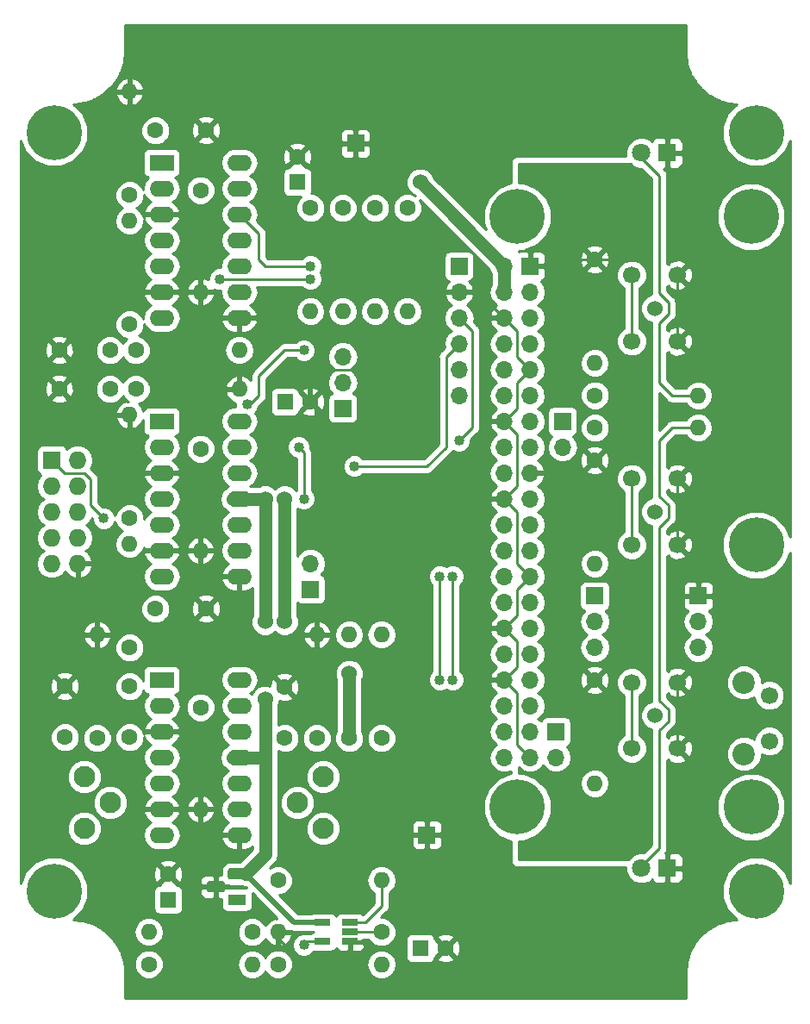
<source format=gbl>
G04 #@! TF.GenerationSoftware,KiCad,Pcbnew,5.0.2-bee76a0~70~ubuntu16.04.1*
G04 #@! TF.CreationDate,2019-04-12T16:07:59+01:00*
G04 #@! TF.ProjectId,rgb-to-hdmi,7267622d-746f-42d6-9864-6d692e6b6963,rev?*
G04 #@! TF.SameCoordinates,PX8712db8PY8b83550*
G04 #@! TF.FileFunction,Copper,L2,Bot*
G04 #@! TF.FilePolarity,Positive*
%FSLAX46Y46*%
G04 Gerber Fmt 4.6, Leading zero omitted, Abs format (unit mm)*
G04 Created by KiCad (PCBNEW 5.0.2-bee76a0~70~ubuntu16.04.1) date Fri 12 Apr 2019 16:07:59 BST*
%MOMM*%
%LPD*%
G01*
G04 APERTURE LIST*
G04 #@! TA.AperFunction,ComponentPad*
%ADD10C,1.524000*%
G04 #@! TD*
G04 #@! TA.AperFunction,ComponentPad*
%ADD11C,1.700000*%
G04 #@! TD*
G04 #@! TA.AperFunction,ComponentPad*
%ADD12R,1.700000X1.700000*%
G04 #@! TD*
G04 #@! TA.AperFunction,ComponentPad*
%ADD13O,1.700000X1.700000*%
G04 #@! TD*
G04 #@! TA.AperFunction,ComponentPad*
%ADD14C,2.100000*%
G04 #@! TD*
G04 #@! TA.AperFunction,ComponentPad*
%ADD15C,1.800000*%
G04 #@! TD*
G04 #@! TA.AperFunction,ComponentPad*
%ADD16R,1.800000X1.800000*%
G04 #@! TD*
G04 #@! TA.AperFunction,ComponentPad*
%ADD17C,5.400000*%
G04 #@! TD*
G04 #@! TA.AperFunction,ComponentPad*
%ADD18O,1.600000X1.600000*%
G04 #@! TD*
G04 #@! TA.AperFunction,ComponentPad*
%ADD19C,1.600000*%
G04 #@! TD*
G04 #@! TA.AperFunction,ComponentPad*
%ADD20C,2.200000*%
G04 #@! TD*
G04 #@! TA.AperFunction,ComponentPad*
%ADD21O,1.727200X1.727200*%
G04 #@! TD*
G04 #@! TA.AperFunction,ComponentPad*
%ADD22R,1.727200X1.727200*%
G04 #@! TD*
G04 #@! TA.AperFunction,ComponentPad*
%ADD23R,1.600000X1.600000*%
G04 #@! TD*
G04 #@! TA.AperFunction,ComponentPad*
%ADD24R,1.800000X1.100000*%
G04 #@! TD*
G04 #@! TA.AperFunction,Conductor*
%ADD25C,0.100000*%
G04 #@! TD*
G04 #@! TA.AperFunction,ComponentPad*
%ADD26C,1.100000*%
G04 #@! TD*
G04 #@! TA.AperFunction,ComponentPad*
%ADD27O,2.400000X1.600000*%
G04 #@! TD*
G04 #@! TA.AperFunction,ComponentPad*
%ADD28R,2.400000X1.600000*%
G04 #@! TD*
G04 #@! TA.AperFunction,SMDPad,CuDef*
%ADD29R,1.560000X0.650000*%
G04 #@! TD*
G04 #@! TA.AperFunction,ViaPad*
%ADD30C,1.524000*%
G04 #@! TD*
G04 #@! TA.AperFunction,ViaPad*
%ADD31C,1.016000*%
G04 #@! TD*
G04 #@! TA.AperFunction,Conductor*
%ADD32C,0.254000*%
G04 #@! TD*
G04 #@! TA.AperFunction,Conductor*
%ADD33C,0.508000*%
G04 #@! TD*
G04 #@! TA.AperFunction,Conductor*
%ADD34C,1.270000*%
G04 #@! TD*
G04 APERTURE END LIST*
D10*
G04 #@! TO.P,SW3,*
G04 #@! TO.N,*
X63000000Y68500000D03*
D11*
G04 #@! TO.P,SW3,1*
G04 #@! TO.N,GND*
X65250000Y65250000D03*
G04 #@! TO.P,SW3,2*
X65250000Y71750000D03*
G04 #@! TO.P,SW3,3*
G04 #@! TO.N,gpio19*
X60750000Y65250000D03*
G04 #@! TO.P,SW3,4*
X60750000Y71750000D03*
G04 #@! TD*
D10*
G04 #@! TO.P,SW1,*
G04 #@! TO.N,*
X63000000Y28500000D03*
D11*
G04 #@! TO.P,SW1,1*
G04 #@! TO.N,GND*
X65250000Y25250000D03*
G04 #@! TO.P,SW1,2*
X65250000Y31750000D03*
G04 #@! TO.P,SW1,3*
G04 #@! TO.N,gpio16*
X60750000Y25250000D03*
G04 #@! TO.P,SW1,4*
X60750000Y31750000D03*
G04 #@! TD*
D10*
G04 #@! TO.P,SW2,*
G04 #@! TO.N,*
X63000000Y48500000D03*
D11*
G04 #@! TO.P,SW2,1*
G04 #@! TO.N,GND*
X65250000Y45250000D03*
G04 #@! TO.P,SW2,2*
X65250000Y51750000D03*
G04 #@! TO.P,SW2,3*
G04 #@! TO.N,gpio26*
X60750000Y45250000D03*
G04 #@! TO.P,SW2,4*
X60750000Y51750000D03*
G04 #@! TD*
D12*
G04 #@! TO.P,J11,1*
G04 #@! TO.N,GND*
X57120000Y40245000D03*
D13*
G04 #@! TO.P,J11,2*
G04 #@! TO.N,/Tx*
X57120000Y37705000D03*
G04 #@! TO.P,J11,3*
G04 #@! TO.N,/Rx*
X57120000Y35165000D03*
G04 #@! TD*
D14*
G04 #@! TO.P,RV2,1*
G04 #@! TO.N,Net-(R18-Pad1)*
X30450000Y22465000D03*
G04 #@! TO.P,RV2,2*
G04 #@! TO.N,Net-(C8-Pad1)*
X27910000Y19925000D03*
G04 #@! TO.P,RV2,3*
G04 #@! TO.N,Net-(R17-Pad2)*
X30450000Y17385000D03*
G04 #@! TD*
G04 #@! TO.P,RV1,1*
G04 #@! TO.N,Net-(R8-Pad2)*
X6955000Y17385000D03*
G04 #@! TO.P,RV1,2*
G04 #@! TO.N,Net-(C7-Pad1)*
X9495000Y19925000D03*
G04 #@! TO.P,RV1,3*
G04 #@! TO.N,Net-(R9-Pad1)*
X6955000Y22465000D03*
G04 #@! TD*
D15*
G04 #@! TO.P,D1,2*
G04 #@! TO.N,Net-(D1-Pad2)*
X61710000Y13500000D03*
D16*
G04 #@! TO.P,D1,1*
G04 #@! TO.N,GND*
X64250000Y13500000D03*
G04 #@! TD*
D17*
G04 #@! TO.P,H9,1*
G04 #@! TO.N,Net-(H9-Pad1)*
X73000000Y45250000D03*
G04 #@! TD*
G04 #@! TO.P,H5,1*
G04 #@! TO.N,Net-(H5-Pad1)*
X73000000Y11250000D03*
G04 #@! TD*
G04 #@! TO.P,H6,1*
G04 #@! TO.N,Net-(H6-Pad1)*
X4000000Y11250000D03*
G04 #@! TD*
G04 #@! TO.P,H7,1*
G04 #@! TO.N,Net-(H7-Pad1)*
X4000000Y85750000D03*
G04 #@! TD*
G04 #@! TO.P,H8,1*
G04 #@! TO.N,Net-(H8-Pad1)*
X73000000Y85750000D03*
G04 #@! TD*
D18*
G04 #@! TO.P,R14,2*
G04 #@! TO.N,BH*
X29180000Y68185000D03*
D19*
G04 #@! TO.P,R14,1*
G04 #@! TO.N,+3V3*
X29180000Y78345000D03*
G04 #@! TD*
D11*
G04 #@! TO.P,SW4,1*
G04 #@! TO.N,Net-(J2-Pad1)*
X74265000Y30466000D03*
G04 #@! TO.P,SW4,2*
G04 #@! TO.N,Net-(J2-Pad2)*
X74265000Y25966000D03*
D20*
G04 #@! TO.P,SW4,*
G04 #@! TO.N,*
X71765000Y31716000D03*
X71765000Y24716000D03*
G04 #@! TD*
D13*
G04 #@! TO.P,J10,2*
G04 #@! TO.N,gpio22*
X53945000Y54850000D03*
D12*
G04 #@! TO.P,J10,1*
G04 #@! TO.N,gpio24*
X53945000Y57390000D03*
G04 #@! TD*
D13*
G04 #@! TO.P,J9,2*
G04 #@! TO.N,Net-(J9-Pad2)*
X29180000Y43420000D03*
D12*
G04 #@! TO.P,J9,1*
G04 #@! TO.N,Net-(J9-Pad1)*
X29180000Y40880000D03*
G04 #@! TD*
G04 #@! TO.P,J7,1*
G04 #@! TO.N,GND*
X40610000Y16750000D03*
G04 #@! TD*
G04 #@! TO.P,J8,1*
G04 #@! TO.N,GND*
X33625000Y84695000D03*
G04 #@! TD*
D13*
G04 #@! TO.P,J6,3*
G04 #@! TO.N,Net-(J6-Pad3)*
X32355000Y63740000D03*
G04 #@! TO.P,J6,2*
G04 #@! TO.N,Net-(J6-Pad2)*
X32355000Y61200000D03*
D12*
G04 #@! TO.P,J6,1*
G04 #@! TO.N,Net-(J6-Pad1)*
X32355000Y58660000D03*
G04 #@! TD*
D13*
G04 #@! TO.P,J4,3*
G04 #@! TO.N,/Rx*
X67280000Y35165000D03*
G04 #@! TO.P,J4,2*
G04 #@! TO.N,/Tx*
X67280000Y37705000D03*
D12*
G04 #@! TO.P,J4,1*
G04 #@! TO.N,GND*
X67280000Y40245000D03*
G04 #@! TD*
D15*
G04 #@! TO.P,D2,2*
G04 #@! TO.N,Net-(D2-Pad2)*
X61710000Y83750000D03*
D16*
G04 #@! TO.P,D2,1*
G04 #@! TO.N,GND*
X64250000Y83750000D03*
G04 #@! TD*
D18*
G04 #@! TO.P,R23,2*
G04 #@! TO.N,Net-(D1-Pad2)*
X67280000Y56755000D03*
D19*
G04 #@! TO.P,R23,1*
G04 #@! TO.N,gpio27*
X57120000Y56755000D03*
G04 #@! TD*
G04 #@! TO.P,R24,1*
G04 #@! TO.N,gpio25*
X57120000Y59930000D03*
D18*
G04 #@! TO.P,R24,2*
G04 #@! TO.N,Net-(D2-Pad2)*
X67280000Y59930000D03*
G04 #@! TD*
D13*
G04 #@! TO.P,J2,2*
G04 #@! TO.N,Net-(J2-Pad2)*
X53310000Y24370000D03*
D12*
G04 #@! TO.P,J2,1*
G04 #@! TO.N,Net-(J2-Pad1)*
X53310000Y26910000D03*
G04 #@! TD*
D18*
G04 #@! TO.P,R19,2*
G04 #@! TO.N,SYNC*
X36165000Y36435000D03*
D19*
G04 #@! TO.P,R19,1*
G04 #@! TO.N,+3V3*
X36165000Y26275000D03*
G04 #@! TD*
D21*
G04 #@! TO.P,J1,10*
G04 #@! TO.N,GND*
X6320000Y43420000D03*
G04 #@! TO.P,J1,9*
G04 #@! TO.N,Net-(C1-Pad1)*
X3780000Y43420000D03*
G04 #@! TO.P,J1,8*
G04 #@! TO.N,HS_N*
X6320000Y45960000D03*
G04 #@! TO.P,J1,7*
G04 #@! TO.N,/PB*
X3780000Y45960000D03*
G04 #@! TO.P,J1,6*
G04 #@! TO.N,/CB*
X6320000Y48500000D03*
G04 #@! TO.P,J1,5*
G04 #@! TO.N,FS_N*
X3780000Y48500000D03*
G04 #@! TO.P,J1,4*
G04 #@! TO.N,Net-(J1-Pad4)*
X6320000Y51040000D03*
G04 #@! TO.P,J1,3*
G04 #@! TO.N,/PA*
X3780000Y51040000D03*
G04 #@! TO.P,J1,2*
G04 #@! TO.N,VCC*
X6320000Y53580000D03*
D22*
G04 #@! TO.P,J1,1*
G04 #@! TO.N,CSS*
X3780000Y53580000D03*
G04 #@! TD*
D18*
G04 #@! TO.P,R10,2*
G04 #@! TO.N,Net-(C6-Pad1)*
X22195000Y64375000D03*
D19*
G04 #@! TO.P,R10,1*
G04 #@! TO.N,/CB*
X12035000Y64375000D03*
G04 #@! TD*
G04 #@! TO.P,C3,2*
G04 #@! TO.N,GND*
X18940000Y85965000D03*
G04 #@! TO.P,C3,1*
G04 #@! TO.N,Net-(C3-Pad1)*
X13940000Y85965000D03*
G04 #@! TD*
D18*
G04 #@! TO.P,R5,2*
G04 #@! TO.N,GND*
X11400000Y89775000D03*
D19*
G04 #@! TO.P,R5,1*
G04 #@! TO.N,Net-(C3-Pad1)*
X11400000Y79615000D03*
G04 #@! TD*
D18*
G04 #@! TO.P,C12,2*
G04 #@! TO.N,GND*
X18385000Y19290000D03*
D19*
G04 #@! TO.P,C12,1*
G04 #@! TO.N,VCC*
X18385000Y29290000D03*
G04 #@! TD*
D18*
G04 #@! TO.P,C11,2*
G04 #@! TO.N,GND*
X18385000Y44690000D03*
D19*
G04 #@! TO.P,C11,1*
G04 #@! TO.N,VCC*
X18385000Y54690000D03*
G04 #@! TD*
D18*
G04 #@! TO.P,C10,2*
G04 #@! TO.N,GND*
X18385000Y70090000D03*
D19*
G04 #@! TO.P,C10,1*
G04 #@! TO.N,VCC*
X18385000Y80090000D03*
G04 #@! TD*
G04 #@! TO.P,C17,2*
G04 #@! TO.N,GND*
X15210000Y12900000D03*
D23*
G04 #@! TO.P,C17,1*
G04 #@! TO.N,+3.3VA*
X15210000Y10400000D03*
G04 #@! TD*
D24*
G04 #@! TO.P,U6,1*
G04 #@! TO.N,+3.3VA*
X21960000Y10400000D03*
D25*
G04 #@! TD*
G04 #@! TO.N,VCC*
G04 #@! TO.C,U6*
G36*
X22611955Y13488676D02*
X22638650Y13484716D01*
X22664828Y13478159D01*
X22690238Y13469067D01*
X22714634Y13457528D01*
X22737782Y13443654D01*
X22759458Y13427578D01*
X22779454Y13409454D01*
X22797578Y13389458D01*
X22813654Y13367782D01*
X22827528Y13344634D01*
X22839067Y13320238D01*
X22848159Y13294828D01*
X22854716Y13268650D01*
X22858676Y13241955D01*
X22860000Y13215000D01*
X22860000Y12665000D01*
X22858676Y12638045D01*
X22854716Y12611350D01*
X22848159Y12585172D01*
X22839067Y12559762D01*
X22827528Y12535366D01*
X22813654Y12512218D01*
X22797578Y12490542D01*
X22779454Y12470546D01*
X22759458Y12452422D01*
X22737782Y12436346D01*
X22714634Y12422472D01*
X22690238Y12410933D01*
X22664828Y12401841D01*
X22638650Y12395284D01*
X22611955Y12391324D01*
X22585000Y12390000D01*
X21335000Y12390000D01*
X21308045Y12391324D01*
X21281350Y12395284D01*
X21255172Y12401841D01*
X21229762Y12410933D01*
X21205366Y12422472D01*
X21182218Y12436346D01*
X21160542Y12452422D01*
X21140546Y12470546D01*
X21122422Y12490542D01*
X21106346Y12512218D01*
X21092472Y12535366D01*
X21080933Y12559762D01*
X21071841Y12585172D01*
X21065284Y12611350D01*
X21061324Y12638045D01*
X21060000Y12665000D01*
X21060000Y13215000D01*
X21061324Y13241955D01*
X21065284Y13268650D01*
X21071841Y13294828D01*
X21080933Y13320238D01*
X21092472Y13344634D01*
X21106346Y13367782D01*
X21122422Y13389458D01*
X21140546Y13409454D01*
X21160542Y13427578D01*
X21182218Y13443654D01*
X21205366Y13457528D01*
X21229762Y13469067D01*
X21255172Y13478159D01*
X21281350Y13484716D01*
X21308045Y13488676D01*
X21335000Y13490000D01*
X22585000Y13490000D01*
X22611955Y13488676D01*
X22611955Y13488676D01*
G37*
D26*
G04 #@! TO.P,U6,3*
G04 #@! TO.N,VCC*
X21960000Y12940000D03*
D25*
G04 #@! TD*
G04 #@! TO.N,GND*
G04 #@! TO.C,U6*
G36*
X20541955Y12218676D02*
X20568650Y12214716D01*
X20594828Y12208159D01*
X20620238Y12199067D01*
X20644634Y12187528D01*
X20667782Y12173654D01*
X20689458Y12157578D01*
X20709454Y12139454D01*
X20727578Y12119458D01*
X20743654Y12097782D01*
X20757528Y12074634D01*
X20769067Y12050238D01*
X20778159Y12024828D01*
X20784716Y11998650D01*
X20788676Y11971955D01*
X20790000Y11945000D01*
X20790000Y11395000D01*
X20788676Y11368045D01*
X20784716Y11341350D01*
X20778159Y11315172D01*
X20769067Y11289762D01*
X20757528Y11265366D01*
X20743654Y11242218D01*
X20727578Y11220542D01*
X20709454Y11200546D01*
X20689458Y11182422D01*
X20667782Y11166346D01*
X20644634Y11152472D01*
X20620238Y11140933D01*
X20594828Y11131841D01*
X20568650Y11125284D01*
X20541955Y11121324D01*
X20515000Y11120000D01*
X19265000Y11120000D01*
X19238045Y11121324D01*
X19211350Y11125284D01*
X19185172Y11131841D01*
X19159762Y11140933D01*
X19135366Y11152472D01*
X19112218Y11166346D01*
X19090542Y11182422D01*
X19070546Y11200546D01*
X19052422Y11220542D01*
X19036346Y11242218D01*
X19022472Y11265366D01*
X19010933Y11289762D01*
X19001841Y11315172D01*
X18995284Y11341350D01*
X18991324Y11368045D01*
X18990000Y11395000D01*
X18990000Y11945000D01*
X18991324Y11971955D01*
X18995284Y11998650D01*
X19001841Y12024828D01*
X19010933Y12050238D01*
X19022472Y12074634D01*
X19036346Y12097782D01*
X19052422Y12119458D01*
X19070546Y12139454D01*
X19090542Y12157578D01*
X19112218Y12173654D01*
X19135366Y12187528D01*
X19159762Y12199067D01*
X19185172Y12208159D01*
X19211350Y12214716D01*
X19238045Y12218676D01*
X19265000Y12220000D01*
X20515000Y12220000D01*
X20541955Y12218676D01*
X20541955Y12218676D01*
G37*
D26*
G04 #@! TO.P,U6,2*
G04 #@! TO.N,GND*
X19890000Y11670000D03*
G04 #@! TD*
D17*
G04 #@! TO.P,H1,1*
G04 #@! TO.N,Net-(H1-Pad1)*
X72500000Y77500000D03*
G04 #@! TD*
G04 #@! TO.P,H2,1*
G04 #@! TO.N,Net-(H2-Pad1)*
X72500000Y19500000D03*
G04 #@! TD*
G04 #@! TO.P,H3,1*
G04 #@! TO.N,Net-(H3-Pad1)*
X49500000Y77500000D03*
G04 #@! TD*
G04 #@! TO.P,H4,1*
G04 #@! TO.N,Net-(H4-Pad1)*
X49500000Y19500000D03*
G04 #@! TD*
D19*
G04 #@! TO.P,C16,2*
G04 #@! TO.N,GND*
X29180000Y59295000D03*
D23*
G04 #@! TO.P,C16,1*
G04 #@! TO.N,+3V3*
X26680000Y59295000D03*
G04 #@! TD*
D19*
G04 #@! TO.P,C13,2*
G04 #@! TO.N,GND*
X27910000Y83385000D03*
D23*
G04 #@! TO.P,C13,1*
G04 #@! TO.N,VCC*
X27910000Y80885000D03*
G04 #@! TD*
D19*
G04 #@! TO.P,C4,2*
G04 #@! TO.N,GND*
X42475000Y5637500D03*
D23*
G04 #@! TO.P,C4,1*
G04 #@! TO.N,Net-(C4-Pad1)*
X39975000Y5637500D03*
G04 #@! TD*
D19*
G04 #@! TO.P,C1,2*
G04 #@! TO.N,Net-(C1-Pad2)*
X11400000Y26355000D03*
G04 #@! TO.P,C1,1*
G04 #@! TO.N,Net-(C1-Pad1)*
X11400000Y31355000D03*
G04 #@! TD*
G04 #@! TO.P,C2,2*
G04 #@! TO.N,GND*
X18940000Y38975000D03*
G04 #@! TO.P,C2,1*
G04 #@! TO.N,Net-(C2-Pad1)*
X13940000Y38975000D03*
G04 #@! TD*
G04 #@! TO.P,C5,2*
G04 #@! TO.N,GND*
X4495000Y64375000D03*
G04 #@! TO.P,C5,1*
G04 #@! TO.N,/CB*
X9495000Y64375000D03*
G04 #@! TD*
G04 #@! TO.P,C6,2*
G04 #@! TO.N,GND*
X4495000Y60565000D03*
G04 #@! TO.P,C6,1*
G04 #@! TO.N,Net-(C6-Pad1)*
X9495000Y60565000D03*
G04 #@! TD*
G04 #@! TO.P,C7,2*
G04 #@! TO.N,GND*
X5050000Y31355000D03*
G04 #@! TO.P,C7,1*
G04 #@! TO.N,Net-(C7-Pad1)*
X5050000Y26355000D03*
G04 #@! TD*
G04 #@! TO.P,C8,2*
G04 #@! TO.N,GND*
X26640000Y31275000D03*
G04 #@! TO.P,C8,1*
G04 #@! TO.N,Net-(C8-Pad1)*
X26640000Y26275000D03*
G04 #@! TD*
D13*
G04 #@! TO.P,J3,6*
G04 #@! TO.N,/TMS*
X43785000Y59930000D03*
G04 #@! TO.P,J3,5*
G04 #@! TO.N,/TDI*
X43785000Y62470000D03*
G04 #@! TO.P,J3,4*
G04 #@! TO.N,/TDO*
X43785000Y65010000D03*
G04 #@! TO.P,J3,3*
G04 #@! TO.N,/TCK*
X43785000Y67550000D03*
G04 #@! TO.P,J3,2*
G04 #@! TO.N,GND*
X43785000Y70090000D03*
D12*
G04 #@! TO.P,J3,1*
G04 #@! TO.N,+3V3*
X43785000Y72630000D03*
G04 #@! TD*
D13*
G04 #@! TO.P,J5,40*
G04 #@! TO.N,gpio21*
X48230000Y24370000D03*
G04 #@! TO.P,J5,39*
G04 #@! TO.N,GND*
X50770000Y24370000D03*
G04 #@! TO.P,J5,38*
G04 #@! TO.N,gpio20*
X48230000Y26910000D03*
G04 #@! TO.P,J5,37*
G04 #@! TO.N,gpio26*
X50770000Y26910000D03*
G04 #@! TO.P,J5,36*
G04 #@! TO.N,gpio16*
X48230000Y29450000D03*
G04 #@! TO.P,J5,35*
G04 #@! TO.N,gpio19*
X50770000Y29450000D03*
G04 #@! TO.P,J5,34*
G04 #@! TO.N,GND*
X48230000Y31990000D03*
G04 #@! TO.P,J5,33*
G04 #@! TO.N,gpio13*
X50770000Y31990000D03*
G04 #@! TO.P,J5,32*
G04 #@! TO.N,gpio12*
X48230000Y34530000D03*
G04 #@! TO.P,J5,31*
G04 #@! TO.N,gpio6*
X50770000Y34530000D03*
G04 #@! TO.P,J5,30*
G04 #@! TO.N,GND*
X48230000Y37070000D03*
G04 #@! TO.P,J5,29*
G04 #@! TO.N,gpio5*
X50770000Y37070000D03*
G04 #@! TO.P,J5,28*
G04 #@! TO.N,gpio1*
X48230000Y39610000D03*
G04 #@! TO.P,J5,27*
G04 #@! TO.N,gpio0*
X50770000Y39610000D03*
G04 #@! TO.P,J5,26*
G04 #@! TO.N,gpio7*
X48230000Y42150000D03*
G04 #@! TO.P,J5,25*
G04 #@! TO.N,GND*
X50770000Y42150000D03*
G04 #@! TO.P,J5,24*
G04 #@! TO.N,gpio8*
X48230000Y44690000D03*
G04 #@! TO.P,J5,23*
G04 #@! TO.N,gpio11*
X50770000Y44690000D03*
G04 #@! TO.P,J5,22*
G04 #@! TO.N,gpio25*
X48230000Y47230000D03*
G04 #@! TO.P,J5,21*
G04 #@! TO.N,gpio9*
X50770000Y47230000D03*
G04 #@! TO.P,J5,20*
G04 #@! TO.N,GND*
X48230000Y49770000D03*
G04 #@! TO.P,J5,19*
G04 #@! TO.N,gpio10*
X50770000Y49770000D03*
G04 #@! TO.P,J5,18*
G04 #@! TO.N,gpio24*
X48230000Y52310000D03*
G04 #@! TO.P,J5,17*
G04 #@! TO.N,+3V3*
X50770000Y52310000D03*
G04 #@! TO.P,J5,16*
G04 #@! TO.N,gpio23*
X48230000Y54850000D03*
G04 #@! TO.P,J5,15*
G04 #@! TO.N,gpio22*
X50770000Y54850000D03*
G04 #@! TO.P,J5,14*
G04 #@! TO.N,GND*
X48230000Y57390000D03*
G04 #@! TO.P,J5,13*
G04 #@! TO.N,gpio27*
X50770000Y57390000D03*
G04 #@! TO.P,J5,12*
G04 #@! TO.N,gpio18*
X48230000Y59930000D03*
G04 #@! TO.P,J5,11*
G04 #@! TO.N,gpio17*
X50770000Y59930000D03*
G04 #@! TO.P,J5,10*
G04 #@! TO.N,/Rx*
X48230000Y62470000D03*
G04 #@! TO.P,J5,9*
G04 #@! TO.N,GND*
X50770000Y62470000D03*
G04 #@! TO.P,J5,8*
G04 #@! TO.N,/Tx*
X48230000Y65010000D03*
G04 #@! TO.P,J5,7*
G04 #@! TO.N,gpio4*
X50770000Y65010000D03*
G04 #@! TO.P,J5,6*
G04 #@! TO.N,GND*
X48230000Y67550000D03*
G04 #@! TO.P,J5,5*
G04 #@! TO.N,gpio3*
X50770000Y67550000D03*
G04 #@! TO.P,J5,4*
G04 #@! TO.N,VCC*
X48230000Y70090000D03*
G04 #@! TO.P,J5,3*
G04 #@! TO.N,gpio2*
X50770000Y70090000D03*
G04 #@! TO.P,J5,2*
G04 #@! TO.N,VCC*
X48230000Y72630000D03*
D12*
G04 #@! TO.P,J5,1*
G04 #@! TO.N,+3V3*
X50770000Y72630000D03*
G04 #@! TD*
D27*
G04 #@! TO.P,U4,14*
G04 #@! TO.N,Net-(U4-Pad14)*
X22195000Y31990000D03*
G04 #@! TO.P,U4,7*
G04 #@! TO.N,SYNC*
X14575000Y16750000D03*
G04 #@! TO.P,U4,13*
G04 #@! TO.N,Net-(U4-Pad13)*
X22195000Y29450000D03*
G04 #@! TO.P,U4,6*
G04 #@! TO.N,GND*
X14575000Y19290000D03*
G04 #@! TO.P,U4,12*
G04 #@! TO.N,Y*
X22195000Y26910000D03*
G04 #@! TO.P,U4,5*
G04 #@! TO.N,Net-(C7-Pad1)*
X14575000Y21830000D03*
G04 #@! TO.P,U4,11*
G04 #@! TO.N,VCC*
X22195000Y24370000D03*
G04 #@! TO.P,U4,4*
G04 #@! TO.N,Net-(C1-Pad2)*
X14575000Y24370000D03*
G04 #@! TO.P,U4,10*
G04 #@! TO.N,Net-(C8-Pad1)*
X22195000Y21830000D03*
G04 #@! TO.P,U4,3*
G04 #@! TO.N,GND*
X14575000Y26910000D03*
G04 #@! TO.P,U4,9*
G04 #@! TO.N,Net-(C1-Pad2)*
X22195000Y19290000D03*
G04 #@! TO.P,U4,2*
G04 #@! TO.N,Net-(U4-Pad2)*
X14575000Y29450000D03*
G04 #@! TO.P,U4,8*
G04 #@! TO.N,GND*
X22195000Y16750000D03*
D28*
G04 #@! TO.P,U4,1*
G04 #@! TO.N,Net-(U4-Pad1)*
X14575000Y31990000D03*
G04 #@! TD*
D27*
G04 #@! TO.P,U2,14*
G04 #@! TO.N,Net-(U2-Pad14)*
X22195000Y82790000D03*
G04 #@! TO.P,U2,7*
G04 #@! TO.N,AL*
X14575000Y67550000D03*
G04 #@! TO.P,U2,13*
G04 #@! TO.N,Net-(U2-Pad13)*
X22195000Y80250000D03*
G04 #@! TO.P,U2,6*
G04 #@! TO.N,GND*
X14575000Y70090000D03*
G04 #@! TO.P,U2,12*
G04 #@! TO.N,AH*
X22195000Y77710000D03*
G04 #@! TO.P,U2,5*
G04 #@! TO.N,/CB*
X14575000Y72630000D03*
G04 #@! TO.P,U2,11*
G04 #@! TO.N,VCC*
X22195000Y75170000D03*
G04 #@! TO.P,U2,4*
G04 #@! TO.N,Net-(C3-Pad1)*
X14575000Y75170000D03*
G04 #@! TO.P,U2,10*
X22195000Y72630000D03*
G04 #@! TO.P,U2,3*
G04 #@! TO.N,GND*
X14575000Y77710000D03*
G04 #@! TO.P,U2,9*
G04 #@! TO.N,Net-(C6-Pad1)*
X22195000Y70090000D03*
G04 #@! TO.P,U2,2*
G04 #@! TO.N,Net-(U2-Pad2)*
X14575000Y80250000D03*
G04 #@! TO.P,U2,8*
G04 #@! TO.N,GND*
X22195000Y67550000D03*
D28*
G04 #@! TO.P,U2,1*
G04 #@! TO.N,Net-(U2-Pad1)*
X14575000Y82790000D03*
G04 #@! TD*
D27*
G04 #@! TO.P,U3,14*
G04 #@! TO.N,Net-(U3-Pad14)*
X22195000Y57390000D03*
G04 #@! TO.P,U3,7*
G04 #@! TO.N,BL*
X14575000Y42150000D03*
G04 #@! TO.P,U3,13*
G04 #@! TO.N,Net-(U3-Pad13)*
X22195000Y54850000D03*
G04 #@! TO.P,U3,6*
G04 #@! TO.N,GND*
X14575000Y44690000D03*
G04 #@! TO.P,U3,12*
G04 #@! TO.N,BH*
X22195000Y52310000D03*
G04 #@! TO.P,U3,5*
G04 #@! TO.N,/CB*
X14575000Y47230000D03*
G04 #@! TO.P,U3,11*
G04 #@! TO.N,VCC*
X22195000Y49770000D03*
G04 #@! TO.P,U3,4*
G04 #@! TO.N,Net-(C2-Pad1)*
X14575000Y49770000D03*
G04 #@! TO.P,U3,10*
X22195000Y47230000D03*
G04 #@! TO.P,U3,3*
G04 #@! TO.N,GND*
X14575000Y52310000D03*
G04 #@! TO.P,U3,9*
G04 #@! TO.N,Net-(C6-Pad1)*
X22195000Y44690000D03*
G04 #@! TO.P,U3,2*
G04 #@! TO.N,Net-(U3-Pad2)*
X14575000Y54850000D03*
G04 #@! TO.P,U3,8*
G04 #@! TO.N,GND*
X22195000Y42150000D03*
D28*
G04 #@! TO.P,U3,1*
G04 #@! TO.N,Net-(U3-Pad1)*
X14575000Y57390000D03*
G04 #@! TD*
D18*
G04 #@! TO.P,R9,2*
G04 #@! TO.N,GND*
X8225000Y36435000D03*
D19*
G04 #@! TO.P,R9,1*
G04 #@! TO.N,Net-(R9-Pad1)*
X8225000Y26275000D03*
G04 #@! TD*
D18*
G04 #@! TO.P,R8,2*
G04 #@! TO.N,Net-(R8-Pad2)*
X13305000Y7225000D03*
D19*
G04 #@! TO.P,R8,1*
G04 #@! TO.N,+3.3VA*
X23465000Y7225000D03*
G04 #@! TD*
D18*
G04 #@! TO.P,R7,2*
G04 #@! TO.N,GND*
X26005000Y7225000D03*
D19*
G04 #@! TO.P,R7,1*
G04 #@! TO.N,Net-(C4-Pad1)*
X36165000Y7225000D03*
G04 #@! TD*
D18*
G04 #@! TO.P,R6,2*
G04 #@! TO.N,Net-(C4-Pad1)*
X36165000Y4050000D03*
D19*
G04 #@! TO.P,R6,1*
G04 #@! TO.N,+3.3VA*
X26005000Y4050000D03*
G04 #@! TD*
D18*
G04 #@! TO.P,R1,2*
G04 #@! TO.N,Net-(R1-Pad2)*
X36165000Y12305000D03*
D19*
G04 #@! TO.P,R1,1*
G04 #@! TO.N,Net-(C1-Pad2)*
X26005000Y12305000D03*
G04 #@! TD*
D18*
G04 #@! TO.P,R11,2*
G04 #@! TO.N,GND*
X22195000Y60565000D03*
D19*
G04 #@! TO.P,R11,1*
G04 #@! TO.N,Net-(C6-Pad1)*
X12035000Y60565000D03*
G04 #@! TD*
D18*
G04 #@! TO.P,R3,2*
G04 #@! TO.N,GND*
X11400000Y58025000D03*
D19*
G04 #@! TO.P,R3,1*
G04 #@! TO.N,Net-(C2-Pad1)*
X11400000Y47865000D03*
G04 #@! TD*
D18*
G04 #@! TO.P,R4,2*
G04 #@! TO.N,Net-(C3-Pad1)*
X11400000Y77075000D03*
D19*
G04 #@! TO.P,R4,1*
G04 #@! TO.N,/PA*
X11400000Y66915000D03*
G04 #@! TD*
D18*
G04 #@! TO.P,R2,2*
G04 #@! TO.N,Net-(C2-Pad1)*
X11400000Y45325000D03*
D19*
G04 #@! TO.P,R2,1*
G04 #@! TO.N,/PB*
X11400000Y35165000D03*
G04 #@! TD*
D18*
G04 #@! TO.P,R12,2*
G04 #@! TO.N,AH*
X38705000Y68185000D03*
D19*
G04 #@! TO.P,R12,1*
G04 #@! TO.N,+3V3*
X38705000Y78345000D03*
G04 #@! TD*
D18*
G04 #@! TO.P,R16,2*
G04 #@! TO.N,Y*
X32990000Y36435000D03*
D19*
G04 #@! TO.P,R16,1*
G04 #@! TO.N,+3V3*
X32990000Y26275000D03*
G04 #@! TD*
D18*
G04 #@! TO.P,R17,2*
G04 #@! TO.N,Net-(R17-Pad2)*
X23465000Y4050000D03*
D19*
G04 #@! TO.P,R17,1*
G04 #@! TO.N,+3.3VA*
X13305000Y4050000D03*
G04 #@! TD*
D18*
G04 #@! TO.P,R18,2*
G04 #@! TO.N,GND*
X29815000Y36435000D03*
D19*
G04 #@! TO.P,R18,1*
G04 #@! TO.N,Net-(R18-Pad1)*
X29815000Y26275000D03*
G04 #@! TD*
D18*
G04 #@! TO.P,R20,2*
G04 #@! TO.N,gpio16*
X57120000Y21830000D03*
D19*
G04 #@! TO.P,R20,1*
G04 #@! TO.N,+3V3*
X57120000Y31990000D03*
G04 #@! TD*
D18*
G04 #@! TO.P,R21,2*
G04 #@! TO.N,gpio26*
X57120000Y43420000D03*
D19*
G04 #@! TO.P,R21,1*
G04 #@! TO.N,+3V3*
X57120000Y53580000D03*
G04 #@! TD*
G04 #@! TO.P,R22,1*
G04 #@! TO.N,+3V3*
X57120000Y73265000D03*
D18*
G04 #@! TO.P,R22,2*
G04 #@! TO.N,gpio19*
X57120000Y63105000D03*
G04 #@! TD*
G04 #@! TO.P,R13,2*
G04 #@! TO.N,AL*
X35530000Y68185000D03*
D19*
G04 #@! TO.P,R13,1*
G04 #@! TO.N,+3V3*
X35530000Y78345000D03*
G04 #@! TD*
D18*
G04 #@! TO.P,R15,2*
G04 #@! TO.N,BL*
X32355000Y68185000D03*
D19*
G04 #@! TO.P,R15,1*
G04 #@! TO.N,+3V3*
X32355000Y78345000D03*
G04 #@! TD*
D29*
G04 #@! TO.P,U1,5*
G04 #@! TO.N,VCC*
X30370000Y8175000D03*
G04 #@! TO.P,U1,4*
G04 #@! TO.N,CLAMP*
X30370000Y6275000D03*
G04 #@! TO.P,U1,3*
G04 #@! TO.N,GND*
X33070000Y6275000D03*
G04 #@! TO.P,U1,2*
G04 #@! TO.N,Net-(C4-Pad1)*
X33070000Y7225000D03*
G04 #@! TO.P,U1,1*
G04 #@! TO.N,Net-(R1-Pad2)*
X33070000Y8175000D03*
G04 #@! TD*
D30*
G04 #@! TO.N,GND*
X37308000Y61200000D03*
X41499000Y48119000D03*
X31720000Y42785000D03*
X29815000Y54850000D03*
G04 #@! TO.N,+3V3*
X26640000Y49770000D03*
X32990000Y32625000D03*
X26640000Y37705000D03*
X50770000Y81520000D03*
X52675000Y81520000D03*
X54580000Y81520000D03*
X55215000Y15480000D03*
X51405000Y15480000D03*
X53310000Y15480000D03*
G04 #@! TO.N,VCC*
X24735000Y49770000D03*
X24735000Y30085000D03*
X39975000Y80885000D03*
X24735000Y37705000D03*
D31*
G04 #@! TO.N,CSS*
X8860000Y47865000D03*
G04 #@! TO.N,CLAMP*
X28545000Y5955000D03*
G04 #@! TO.N,BL*
X28545000Y49770000D03*
X28037000Y54850000D03*
G04 #@! TO.N,BH*
X22957000Y59041000D03*
X28545000Y64375000D03*
G04 #@! TO.N,AL*
X20290000Y71360000D03*
X29180000Y71360000D03*
G04 #@! TO.N,AH*
X29180000Y72630000D03*
G04 #@! TO.N,gpio21*
X41880000Y42150000D03*
X41880000Y31990000D03*
G04 #@! TO.N,gpio20*
X43150000Y31990000D03*
X43150000Y42150000D03*
G04 #@! TO.N,/TCK*
X43785000Y55485000D03*
G04 #@! TO.N,/TDO*
X33498000Y52970000D03*
G04 #@! TD*
D32*
G04 #@! TO.N,GND*
X50770000Y62470000D02*
X49500000Y61200000D01*
X49500000Y61200000D02*
X49500000Y58660000D01*
X49500000Y58660000D02*
X48230000Y57390000D01*
X48230000Y57390000D02*
X49500000Y56120000D01*
X49500000Y56120000D02*
X49500000Y51040000D01*
X49500000Y51040000D02*
X48230000Y49770000D01*
X48230000Y49770000D02*
X49500000Y48500000D01*
X49500000Y48500000D02*
X49500000Y43420000D01*
X49500000Y43420000D02*
X50770000Y42150000D01*
X50770000Y42150000D02*
X49500000Y40880000D01*
X49500000Y40880000D02*
X49500000Y38340000D01*
X49500000Y38340000D02*
X48230000Y37070000D01*
X48230000Y37070000D02*
X49500000Y35800000D01*
X49500000Y35800000D02*
X49500000Y33260000D01*
X49500000Y33260000D02*
X48230000Y31990000D01*
X48230000Y31990000D02*
X49500000Y30720000D01*
X49500000Y30720000D02*
X49500000Y25640000D01*
X49500000Y25640000D02*
X50770000Y24370000D01*
X48230000Y67550000D02*
X49500000Y66280000D01*
X49500000Y66280000D02*
X49500000Y63740000D01*
X49500000Y63740000D02*
X50770000Y62470000D01*
X45690000Y70090000D02*
X48230000Y67550000D01*
X43785000Y70090000D02*
X45690000Y70090000D01*
D33*
X43150000Y49770000D02*
X41499000Y48119000D01*
X48230000Y49770000D02*
X43150000Y49770000D01*
D32*
X26005000Y7225000D02*
X26005000Y6590000D01*
X26005000Y6590000D02*
X27910000Y4685000D01*
X27910000Y4685000D02*
X34260000Y4685000D01*
X34260000Y4685000D02*
X34895000Y5320000D01*
X34895000Y5320000D02*
X34895000Y5955000D01*
X34575000Y6275000D02*
X34895000Y5955000D01*
X33070000Y6275000D02*
X34575000Y6275000D01*
X36038000Y62470000D02*
X37308000Y61200000D01*
X30450000Y62470000D02*
X36038000Y62470000D01*
D33*
X29180000Y61835000D02*
X29180000Y59295000D01*
X29815000Y62470000D02*
X29180000Y61835000D01*
X30450000Y62470000D02*
X29815000Y62470000D01*
X31720000Y52945000D02*
X31720000Y42785000D01*
X29815000Y54850000D02*
X31720000Y52945000D01*
X29815000Y58660000D02*
X29180000Y59295000D01*
X29815000Y54850000D02*
X29815000Y58660000D01*
D32*
X65250000Y71750000D02*
X65250000Y65250000D01*
X65250000Y51750000D02*
X65250000Y45250000D01*
X65250000Y31750000D02*
X65250000Y25250000D01*
G04 #@! TO.N,Net-(C4-Pad1)*
X36165000Y7225000D02*
X33070000Y7225000D01*
G04 #@! TO.N,+3V3*
X55850000Y52310000D02*
X57120000Y53580000D01*
X50770000Y52310000D02*
X55850000Y52310000D01*
D34*
X32990000Y26275000D02*
X32990000Y32625000D01*
X26640000Y49770000D02*
X26640000Y37705000D01*
D32*
X55215000Y72630000D02*
X55850000Y73265000D01*
X55850000Y73265000D02*
X57120000Y73265000D01*
X50770000Y72630000D02*
X55215000Y72630000D01*
D34*
X52675000Y81520000D02*
X54580000Y81520000D01*
D32*
X59025000Y15480000D02*
X59025000Y73265000D01*
X59025000Y81520000D02*
X59025000Y73265000D01*
D34*
X55215000Y15480000D02*
X59025000Y15480000D01*
X54580000Y81520000D02*
X59025000Y81520000D01*
D32*
X57120000Y73265000D02*
X59025000Y73265000D01*
D34*
G04 #@! TO.N,VCC*
X48230000Y70090000D02*
X48230000Y72630000D01*
X21560000Y49770000D02*
X24735000Y49770000D01*
X24735000Y24370000D02*
X21560000Y24370000D01*
X24735000Y14845000D02*
X22830000Y12940000D01*
X24735000Y24370000D02*
X24735000Y14845000D01*
D33*
X21560000Y12940000D02*
X22830000Y12940000D01*
X27595000Y8175000D02*
X30370000Y8175000D01*
X22830000Y12940000D02*
X27595000Y8175000D01*
D34*
X24735000Y30085000D02*
X24735000Y24370000D01*
X39975000Y80885000D02*
X48230000Y72630000D01*
X24735000Y49770000D02*
X24735000Y37705000D01*
D32*
G04 #@! TO.N,CSS*
X5050000Y52310000D02*
X3780000Y53580000D01*
X8860000Y47865000D02*
X7590000Y49135000D01*
X7590000Y49135000D02*
X7590000Y51675000D01*
X7590000Y51675000D02*
X6955000Y52310000D01*
X6955000Y52310000D02*
X5050000Y52310000D01*
G04 #@! TO.N,CLAMP*
X30370000Y6275000D02*
X28865000Y6275000D01*
X28865000Y6275000D02*
X28545000Y5955000D01*
G04 #@! TO.N,BL*
X28545000Y54342000D02*
X28545000Y49770000D01*
X28037000Y54850000D02*
X28545000Y54342000D01*
G04 #@! TO.N,BH*
X28545000Y64375000D02*
X26640000Y64375000D01*
X23211000Y59041000D02*
X22957000Y59041000D01*
X26640000Y64375000D02*
X24100000Y61835000D01*
X24100000Y61835000D02*
X24100000Y59930000D01*
X24100000Y59930000D02*
X23211000Y59041000D01*
G04 #@! TO.N,AL*
X29180000Y71360000D02*
X20290000Y71360000D01*
G04 #@! TO.N,AH*
X24735000Y72630000D02*
X24100000Y73265000D01*
X29180000Y72630000D02*
X24735000Y72630000D01*
X24100000Y73265000D02*
X24100000Y75805000D01*
X24100000Y75805000D02*
X22195000Y77710000D01*
G04 #@! TO.N,gpio21*
X41880000Y42150000D02*
X41880000Y31990000D01*
G04 #@! TO.N,gpio20*
X43150000Y31990000D02*
X43150000Y42150000D01*
G04 #@! TO.N,gpio19*
X60750000Y71750000D02*
X60750000Y65250000D01*
G04 #@! TO.N,gpio16*
X60750000Y31750000D02*
X60750000Y25250000D01*
G04 #@! TO.N,gpio26*
X60750000Y51750000D02*
X60750000Y45250000D01*
G04 #@! TO.N,Net-(R1-Pad2)*
X33070000Y8175000D02*
X34575000Y8175000D01*
X36165000Y9765000D02*
X36165000Y12305000D01*
X34575000Y8175000D02*
X36165000Y9765000D01*
G04 #@! TO.N,/TCK*
X45055000Y56755000D02*
X45055000Y66280000D01*
X45055000Y66280000D02*
X43785000Y67550000D01*
X43785000Y55485000D02*
X45055000Y56755000D01*
G04 #@! TO.N,/TDO*
X42515000Y63740000D02*
X43785000Y65010000D01*
X42515000Y54850000D02*
X42515000Y63740000D01*
X33498000Y52970000D02*
X40635000Y52970000D01*
X40635000Y52970000D02*
X42515000Y54850000D01*
G04 #@! TO.N,Net-(D2-Pad2)*
X63470000Y81520000D02*
X61710000Y83280000D01*
X63470000Y69963000D02*
X63470000Y81520000D01*
X64359000Y69074000D02*
X63470000Y69963000D01*
X67280000Y59930000D02*
X64740000Y59930000D01*
X61710000Y83280000D02*
X61710000Y83750000D01*
X64740000Y59930000D02*
X63470000Y61200000D01*
X64359000Y67931000D02*
X64359000Y69074000D01*
X63470000Y61200000D02*
X63470000Y67042000D01*
X63470000Y67042000D02*
X64359000Y67931000D01*
G04 #@! TO.N,Net-(D1-Pad2)*
X64740000Y56755000D02*
X67280000Y56755000D01*
X63470000Y50024000D02*
X63470000Y55485000D01*
X63470000Y29958000D02*
X63470000Y46976000D01*
X63470000Y27037000D02*
X64359000Y27926000D01*
X63470000Y15480000D02*
X63470000Y27037000D01*
X61710000Y13720000D02*
X63470000Y15480000D01*
X61710000Y13500000D02*
X61710000Y13720000D01*
X64359000Y27926000D02*
X64359000Y29069000D01*
X64359000Y29069000D02*
X63470000Y29958000D01*
X63470000Y55485000D02*
X64740000Y56755000D01*
X64359000Y49135000D02*
X63470000Y50024000D01*
X63470000Y46976000D02*
X64359000Y47865000D01*
X64359000Y47865000D02*
X64359000Y49135000D01*
G04 #@! TD*
G04 #@! TO.N,+3V3*
G36*
X60840493Y82448690D02*
X61404670Y82215000D01*
X61697370Y82215000D01*
X62708000Y81204369D01*
X62708000Y70038043D01*
X62693073Y69963000D01*
X62707413Y69890909D01*
X62208663Y69684320D01*
X61815680Y69291337D01*
X61603000Y68777881D01*
X61603000Y68222119D01*
X61815680Y67708663D01*
X62208663Y67315680D01*
X62706494Y67109472D01*
X62693073Y67042000D01*
X62708000Y66966957D01*
X62708000Y61275043D01*
X62693073Y61200000D01*
X62708000Y61124957D01*
X62708000Y55560043D01*
X62693073Y55485000D01*
X62708000Y55409957D01*
X62708000Y50099043D01*
X62693073Y50024000D01*
X62708000Y49948957D01*
X62708000Y49891152D01*
X62208663Y49684320D01*
X61815680Y49291337D01*
X61603000Y48777881D01*
X61603000Y48222119D01*
X61815680Y47708663D01*
X62208663Y47315680D01*
X62708000Y47108848D01*
X62708000Y47051043D01*
X62693073Y46976000D01*
X62708000Y46900957D01*
X62708000Y30033043D01*
X62693073Y29958000D01*
X62706494Y29890528D01*
X62208663Y29684320D01*
X61815680Y29291337D01*
X61603000Y28777881D01*
X61603000Y28222119D01*
X61815680Y27708663D01*
X62208663Y27315680D01*
X62707413Y27109091D01*
X62693073Y27037000D01*
X62708000Y26961957D01*
X62708000Y15795631D01*
X61947370Y15035000D01*
X61404670Y15035000D01*
X60840493Y14801310D01*
X60408690Y14369507D01*
X60395225Y14337000D01*
X49627000Y14337000D01*
X49627000Y16165000D01*
X50163373Y16165000D01*
X51389126Y16672723D01*
X52327277Y17610874D01*
X52835000Y18836627D01*
X52835000Y20163373D01*
X52327277Y21389126D01*
X51886403Y21830000D01*
X55656887Y21830000D01*
X55768260Y21270091D01*
X56085423Y20795423D01*
X56560091Y20478260D01*
X56978667Y20395000D01*
X57261333Y20395000D01*
X57679909Y20478260D01*
X58154577Y20795423D01*
X58471740Y21270091D01*
X58583113Y21830000D01*
X58471740Y22389909D01*
X58154577Y22864577D01*
X57679909Y23181740D01*
X57261333Y23265000D01*
X56978667Y23265000D01*
X56560091Y23181740D01*
X56085423Y22864577D01*
X55768260Y22389909D01*
X55656887Y21830000D01*
X51886403Y21830000D01*
X51389126Y22327277D01*
X50163373Y22835000D01*
X49627000Y22835000D01*
X49627000Y23407692D01*
X49699375Y23299375D01*
X50190582Y22971161D01*
X50623744Y22885000D01*
X50916256Y22885000D01*
X51349418Y22971161D01*
X51840625Y23299375D01*
X52040000Y23597761D01*
X52239375Y23299375D01*
X52730582Y22971161D01*
X53163744Y22885000D01*
X53456256Y22885000D01*
X53889418Y22971161D01*
X54380625Y23299375D01*
X54708839Y23790582D01*
X54824092Y24370000D01*
X54708839Y24949418D01*
X54380625Y25440625D01*
X54362381Y25452816D01*
X54407765Y25461843D01*
X54617809Y25602191D01*
X54758157Y25812235D01*
X54807440Y26060000D01*
X54807440Y27760000D01*
X54758157Y28007765D01*
X54617809Y28217809D01*
X54407765Y28358157D01*
X54160000Y28407440D01*
X52460000Y28407440D01*
X52212235Y28358157D01*
X52002191Y28217809D01*
X51861843Y28007765D01*
X51852816Y27962381D01*
X51840625Y27980625D01*
X51542239Y28180000D01*
X51840625Y28379375D01*
X52168839Y28870582D01*
X52284092Y29450000D01*
X52168839Y30029418D01*
X51840625Y30520625D01*
X51542239Y30720000D01*
X51840625Y30919375D01*
X51882640Y30982255D01*
X56291861Y30982255D01*
X56365995Y30736136D01*
X56903223Y30543035D01*
X57473454Y30570222D01*
X57874005Y30736136D01*
X57948139Y30982255D01*
X57120000Y31810395D01*
X56291861Y30982255D01*
X51882640Y30982255D01*
X52168839Y31410582D01*
X52284092Y31990000D01*
X52240973Y32206777D01*
X55673035Y32206777D01*
X55700222Y31636546D01*
X55866136Y31235995D01*
X56112255Y31161861D01*
X56940395Y31990000D01*
X57299605Y31990000D01*
X58127745Y31161861D01*
X58373864Y31235995D01*
X58566965Y31773223D01*
X58553990Y32045385D01*
X59265000Y32045385D01*
X59265000Y31454615D01*
X59491078Y30908815D01*
X59908815Y30491078D01*
X59988000Y30458278D01*
X59988001Y26541722D01*
X59908815Y26508922D01*
X59491078Y26091185D01*
X59265000Y25545385D01*
X59265000Y24954615D01*
X59491078Y24408815D01*
X59908815Y23991078D01*
X60454615Y23765000D01*
X61045385Y23765000D01*
X61591185Y23991078D01*
X62008922Y24408815D01*
X62235000Y24954615D01*
X62235000Y25545385D01*
X62008922Y26091185D01*
X61591185Y26508922D01*
X61512000Y26541722D01*
X61512000Y30458278D01*
X61591185Y30491078D01*
X62008922Y30908815D01*
X62235000Y31454615D01*
X62235000Y32045385D01*
X62008922Y32591185D01*
X61591185Y33008922D01*
X61045385Y33235000D01*
X60454615Y33235000D01*
X59908815Y33008922D01*
X59491078Y32591185D01*
X59265000Y32045385D01*
X58553990Y32045385D01*
X58539778Y32343454D01*
X58373864Y32744005D01*
X58127745Y32818139D01*
X57299605Y31990000D01*
X56940395Y31990000D01*
X56112255Y32818139D01*
X55866136Y32744005D01*
X55673035Y32206777D01*
X52240973Y32206777D01*
X52168839Y32569418D01*
X51882641Y32997745D01*
X56291861Y32997745D01*
X57120000Y32169605D01*
X57948139Y32997745D01*
X57874005Y33243864D01*
X57336777Y33436965D01*
X56766546Y33409778D01*
X56365995Y33243864D01*
X56291861Y32997745D01*
X51882641Y32997745D01*
X51840625Y33060625D01*
X51542239Y33260000D01*
X51840625Y33459375D01*
X52168839Y33950582D01*
X52284092Y34530000D01*
X52168839Y35109418D01*
X51840625Y35600625D01*
X51542239Y35800000D01*
X51840625Y35999375D01*
X52168839Y36490582D01*
X52284092Y37070000D01*
X52168839Y37649418D01*
X52131701Y37705000D01*
X55605908Y37705000D01*
X55721161Y37125582D01*
X56049375Y36634375D01*
X56347761Y36435000D01*
X56049375Y36235625D01*
X55721161Y35744418D01*
X55605908Y35165000D01*
X55721161Y34585582D01*
X56049375Y34094375D01*
X56540582Y33766161D01*
X56973744Y33680000D01*
X57266256Y33680000D01*
X57699418Y33766161D01*
X58190625Y34094375D01*
X58518839Y34585582D01*
X58634092Y35165000D01*
X58518839Y35744418D01*
X58190625Y36235625D01*
X57892239Y36435000D01*
X58190625Y36634375D01*
X58518839Y37125582D01*
X58634092Y37705000D01*
X58518839Y38284418D01*
X58190625Y38775625D01*
X58172381Y38787816D01*
X58217765Y38796843D01*
X58427809Y38937191D01*
X58568157Y39147235D01*
X58617440Y39395000D01*
X58617440Y41095000D01*
X58568157Y41342765D01*
X58427809Y41552809D01*
X58217765Y41693157D01*
X57970000Y41742440D01*
X56270000Y41742440D01*
X56022235Y41693157D01*
X55812191Y41552809D01*
X55671843Y41342765D01*
X55622560Y41095000D01*
X55622560Y39395000D01*
X55671843Y39147235D01*
X55812191Y38937191D01*
X56022235Y38796843D01*
X56067619Y38787816D01*
X56049375Y38775625D01*
X55721161Y38284418D01*
X55605908Y37705000D01*
X52131701Y37705000D01*
X51840625Y38140625D01*
X51542239Y38340000D01*
X51840625Y38539375D01*
X52168839Y39030582D01*
X52284092Y39610000D01*
X52168839Y40189418D01*
X51840625Y40680625D01*
X51542239Y40880000D01*
X51840625Y41079375D01*
X52168839Y41570582D01*
X52284092Y42150000D01*
X52168839Y42729418D01*
X51840625Y43220625D01*
X51542239Y43420000D01*
X55656887Y43420000D01*
X55768260Y42860091D01*
X56085423Y42385423D01*
X56560091Y42068260D01*
X56978667Y41985000D01*
X57261333Y41985000D01*
X57679909Y42068260D01*
X58154577Y42385423D01*
X58471740Y42860091D01*
X58583113Y43420000D01*
X58471740Y43979909D01*
X58154577Y44454577D01*
X57679909Y44771740D01*
X57261333Y44855000D01*
X56978667Y44855000D01*
X56560091Y44771740D01*
X56085423Y44454577D01*
X55768260Y43979909D01*
X55656887Y43420000D01*
X51542239Y43420000D01*
X51840625Y43619375D01*
X52168839Y44110582D01*
X52284092Y44690000D01*
X52168839Y45269418D01*
X51840625Y45760625D01*
X51542239Y45960000D01*
X51840625Y46159375D01*
X52168839Y46650582D01*
X52284092Y47230000D01*
X52168839Y47809418D01*
X51840625Y48300625D01*
X51542239Y48500000D01*
X51840625Y48699375D01*
X52168839Y49190582D01*
X52284092Y49770000D01*
X52168839Y50349418D01*
X51840625Y50840625D01*
X51521522Y51053843D01*
X51651358Y51114817D01*
X52041645Y51543076D01*
X52211476Y51953110D01*
X52162780Y52045385D01*
X59265000Y52045385D01*
X59265000Y51454615D01*
X59491078Y50908815D01*
X59908815Y50491078D01*
X59988000Y50458278D01*
X59988001Y46541722D01*
X59908815Y46508922D01*
X59491078Y46091185D01*
X59265000Y45545385D01*
X59265000Y44954615D01*
X59491078Y44408815D01*
X59908815Y43991078D01*
X60454615Y43765000D01*
X61045385Y43765000D01*
X61591185Y43991078D01*
X62008922Y44408815D01*
X62235000Y44954615D01*
X62235000Y45545385D01*
X62008922Y46091185D01*
X61591185Y46508922D01*
X61512000Y46541722D01*
X61512000Y50458278D01*
X61591185Y50491078D01*
X62008922Y50908815D01*
X62235000Y51454615D01*
X62235000Y52045385D01*
X62008922Y52591185D01*
X61591185Y53008922D01*
X61045385Y53235000D01*
X60454615Y53235000D01*
X59908815Y53008922D01*
X59491078Y52591185D01*
X59265000Y52045385D01*
X52162780Y52045385D01*
X52090155Y52183000D01*
X50897000Y52183000D01*
X50897000Y52163000D01*
X50643000Y52163000D01*
X50643000Y52183000D01*
X50623000Y52183000D01*
X50623000Y52437000D01*
X50643000Y52437000D01*
X50643000Y52457000D01*
X50897000Y52457000D01*
X50897000Y52437000D01*
X52090155Y52437000D01*
X52161533Y52572255D01*
X56291861Y52572255D01*
X56365995Y52326136D01*
X56903223Y52133035D01*
X57473454Y52160222D01*
X57874005Y52326136D01*
X57948139Y52572255D01*
X57120000Y53400395D01*
X56291861Y52572255D01*
X52161533Y52572255D01*
X52211476Y52666890D01*
X52041645Y53076924D01*
X51651358Y53505183D01*
X51521522Y53566157D01*
X51840625Y53779375D01*
X52168839Y54270582D01*
X52284092Y54850000D01*
X52430908Y54850000D01*
X52546161Y54270582D01*
X52874375Y53779375D01*
X53365582Y53451161D01*
X53798744Y53365000D01*
X54091256Y53365000D01*
X54524418Y53451161D01*
X55015625Y53779375D01*
X55027252Y53796777D01*
X55673035Y53796777D01*
X55700222Y53226546D01*
X55866136Y52825995D01*
X56112255Y52751861D01*
X56940395Y53580000D01*
X57299605Y53580000D01*
X58127745Y52751861D01*
X58373864Y52825995D01*
X58566965Y53363223D01*
X58539778Y53933454D01*
X58373864Y54334005D01*
X58127745Y54408139D01*
X57299605Y53580000D01*
X56940395Y53580000D01*
X56112255Y54408139D01*
X55866136Y54334005D01*
X55673035Y53796777D01*
X55027252Y53796777D01*
X55343839Y54270582D01*
X55406926Y54587745D01*
X56291861Y54587745D01*
X57120000Y53759605D01*
X57948139Y54587745D01*
X57874005Y54833864D01*
X57336777Y55026965D01*
X56766546Y54999778D01*
X56365995Y54833864D01*
X56291861Y54587745D01*
X55406926Y54587745D01*
X55459092Y54850000D01*
X55343839Y55429418D01*
X55015625Y55920625D01*
X54997381Y55932816D01*
X55042765Y55941843D01*
X55252809Y56082191D01*
X55393157Y56292235D01*
X55442440Y56540000D01*
X55442440Y57040439D01*
X55685000Y57040439D01*
X55685000Y56469561D01*
X55903466Y55942138D01*
X56307138Y55538466D01*
X56834561Y55320000D01*
X57405439Y55320000D01*
X57932862Y55538466D01*
X58336534Y55942138D01*
X58555000Y56469561D01*
X58555000Y57040439D01*
X58336534Y57567862D01*
X57932862Y57971534D01*
X57405439Y58190000D01*
X56834561Y58190000D01*
X56307138Y57971534D01*
X55903466Y57567862D01*
X55685000Y57040439D01*
X55442440Y57040439D01*
X55442440Y58240000D01*
X55393157Y58487765D01*
X55252809Y58697809D01*
X55042765Y58838157D01*
X54795000Y58887440D01*
X53095000Y58887440D01*
X52847235Y58838157D01*
X52637191Y58697809D01*
X52496843Y58487765D01*
X52447560Y58240000D01*
X52447560Y56540000D01*
X52496843Y56292235D01*
X52637191Y56082191D01*
X52847235Y55941843D01*
X52892619Y55932816D01*
X52874375Y55920625D01*
X52546161Y55429418D01*
X52430908Y54850000D01*
X52284092Y54850000D01*
X52168839Y55429418D01*
X51840625Y55920625D01*
X51542239Y56120000D01*
X51840625Y56319375D01*
X52168839Y56810582D01*
X52284092Y57390000D01*
X52168839Y57969418D01*
X51840625Y58460625D01*
X51542239Y58660000D01*
X51840625Y58859375D01*
X52168839Y59350582D01*
X52284092Y59930000D01*
X52227315Y60215439D01*
X55685000Y60215439D01*
X55685000Y59644561D01*
X55903466Y59117138D01*
X56307138Y58713466D01*
X56834561Y58495000D01*
X57405439Y58495000D01*
X57932862Y58713466D01*
X58336534Y59117138D01*
X58555000Y59644561D01*
X58555000Y60215439D01*
X58336534Y60742862D01*
X57932862Y61146534D01*
X57405439Y61365000D01*
X56834561Y61365000D01*
X56307138Y61146534D01*
X55903466Y60742862D01*
X55685000Y60215439D01*
X52227315Y60215439D01*
X52168839Y60509418D01*
X51840625Y61000625D01*
X51542239Y61200000D01*
X51840625Y61399375D01*
X52168839Y61890582D01*
X52284092Y62470000D01*
X52168839Y63049418D01*
X52131701Y63105000D01*
X55656887Y63105000D01*
X55768260Y62545091D01*
X56085423Y62070423D01*
X56560091Y61753260D01*
X56978667Y61670000D01*
X57261333Y61670000D01*
X57679909Y61753260D01*
X58154577Y62070423D01*
X58471740Y62545091D01*
X58583113Y63105000D01*
X58471740Y63664909D01*
X58154577Y64139577D01*
X57679909Y64456740D01*
X57261333Y64540000D01*
X56978667Y64540000D01*
X56560091Y64456740D01*
X56085423Y64139577D01*
X55768260Y63664909D01*
X55656887Y63105000D01*
X52131701Y63105000D01*
X51840625Y63540625D01*
X51542239Y63740000D01*
X51840625Y63939375D01*
X52168839Y64430582D01*
X52284092Y65010000D01*
X52168839Y65589418D01*
X51840625Y66080625D01*
X51542239Y66280000D01*
X51840625Y66479375D01*
X52168839Y66970582D01*
X52284092Y67550000D01*
X52168839Y68129418D01*
X51840625Y68620625D01*
X51542239Y68820000D01*
X51840625Y69019375D01*
X52168839Y69510582D01*
X52284092Y70090000D01*
X52168839Y70669418D01*
X51840625Y71160625D01*
X51818967Y71175096D01*
X51979698Y71241673D01*
X52158327Y71420301D01*
X52255000Y71653690D01*
X52255000Y72257255D01*
X56291861Y72257255D01*
X56365995Y72011136D01*
X56903223Y71818035D01*
X57473454Y71845222D01*
X57874005Y72011136D01*
X57884321Y72045385D01*
X59265000Y72045385D01*
X59265000Y71454615D01*
X59491078Y70908815D01*
X59908815Y70491078D01*
X59988000Y70458278D01*
X59988001Y66541722D01*
X59908815Y66508922D01*
X59491078Y66091185D01*
X59265000Y65545385D01*
X59265000Y64954615D01*
X59491078Y64408815D01*
X59908815Y63991078D01*
X60454615Y63765000D01*
X61045385Y63765000D01*
X61591185Y63991078D01*
X62008922Y64408815D01*
X62235000Y64954615D01*
X62235000Y65545385D01*
X62008922Y66091185D01*
X61591185Y66508922D01*
X61512000Y66541722D01*
X61512000Y70458278D01*
X61591185Y70491078D01*
X62008922Y70908815D01*
X62235000Y71454615D01*
X62235000Y72045385D01*
X62008922Y72591185D01*
X61591185Y73008922D01*
X61045385Y73235000D01*
X60454615Y73235000D01*
X59908815Y73008922D01*
X59491078Y72591185D01*
X59265000Y72045385D01*
X57884321Y72045385D01*
X57948139Y72257255D01*
X57120000Y73085395D01*
X56291861Y72257255D01*
X52255000Y72257255D01*
X52255000Y72344250D01*
X52096250Y72503000D01*
X50897000Y72503000D01*
X50897000Y72483000D01*
X50643000Y72483000D01*
X50643000Y72503000D01*
X50623000Y72503000D01*
X50623000Y72757000D01*
X50643000Y72757000D01*
X50643000Y73956250D01*
X50897000Y73956250D01*
X50897000Y72757000D01*
X52096250Y72757000D01*
X52255000Y72915750D01*
X52255000Y73481777D01*
X55673035Y73481777D01*
X55700222Y72911546D01*
X55866136Y72510995D01*
X56112255Y72436861D01*
X56940395Y73265000D01*
X57299605Y73265000D01*
X58127745Y72436861D01*
X58373864Y72510995D01*
X58566965Y73048223D01*
X58539778Y73618454D01*
X58373864Y74019005D01*
X58127745Y74093139D01*
X57299605Y73265000D01*
X56940395Y73265000D01*
X56112255Y74093139D01*
X55866136Y74019005D01*
X55673035Y73481777D01*
X52255000Y73481777D01*
X52255000Y73606310D01*
X52158327Y73839699D01*
X51979698Y74018327D01*
X51746309Y74115000D01*
X51055750Y74115000D01*
X50897000Y73956250D01*
X50643000Y73956250D01*
X50484250Y74115000D01*
X49793691Y74115000D01*
X49627000Y74045954D01*
X49627000Y74165000D01*
X50163373Y74165000D01*
X50423492Y74272745D01*
X56291861Y74272745D01*
X57120000Y73444605D01*
X57948139Y74272745D01*
X57874005Y74518864D01*
X57336777Y74711965D01*
X56766546Y74684778D01*
X56365995Y74518864D01*
X56291861Y74272745D01*
X50423492Y74272745D01*
X51389126Y74672723D01*
X52327277Y75610874D01*
X52835000Y76836627D01*
X52835000Y78163373D01*
X52327277Y79389126D01*
X51389126Y80327277D01*
X50163373Y80835000D01*
X49627000Y80835000D01*
X49627000Y82663000D01*
X60626183Y82663000D01*
X60840493Y82448690D01*
X60840493Y82448690D01*
G37*
X60840493Y82448690D02*
X61404670Y82215000D01*
X61697370Y82215000D01*
X62708000Y81204369D01*
X62708000Y70038043D01*
X62693073Y69963000D01*
X62707413Y69890909D01*
X62208663Y69684320D01*
X61815680Y69291337D01*
X61603000Y68777881D01*
X61603000Y68222119D01*
X61815680Y67708663D01*
X62208663Y67315680D01*
X62706494Y67109472D01*
X62693073Y67042000D01*
X62708000Y66966957D01*
X62708000Y61275043D01*
X62693073Y61200000D01*
X62708000Y61124957D01*
X62708000Y55560043D01*
X62693073Y55485000D01*
X62708000Y55409957D01*
X62708000Y50099043D01*
X62693073Y50024000D01*
X62708000Y49948957D01*
X62708000Y49891152D01*
X62208663Y49684320D01*
X61815680Y49291337D01*
X61603000Y48777881D01*
X61603000Y48222119D01*
X61815680Y47708663D01*
X62208663Y47315680D01*
X62708000Y47108848D01*
X62708000Y47051043D01*
X62693073Y46976000D01*
X62708000Y46900957D01*
X62708000Y30033043D01*
X62693073Y29958000D01*
X62706494Y29890528D01*
X62208663Y29684320D01*
X61815680Y29291337D01*
X61603000Y28777881D01*
X61603000Y28222119D01*
X61815680Y27708663D01*
X62208663Y27315680D01*
X62707413Y27109091D01*
X62693073Y27037000D01*
X62708000Y26961957D01*
X62708000Y15795631D01*
X61947370Y15035000D01*
X61404670Y15035000D01*
X60840493Y14801310D01*
X60408690Y14369507D01*
X60395225Y14337000D01*
X49627000Y14337000D01*
X49627000Y16165000D01*
X50163373Y16165000D01*
X51389126Y16672723D01*
X52327277Y17610874D01*
X52835000Y18836627D01*
X52835000Y20163373D01*
X52327277Y21389126D01*
X51886403Y21830000D01*
X55656887Y21830000D01*
X55768260Y21270091D01*
X56085423Y20795423D01*
X56560091Y20478260D01*
X56978667Y20395000D01*
X57261333Y20395000D01*
X57679909Y20478260D01*
X58154577Y20795423D01*
X58471740Y21270091D01*
X58583113Y21830000D01*
X58471740Y22389909D01*
X58154577Y22864577D01*
X57679909Y23181740D01*
X57261333Y23265000D01*
X56978667Y23265000D01*
X56560091Y23181740D01*
X56085423Y22864577D01*
X55768260Y22389909D01*
X55656887Y21830000D01*
X51886403Y21830000D01*
X51389126Y22327277D01*
X50163373Y22835000D01*
X49627000Y22835000D01*
X49627000Y23407692D01*
X49699375Y23299375D01*
X50190582Y22971161D01*
X50623744Y22885000D01*
X50916256Y22885000D01*
X51349418Y22971161D01*
X51840625Y23299375D01*
X52040000Y23597761D01*
X52239375Y23299375D01*
X52730582Y22971161D01*
X53163744Y22885000D01*
X53456256Y22885000D01*
X53889418Y22971161D01*
X54380625Y23299375D01*
X54708839Y23790582D01*
X54824092Y24370000D01*
X54708839Y24949418D01*
X54380625Y25440625D01*
X54362381Y25452816D01*
X54407765Y25461843D01*
X54617809Y25602191D01*
X54758157Y25812235D01*
X54807440Y26060000D01*
X54807440Y27760000D01*
X54758157Y28007765D01*
X54617809Y28217809D01*
X54407765Y28358157D01*
X54160000Y28407440D01*
X52460000Y28407440D01*
X52212235Y28358157D01*
X52002191Y28217809D01*
X51861843Y28007765D01*
X51852816Y27962381D01*
X51840625Y27980625D01*
X51542239Y28180000D01*
X51840625Y28379375D01*
X52168839Y28870582D01*
X52284092Y29450000D01*
X52168839Y30029418D01*
X51840625Y30520625D01*
X51542239Y30720000D01*
X51840625Y30919375D01*
X51882640Y30982255D01*
X56291861Y30982255D01*
X56365995Y30736136D01*
X56903223Y30543035D01*
X57473454Y30570222D01*
X57874005Y30736136D01*
X57948139Y30982255D01*
X57120000Y31810395D01*
X56291861Y30982255D01*
X51882640Y30982255D01*
X52168839Y31410582D01*
X52284092Y31990000D01*
X52240973Y32206777D01*
X55673035Y32206777D01*
X55700222Y31636546D01*
X55866136Y31235995D01*
X56112255Y31161861D01*
X56940395Y31990000D01*
X57299605Y31990000D01*
X58127745Y31161861D01*
X58373864Y31235995D01*
X58566965Y31773223D01*
X58553990Y32045385D01*
X59265000Y32045385D01*
X59265000Y31454615D01*
X59491078Y30908815D01*
X59908815Y30491078D01*
X59988000Y30458278D01*
X59988001Y26541722D01*
X59908815Y26508922D01*
X59491078Y26091185D01*
X59265000Y25545385D01*
X59265000Y24954615D01*
X59491078Y24408815D01*
X59908815Y23991078D01*
X60454615Y23765000D01*
X61045385Y23765000D01*
X61591185Y23991078D01*
X62008922Y24408815D01*
X62235000Y24954615D01*
X62235000Y25545385D01*
X62008922Y26091185D01*
X61591185Y26508922D01*
X61512000Y26541722D01*
X61512000Y30458278D01*
X61591185Y30491078D01*
X62008922Y30908815D01*
X62235000Y31454615D01*
X62235000Y32045385D01*
X62008922Y32591185D01*
X61591185Y33008922D01*
X61045385Y33235000D01*
X60454615Y33235000D01*
X59908815Y33008922D01*
X59491078Y32591185D01*
X59265000Y32045385D01*
X58553990Y32045385D01*
X58539778Y32343454D01*
X58373864Y32744005D01*
X58127745Y32818139D01*
X57299605Y31990000D01*
X56940395Y31990000D01*
X56112255Y32818139D01*
X55866136Y32744005D01*
X55673035Y32206777D01*
X52240973Y32206777D01*
X52168839Y32569418D01*
X51882641Y32997745D01*
X56291861Y32997745D01*
X57120000Y32169605D01*
X57948139Y32997745D01*
X57874005Y33243864D01*
X57336777Y33436965D01*
X56766546Y33409778D01*
X56365995Y33243864D01*
X56291861Y32997745D01*
X51882641Y32997745D01*
X51840625Y33060625D01*
X51542239Y33260000D01*
X51840625Y33459375D01*
X52168839Y33950582D01*
X52284092Y34530000D01*
X52168839Y35109418D01*
X51840625Y35600625D01*
X51542239Y35800000D01*
X51840625Y35999375D01*
X52168839Y36490582D01*
X52284092Y37070000D01*
X52168839Y37649418D01*
X52131701Y37705000D01*
X55605908Y37705000D01*
X55721161Y37125582D01*
X56049375Y36634375D01*
X56347761Y36435000D01*
X56049375Y36235625D01*
X55721161Y35744418D01*
X55605908Y35165000D01*
X55721161Y34585582D01*
X56049375Y34094375D01*
X56540582Y33766161D01*
X56973744Y33680000D01*
X57266256Y33680000D01*
X57699418Y33766161D01*
X58190625Y34094375D01*
X58518839Y34585582D01*
X58634092Y35165000D01*
X58518839Y35744418D01*
X58190625Y36235625D01*
X57892239Y36435000D01*
X58190625Y36634375D01*
X58518839Y37125582D01*
X58634092Y37705000D01*
X58518839Y38284418D01*
X58190625Y38775625D01*
X58172381Y38787816D01*
X58217765Y38796843D01*
X58427809Y38937191D01*
X58568157Y39147235D01*
X58617440Y39395000D01*
X58617440Y41095000D01*
X58568157Y41342765D01*
X58427809Y41552809D01*
X58217765Y41693157D01*
X57970000Y41742440D01*
X56270000Y41742440D01*
X56022235Y41693157D01*
X55812191Y41552809D01*
X55671843Y41342765D01*
X55622560Y41095000D01*
X55622560Y39395000D01*
X55671843Y39147235D01*
X55812191Y38937191D01*
X56022235Y38796843D01*
X56067619Y38787816D01*
X56049375Y38775625D01*
X55721161Y38284418D01*
X55605908Y37705000D01*
X52131701Y37705000D01*
X51840625Y38140625D01*
X51542239Y38340000D01*
X51840625Y38539375D01*
X52168839Y39030582D01*
X52284092Y39610000D01*
X52168839Y40189418D01*
X51840625Y40680625D01*
X51542239Y40880000D01*
X51840625Y41079375D01*
X52168839Y41570582D01*
X52284092Y42150000D01*
X52168839Y42729418D01*
X51840625Y43220625D01*
X51542239Y43420000D01*
X55656887Y43420000D01*
X55768260Y42860091D01*
X56085423Y42385423D01*
X56560091Y42068260D01*
X56978667Y41985000D01*
X57261333Y41985000D01*
X57679909Y42068260D01*
X58154577Y42385423D01*
X58471740Y42860091D01*
X58583113Y43420000D01*
X58471740Y43979909D01*
X58154577Y44454577D01*
X57679909Y44771740D01*
X57261333Y44855000D01*
X56978667Y44855000D01*
X56560091Y44771740D01*
X56085423Y44454577D01*
X55768260Y43979909D01*
X55656887Y43420000D01*
X51542239Y43420000D01*
X51840625Y43619375D01*
X52168839Y44110582D01*
X52284092Y44690000D01*
X52168839Y45269418D01*
X51840625Y45760625D01*
X51542239Y45960000D01*
X51840625Y46159375D01*
X52168839Y46650582D01*
X52284092Y47230000D01*
X52168839Y47809418D01*
X51840625Y48300625D01*
X51542239Y48500000D01*
X51840625Y48699375D01*
X52168839Y49190582D01*
X52284092Y49770000D01*
X52168839Y50349418D01*
X51840625Y50840625D01*
X51521522Y51053843D01*
X51651358Y51114817D01*
X52041645Y51543076D01*
X52211476Y51953110D01*
X52162780Y52045385D01*
X59265000Y52045385D01*
X59265000Y51454615D01*
X59491078Y50908815D01*
X59908815Y50491078D01*
X59988000Y50458278D01*
X59988001Y46541722D01*
X59908815Y46508922D01*
X59491078Y46091185D01*
X59265000Y45545385D01*
X59265000Y44954615D01*
X59491078Y44408815D01*
X59908815Y43991078D01*
X60454615Y43765000D01*
X61045385Y43765000D01*
X61591185Y43991078D01*
X62008922Y44408815D01*
X62235000Y44954615D01*
X62235000Y45545385D01*
X62008922Y46091185D01*
X61591185Y46508922D01*
X61512000Y46541722D01*
X61512000Y50458278D01*
X61591185Y50491078D01*
X62008922Y50908815D01*
X62235000Y51454615D01*
X62235000Y52045385D01*
X62008922Y52591185D01*
X61591185Y53008922D01*
X61045385Y53235000D01*
X60454615Y53235000D01*
X59908815Y53008922D01*
X59491078Y52591185D01*
X59265000Y52045385D01*
X52162780Y52045385D01*
X52090155Y52183000D01*
X50897000Y52183000D01*
X50897000Y52163000D01*
X50643000Y52163000D01*
X50643000Y52183000D01*
X50623000Y52183000D01*
X50623000Y52437000D01*
X50643000Y52437000D01*
X50643000Y52457000D01*
X50897000Y52457000D01*
X50897000Y52437000D01*
X52090155Y52437000D01*
X52161533Y52572255D01*
X56291861Y52572255D01*
X56365995Y52326136D01*
X56903223Y52133035D01*
X57473454Y52160222D01*
X57874005Y52326136D01*
X57948139Y52572255D01*
X57120000Y53400395D01*
X56291861Y52572255D01*
X52161533Y52572255D01*
X52211476Y52666890D01*
X52041645Y53076924D01*
X51651358Y53505183D01*
X51521522Y53566157D01*
X51840625Y53779375D01*
X52168839Y54270582D01*
X52284092Y54850000D01*
X52430908Y54850000D01*
X52546161Y54270582D01*
X52874375Y53779375D01*
X53365582Y53451161D01*
X53798744Y53365000D01*
X54091256Y53365000D01*
X54524418Y53451161D01*
X55015625Y53779375D01*
X55027252Y53796777D01*
X55673035Y53796777D01*
X55700222Y53226546D01*
X55866136Y52825995D01*
X56112255Y52751861D01*
X56940395Y53580000D01*
X57299605Y53580000D01*
X58127745Y52751861D01*
X58373864Y52825995D01*
X58566965Y53363223D01*
X58539778Y53933454D01*
X58373864Y54334005D01*
X58127745Y54408139D01*
X57299605Y53580000D01*
X56940395Y53580000D01*
X56112255Y54408139D01*
X55866136Y54334005D01*
X55673035Y53796777D01*
X55027252Y53796777D01*
X55343839Y54270582D01*
X55406926Y54587745D01*
X56291861Y54587745D01*
X57120000Y53759605D01*
X57948139Y54587745D01*
X57874005Y54833864D01*
X57336777Y55026965D01*
X56766546Y54999778D01*
X56365995Y54833864D01*
X56291861Y54587745D01*
X55406926Y54587745D01*
X55459092Y54850000D01*
X55343839Y55429418D01*
X55015625Y55920625D01*
X54997381Y55932816D01*
X55042765Y55941843D01*
X55252809Y56082191D01*
X55393157Y56292235D01*
X55442440Y56540000D01*
X55442440Y57040439D01*
X55685000Y57040439D01*
X55685000Y56469561D01*
X55903466Y55942138D01*
X56307138Y55538466D01*
X56834561Y55320000D01*
X57405439Y55320000D01*
X57932862Y55538466D01*
X58336534Y55942138D01*
X58555000Y56469561D01*
X58555000Y57040439D01*
X58336534Y57567862D01*
X57932862Y57971534D01*
X57405439Y58190000D01*
X56834561Y58190000D01*
X56307138Y57971534D01*
X55903466Y57567862D01*
X55685000Y57040439D01*
X55442440Y57040439D01*
X55442440Y58240000D01*
X55393157Y58487765D01*
X55252809Y58697809D01*
X55042765Y58838157D01*
X54795000Y58887440D01*
X53095000Y58887440D01*
X52847235Y58838157D01*
X52637191Y58697809D01*
X52496843Y58487765D01*
X52447560Y58240000D01*
X52447560Y56540000D01*
X52496843Y56292235D01*
X52637191Y56082191D01*
X52847235Y55941843D01*
X52892619Y55932816D01*
X52874375Y55920625D01*
X52546161Y55429418D01*
X52430908Y54850000D01*
X52284092Y54850000D01*
X52168839Y55429418D01*
X51840625Y55920625D01*
X51542239Y56120000D01*
X51840625Y56319375D01*
X52168839Y56810582D01*
X52284092Y57390000D01*
X52168839Y57969418D01*
X51840625Y58460625D01*
X51542239Y58660000D01*
X51840625Y58859375D01*
X52168839Y59350582D01*
X52284092Y59930000D01*
X52227315Y60215439D01*
X55685000Y60215439D01*
X55685000Y59644561D01*
X55903466Y59117138D01*
X56307138Y58713466D01*
X56834561Y58495000D01*
X57405439Y58495000D01*
X57932862Y58713466D01*
X58336534Y59117138D01*
X58555000Y59644561D01*
X58555000Y60215439D01*
X58336534Y60742862D01*
X57932862Y61146534D01*
X57405439Y61365000D01*
X56834561Y61365000D01*
X56307138Y61146534D01*
X55903466Y60742862D01*
X55685000Y60215439D01*
X52227315Y60215439D01*
X52168839Y60509418D01*
X51840625Y61000625D01*
X51542239Y61200000D01*
X51840625Y61399375D01*
X52168839Y61890582D01*
X52284092Y62470000D01*
X52168839Y63049418D01*
X52131701Y63105000D01*
X55656887Y63105000D01*
X55768260Y62545091D01*
X56085423Y62070423D01*
X56560091Y61753260D01*
X56978667Y61670000D01*
X57261333Y61670000D01*
X57679909Y61753260D01*
X58154577Y62070423D01*
X58471740Y62545091D01*
X58583113Y63105000D01*
X58471740Y63664909D01*
X58154577Y64139577D01*
X57679909Y64456740D01*
X57261333Y64540000D01*
X56978667Y64540000D01*
X56560091Y64456740D01*
X56085423Y64139577D01*
X55768260Y63664909D01*
X55656887Y63105000D01*
X52131701Y63105000D01*
X51840625Y63540625D01*
X51542239Y63740000D01*
X51840625Y63939375D01*
X52168839Y64430582D01*
X52284092Y65010000D01*
X52168839Y65589418D01*
X51840625Y66080625D01*
X51542239Y66280000D01*
X51840625Y66479375D01*
X52168839Y66970582D01*
X52284092Y67550000D01*
X52168839Y68129418D01*
X51840625Y68620625D01*
X51542239Y68820000D01*
X51840625Y69019375D01*
X52168839Y69510582D01*
X52284092Y70090000D01*
X52168839Y70669418D01*
X51840625Y71160625D01*
X51818967Y71175096D01*
X51979698Y71241673D01*
X52158327Y71420301D01*
X52255000Y71653690D01*
X52255000Y72257255D01*
X56291861Y72257255D01*
X56365995Y72011136D01*
X56903223Y71818035D01*
X57473454Y71845222D01*
X57874005Y72011136D01*
X57884321Y72045385D01*
X59265000Y72045385D01*
X59265000Y71454615D01*
X59491078Y70908815D01*
X59908815Y70491078D01*
X59988000Y70458278D01*
X59988001Y66541722D01*
X59908815Y66508922D01*
X59491078Y66091185D01*
X59265000Y65545385D01*
X59265000Y64954615D01*
X59491078Y64408815D01*
X59908815Y63991078D01*
X60454615Y63765000D01*
X61045385Y63765000D01*
X61591185Y63991078D01*
X62008922Y64408815D01*
X62235000Y64954615D01*
X62235000Y65545385D01*
X62008922Y66091185D01*
X61591185Y66508922D01*
X61512000Y66541722D01*
X61512000Y70458278D01*
X61591185Y70491078D01*
X62008922Y70908815D01*
X62235000Y71454615D01*
X62235000Y72045385D01*
X62008922Y72591185D01*
X61591185Y73008922D01*
X61045385Y73235000D01*
X60454615Y73235000D01*
X59908815Y73008922D01*
X59491078Y72591185D01*
X59265000Y72045385D01*
X57884321Y72045385D01*
X57948139Y72257255D01*
X57120000Y73085395D01*
X56291861Y72257255D01*
X52255000Y72257255D01*
X52255000Y72344250D01*
X52096250Y72503000D01*
X50897000Y72503000D01*
X50897000Y72483000D01*
X50643000Y72483000D01*
X50643000Y72503000D01*
X50623000Y72503000D01*
X50623000Y72757000D01*
X50643000Y72757000D01*
X50643000Y73956250D01*
X50897000Y73956250D01*
X50897000Y72757000D01*
X52096250Y72757000D01*
X52255000Y72915750D01*
X52255000Y73481777D01*
X55673035Y73481777D01*
X55700222Y72911546D01*
X55866136Y72510995D01*
X56112255Y72436861D01*
X56940395Y73265000D01*
X57299605Y73265000D01*
X58127745Y72436861D01*
X58373864Y72510995D01*
X58566965Y73048223D01*
X58539778Y73618454D01*
X58373864Y74019005D01*
X58127745Y74093139D01*
X57299605Y73265000D01*
X56940395Y73265000D01*
X56112255Y74093139D01*
X55866136Y74019005D01*
X55673035Y73481777D01*
X52255000Y73481777D01*
X52255000Y73606310D01*
X52158327Y73839699D01*
X51979698Y74018327D01*
X51746309Y74115000D01*
X51055750Y74115000D01*
X50897000Y73956250D01*
X50643000Y73956250D01*
X50484250Y74115000D01*
X49793691Y74115000D01*
X49627000Y74045954D01*
X49627000Y74165000D01*
X50163373Y74165000D01*
X50423492Y74272745D01*
X56291861Y74272745D01*
X57120000Y73444605D01*
X57948139Y74272745D01*
X57874005Y74518864D01*
X57336777Y74711965D01*
X56766546Y74684778D01*
X56365995Y74518864D01*
X56291861Y74272745D01*
X50423492Y74272745D01*
X51389126Y74672723D01*
X52327277Y75610874D01*
X52835000Y76836627D01*
X52835000Y78163373D01*
X52327277Y79389126D01*
X51389126Y80327277D01*
X50163373Y80835000D01*
X49627000Y80835000D01*
X49627000Y82663000D01*
X60626183Y82663000D01*
X60840493Y82448690D01*
G04 #@! TO.N,GND*
G36*
X66040001Y93680074D02*
X66041706Y93671500D01*
X66045584Y93512830D01*
X66046511Y93505109D01*
X66046132Y93497349D01*
X66052720Y93428296D01*
X66175377Y92582348D01*
X66183161Y92550415D01*
X66187792Y92517879D01*
X66207318Y92451318D01*
X66487727Y91643825D01*
X66501411Y91613936D01*
X66512109Y91582868D01*
X66543866Y91521208D01*
X66543870Y91521199D01*
X66543873Y91521195D01*
X66971912Y90781300D01*
X66991002Y90754536D01*
X67007381Y90726053D01*
X67050222Y90671513D01*
X67050230Y90671502D01*
X67050235Y90671497D01*
X67610462Y90025893D01*
X67634265Y90003225D01*
X67655738Y89978349D01*
X67708117Y89932896D01*
X67708129Y89932885D01*
X67708136Y89932881D01*
X68380336Y89404860D01*
X68407996Y89387102D01*
X68433786Y89366735D01*
X68493813Y89332008D01*
X68493829Y89331998D01*
X68493838Y89331995D01*
X69253755Y88940612D01*
X69284272Y88928406D01*
X69313449Y88913282D01*
X69378977Y88890526D01*
X70199203Y88649898D01*
X70231486Y88643681D01*
X70262988Y88634350D01*
X70331620Y88624398D01*
X70331638Y88624395D01*
X70331647Y88624395D01*
X70951883Y88565219D01*
X70963217Y88557646D01*
X71070002Y88536405D01*
X70172723Y87639126D01*
X69665000Y86413373D01*
X69665000Y85086627D01*
X70172723Y83860874D01*
X71110874Y82922723D01*
X72336627Y82415000D01*
X73663373Y82415000D01*
X74889126Y82922723D01*
X75827277Y83860874D01*
X76290001Y84977990D01*
X76290000Y46022012D01*
X75827277Y47139126D01*
X74889126Y48077277D01*
X73663373Y48585000D01*
X72336627Y48585000D01*
X71110874Y48077277D01*
X70172723Y47139126D01*
X69665000Y45913373D01*
X69665000Y44586627D01*
X70172723Y43360874D01*
X71110874Y42422723D01*
X72336627Y41915000D01*
X73663373Y41915000D01*
X74889126Y42422723D01*
X75827277Y43360874D01*
X76290000Y44477988D01*
X76290000Y12022013D01*
X75827277Y13139126D01*
X74889126Y14077277D01*
X73663373Y14585000D01*
X72336627Y14585000D01*
X71110874Y14077277D01*
X70172723Y13139126D01*
X69665000Y11913373D01*
X69665000Y10586627D01*
X70172723Y9360874D01*
X71077598Y8455999D01*
X71012830Y8454416D01*
X71005109Y8453489D01*
X70997349Y8453868D01*
X70928296Y8447280D01*
X70082348Y8324623D01*
X70050415Y8316839D01*
X70017879Y8312208D01*
X69951323Y8292683D01*
X69951317Y8292682D01*
X69951314Y8292681D01*
X69143826Y8012273D01*
X69113937Y7998589D01*
X69082869Y7987891D01*
X69021208Y7956134D01*
X69021199Y7956130D01*
X69021195Y7956127D01*
X68281301Y7528088D01*
X68254542Y7509001D01*
X68226053Y7492619D01*
X68171503Y7449770D01*
X67525893Y6889538D01*
X67503226Y6865736D01*
X67478350Y6844263D01*
X67432896Y6791883D01*
X67432885Y6791871D01*
X67432881Y6791864D01*
X66904860Y6119664D01*
X66887103Y6092004D01*
X66866735Y6066214D01*
X66832005Y6006181D01*
X66831999Y6006172D01*
X66831999Y6006171D01*
X66440612Y5246245D01*
X66428406Y5215729D01*
X66413282Y5186551D01*
X66390526Y5121023D01*
X66149898Y4300797D01*
X66143681Y4268514D01*
X66134350Y4237012D01*
X66124399Y4168384D01*
X66124395Y4168363D01*
X66124395Y4168353D01*
X66046625Y3353227D01*
X66040001Y3319926D01*
X66040000Y710000D01*
X10960000Y710000D01*
X10960000Y3319926D01*
X10958293Y3328506D01*
X10954416Y3487170D01*
X10953489Y3494891D01*
X10953868Y3502651D01*
X10947280Y3571704D01*
X10836544Y4335439D01*
X11870000Y4335439D01*
X11870000Y3764561D01*
X12088466Y3237138D01*
X12492138Y2833466D01*
X13019561Y2615000D01*
X13590439Y2615000D01*
X14117862Y2833466D01*
X14521534Y3237138D01*
X14740000Y3764561D01*
X14740000Y4050000D01*
X22001887Y4050000D01*
X22113260Y3490091D01*
X22430423Y3015423D01*
X22905091Y2698260D01*
X23323667Y2615000D01*
X23606333Y2615000D01*
X24024909Y2698260D01*
X24499577Y3015423D01*
X24734606Y3367168D01*
X24788466Y3237138D01*
X25192138Y2833466D01*
X25719561Y2615000D01*
X26290439Y2615000D01*
X26817862Y2833466D01*
X27221534Y3237138D01*
X27440000Y3764561D01*
X27440000Y4050000D01*
X34701887Y4050000D01*
X34813260Y3490091D01*
X35130423Y3015423D01*
X35605091Y2698260D01*
X36023667Y2615000D01*
X36306333Y2615000D01*
X36724909Y2698260D01*
X37199577Y3015423D01*
X37516740Y3490091D01*
X37628113Y4050000D01*
X37516740Y4609909D01*
X37199577Y5084577D01*
X36724909Y5401740D01*
X36306333Y5485000D01*
X36023667Y5485000D01*
X35605091Y5401740D01*
X35130423Y5084577D01*
X34813260Y4609909D01*
X34701887Y4050000D01*
X27440000Y4050000D01*
X27440000Y4335439D01*
X27221534Y4862862D01*
X26817862Y5266534D01*
X26290439Y5485000D01*
X25719561Y5485000D01*
X25192138Y5266534D01*
X24788466Y4862862D01*
X24734606Y4732832D01*
X24499577Y5084577D01*
X24024909Y5401740D01*
X23606333Y5485000D01*
X23323667Y5485000D01*
X22905091Y5401740D01*
X22430423Y5084577D01*
X22113260Y4609909D01*
X22001887Y4050000D01*
X14740000Y4050000D01*
X14740000Y4335439D01*
X14521534Y4862862D01*
X14117862Y5266534D01*
X13590439Y5485000D01*
X13019561Y5485000D01*
X12492138Y5266534D01*
X12088466Y4862862D01*
X11870000Y4335439D01*
X10836544Y4335439D01*
X10824623Y4417652D01*
X10816839Y4449585D01*
X10812208Y4482121D01*
X10792682Y4548682D01*
X10512273Y5356174D01*
X10498589Y5386063D01*
X10487891Y5417131D01*
X10456130Y5478800D01*
X10456130Y5478801D01*
X10456127Y5478805D01*
X10028088Y6218699D01*
X10009001Y6245458D01*
X9992619Y6273947D01*
X9949770Y6328497D01*
X9389538Y6974107D01*
X9365736Y6996774D01*
X9344263Y7021650D01*
X9291883Y7067104D01*
X9291871Y7067115D01*
X9291864Y7067119D01*
X9090873Y7225000D01*
X11841887Y7225000D01*
X11953260Y6665091D01*
X12270423Y6190423D01*
X12745091Y5873260D01*
X13163667Y5790000D01*
X13446333Y5790000D01*
X13864909Y5873260D01*
X14339577Y6190423D01*
X14656740Y6665091D01*
X14768113Y7225000D01*
X14656740Y7784909D01*
X14339577Y8259577D01*
X13864909Y8576740D01*
X13446333Y8660000D01*
X13163667Y8660000D01*
X12745091Y8576740D01*
X12270423Y8259577D01*
X11953260Y7784909D01*
X11841887Y7225000D01*
X9090873Y7225000D01*
X8619664Y7595140D01*
X8592004Y7612897D01*
X8566214Y7633265D01*
X8506181Y7667995D01*
X8506172Y7668001D01*
X8506168Y7668003D01*
X7746245Y8059388D01*
X7715729Y8071594D01*
X7686551Y8086718D01*
X7621023Y8109474D01*
X6800797Y8350102D01*
X6768514Y8356319D01*
X6737012Y8365650D01*
X6668384Y8375601D01*
X6668363Y8375605D01*
X6668353Y8375605D01*
X5913982Y8447579D01*
X6827277Y9360874D01*
X7335000Y10586627D01*
X7335000Y11200000D01*
X13762560Y11200000D01*
X13762560Y9600000D01*
X13811843Y9352235D01*
X13952191Y9142191D01*
X14162235Y9001843D01*
X14410000Y8952560D01*
X16010000Y8952560D01*
X16257765Y9001843D01*
X16467809Y9142191D01*
X16608157Y9352235D01*
X16657440Y9600000D01*
X16657440Y11200000D01*
X16620791Y11384250D01*
X18355000Y11384250D01*
X18355000Y10993691D01*
X18451673Y10760302D01*
X18630301Y10581673D01*
X18863690Y10485000D01*
X19604250Y10485000D01*
X19763000Y10643750D01*
X19763000Y11543000D01*
X18513750Y11543000D01*
X18355000Y11384250D01*
X16620791Y11384250D01*
X16608157Y11447765D01*
X16467809Y11657809D01*
X16257765Y11798157D01*
X16023813Y11844693D01*
X16038139Y11892255D01*
X15210000Y12720395D01*
X14381861Y11892255D01*
X14396187Y11844693D01*
X14162235Y11798157D01*
X13952191Y11657809D01*
X13811843Y11447765D01*
X13762560Y11200000D01*
X7335000Y11200000D01*
X7335000Y11913373D01*
X6836535Y13116777D01*
X13763035Y13116777D01*
X13790222Y12546546D01*
X13956136Y12145995D01*
X14202255Y12071861D01*
X15030395Y12900000D01*
X15389605Y12900000D01*
X16217745Y12071861D01*
X16463864Y12145995D01*
X16535864Y12346309D01*
X18355000Y12346309D01*
X18355000Y11955750D01*
X18513750Y11797000D01*
X19763000Y11797000D01*
X19763000Y12696250D01*
X20017000Y12696250D01*
X20017000Y11797000D01*
X21061313Y11797000D01*
X21335000Y11742560D01*
X22340142Y11742560D01*
X22830000Y11645121D01*
X22861398Y11651367D01*
X22929062Y11583703D01*
X22860000Y11597440D01*
X21060000Y11597440D01*
X20812235Y11548157D01*
X20804517Y11543000D01*
X20017000Y11543000D01*
X20017000Y10643750D01*
X20175750Y10485000D01*
X20412560Y10485000D01*
X20412560Y9850000D01*
X20461843Y9602235D01*
X20602191Y9392191D01*
X20812235Y9251843D01*
X21060000Y9202560D01*
X22860000Y9202560D01*
X23107765Y9251843D01*
X23317809Y9392191D01*
X23458157Y9602235D01*
X23507440Y9850000D01*
X23507440Y10950000D01*
X23493703Y11019062D01*
X25877998Y8634766D01*
X25877998Y8495630D01*
X25655959Y8616914D01*
X25149866Y8377389D01*
X24773959Y7962423D01*
X24743372Y7888573D01*
X24681534Y8037862D01*
X24277862Y8441534D01*
X23750439Y8660000D01*
X23179561Y8660000D01*
X22652138Y8441534D01*
X22248466Y8037862D01*
X22030000Y7510439D01*
X22030000Y6939561D01*
X22248466Y6412138D01*
X22652138Y6008466D01*
X23179561Y5790000D01*
X23750439Y5790000D01*
X24277862Y6008466D01*
X24681534Y6412138D01*
X24743372Y6561427D01*
X24773959Y6487577D01*
X25149866Y6072611D01*
X25655959Y5833086D01*
X25878000Y5954371D01*
X25878000Y7098000D01*
X26132000Y7098000D01*
X26132000Y5954371D01*
X26354041Y5833086D01*
X26860134Y6072611D01*
X27236041Y6487577D01*
X27396904Y6875961D01*
X27274915Y7098000D01*
X26132000Y7098000D01*
X25878000Y7098000D01*
X25858000Y7098000D01*
X25858000Y7352000D01*
X25878000Y7352000D01*
X25878000Y7372000D01*
X26132000Y7372000D01*
X26132000Y7352000D01*
X27226549Y7352000D01*
X27248129Y7337581D01*
X27595000Y7268584D01*
X27682556Y7286000D01*
X29291116Y7286000D01*
X29342235Y7251843D01*
X29477185Y7225000D01*
X29342235Y7198157D01*
X29132191Y7057809D01*
X29118287Y7037000D01*
X28940042Y7037000D01*
X28900761Y7044814D01*
X28772357Y7098000D01*
X28317643Y7098000D01*
X27897542Y6923989D01*
X27576011Y6602458D01*
X27402000Y6182357D01*
X27402000Y5727643D01*
X27576011Y5307542D01*
X27897542Y4986011D01*
X28317643Y4812000D01*
X28772357Y4812000D01*
X29192458Y4986011D01*
X29513989Y5307542D01*
X29517868Y5316908D01*
X29590000Y5302560D01*
X31150000Y5302560D01*
X31397765Y5351843D01*
X31607809Y5492191D01*
X31721706Y5662648D01*
X31751673Y5590301D01*
X31930302Y5411673D01*
X32163691Y5315000D01*
X32784250Y5315000D01*
X32943000Y5473750D01*
X32943000Y6148000D01*
X33197000Y6148000D01*
X33197000Y5473750D01*
X33355750Y5315000D01*
X33976309Y5315000D01*
X34209698Y5411673D01*
X34388327Y5590301D01*
X34485000Y5823690D01*
X34485000Y5989250D01*
X34326250Y6148000D01*
X33197000Y6148000D01*
X32943000Y6148000D01*
X32923000Y6148000D01*
X32923000Y6252560D01*
X33850000Y6252560D01*
X34097765Y6301843D01*
X34247659Y6402000D01*
X34326250Y6402000D01*
X34387250Y6463000D01*
X34927398Y6463000D01*
X34948466Y6412138D01*
X35352138Y6008466D01*
X35879561Y5790000D01*
X36450439Y5790000D01*
X36977862Y6008466D01*
X37381534Y6412138D01*
X37392039Y6437500D01*
X38527560Y6437500D01*
X38527560Y4837500D01*
X38576843Y4589735D01*
X38717191Y4379691D01*
X38927235Y4239343D01*
X39175000Y4190060D01*
X40775000Y4190060D01*
X41022765Y4239343D01*
X41232809Y4379691D01*
X41373157Y4589735D01*
X41381117Y4629755D01*
X41646861Y4629755D01*
X41720995Y4383636D01*
X42258223Y4190535D01*
X42828454Y4217722D01*
X43229005Y4383636D01*
X43303139Y4629755D01*
X42475000Y5457895D01*
X41646861Y4629755D01*
X41381117Y4629755D01*
X41419693Y4823687D01*
X41467255Y4809361D01*
X42295395Y5637500D01*
X42654605Y5637500D01*
X43482745Y4809361D01*
X43728864Y4883495D01*
X43921965Y5420723D01*
X43894778Y5990954D01*
X43728864Y6391505D01*
X43482745Y6465639D01*
X42654605Y5637500D01*
X42295395Y5637500D01*
X41467255Y6465639D01*
X41419693Y6451313D01*
X41381118Y6645245D01*
X41646861Y6645245D01*
X42475000Y5817105D01*
X43303139Y6645245D01*
X43229005Y6891364D01*
X42691777Y7084465D01*
X42121546Y7057278D01*
X41720995Y6891364D01*
X41646861Y6645245D01*
X41381118Y6645245D01*
X41373157Y6685265D01*
X41232809Y6895309D01*
X41022765Y7035657D01*
X40775000Y7084940D01*
X39175000Y7084940D01*
X38927235Y7035657D01*
X38717191Y6895309D01*
X38576843Y6685265D01*
X38527560Y6437500D01*
X37392039Y6437500D01*
X37600000Y6939561D01*
X37600000Y7510439D01*
X37381534Y8037862D01*
X36977862Y8441534D01*
X36450439Y8660000D01*
X36137631Y8660000D01*
X36650750Y9173119D01*
X36714371Y9215629D01*
X36882788Y9467683D01*
X36927000Y9689952D01*
X36927000Y9689953D01*
X36941928Y9765000D01*
X36927000Y9840047D01*
X36927000Y11088293D01*
X37199577Y11270423D01*
X37516740Y11745091D01*
X37628113Y12305000D01*
X37516740Y12864909D01*
X37199577Y13339577D01*
X36724909Y13656740D01*
X36306333Y13740000D01*
X36023667Y13740000D01*
X35605091Y13656740D01*
X35130423Y13339577D01*
X34813260Y12864909D01*
X34701887Y12305000D01*
X34813260Y11745091D01*
X35130423Y11270423D01*
X35403001Y11088293D01*
X35403000Y10080631D01*
X34291246Y8968876D01*
X34097765Y9098157D01*
X33850000Y9147440D01*
X32290000Y9147440D01*
X32042235Y9098157D01*
X31832191Y8957809D01*
X31720000Y8789905D01*
X31607809Y8957809D01*
X31397765Y9098157D01*
X31150000Y9147440D01*
X29590000Y9147440D01*
X29342235Y9098157D01*
X29291116Y9064000D01*
X27963236Y9064000D01*
X26157236Y10870000D01*
X26290439Y10870000D01*
X26817862Y11088466D01*
X27221534Y11492138D01*
X27440000Y12019561D01*
X27440000Y12590439D01*
X27221534Y13117862D01*
X26817862Y13521534D01*
X26290439Y13740000D01*
X25719561Y13740000D01*
X25218507Y13532457D01*
X25544581Y13858530D01*
X25650618Y13929382D01*
X25742721Y14067223D01*
X25931313Y14349470D01*
X25960644Y14496928D01*
X26005000Y14719920D01*
X26005000Y14719923D01*
X26029879Y14845000D01*
X26005000Y14970076D01*
X26005000Y17720167D01*
X28765000Y17720167D01*
X28765000Y17049833D01*
X29021526Y16430524D01*
X29495524Y15956526D01*
X30114833Y15700000D01*
X30785167Y15700000D01*
X31404476Y15956526D01*
X31878474Y16430524D01*
X31892443Y16464250D01*
X39125000Y16464250D01*
X39125000Y15773690D01*
X39221673Y15540301D01*
X39400302Y15361673D01*
X39633691Y15265000D01*
X40324250Y15265000D01*
X40483000Y15423750D01*
X40483000Y16623000D01*
X40737000Y16623000D01*
X40737000Y15423750D01*
X40895750Y15265000D01*
X41586309Y15265000D01*
X41819698Y15361673D01*
X41998327Y15540301D01*
X42095000Y15773690D01*
X42095000Y16464250D01*
X41936250Y16623000D01*
X40737000Y16623000D01*
X40483000Y16623000D01*
X39283750Y16623000D01*
X39125000Y16464250D01*
X31892443Y16464250D01*
X32135000Y17049833D01*
X32135000Y17720167D01*
X32132456Y17726310D01*
X39125000Y17726310D01*
X39125000Y17035750D01*
X39283750Y16877000D01*
X40483000Y16877000D01*
X40483000Y18076250D01*
X40737000Y18076250D01*
X40737000Y16877000D01*
X41936250Y16877000D01*
X42095000Y17035750D01*
X42095000Y17726310D01*
X41998327Y17959699D01*
X41819698Y18138327D01*
X41586309Y18235000D01*
X40895750Y18235000D01*
X40737000Y18076250D01*
X40483000Y18076250D01*
X40324250Y18235000D01*
X39633691Y18235000D01*
X39400302Y18138327D01*
X39221673Y17959699D01*
X39125000Y17726310D01*
X32132456Y17726310D01*
X31878474Y18339476D01*
X31404476Y18813474D01*
X30785167Y19070000D01*
X30114833Y19070000D01*
X29495524Y18813474D01*
X29021526Y18339476D01*
X28765000Y17720167D01*
X26005000Y17720167D01*
X26005000Y20260167D01*
X26225000Y20260167D01*
X26225000Y19589833D01*
X26481526Y18970524D01*
X26955524Y18496526D01*
X27574833Y18240000D01*
X28245167Y18240000D01*
X28864476Y18496526D01*
X29338474Y18970524D01*
X29595000Y19589833D01*
X29595000Y20260167D01*
X29338474Y20879476D01*
X28864476Y21353474D01*
X28245167Y21610000D01*
X27574833Y21610000D01*
X26955524Y21353474D01*
X26481526Y20879476D01*
X26225000Y20260167D01*
X26005000Y20260167D01*
X26005000Y22800167D01*
X28765000Y22800167D01*
X28765000Y22129833D01*
X29021526Y21510524D01*
X29495524Y21036526D01*
X30114833Y20780000D01*
X30785167Y20780000D01*
X31404476Y21036526D01*
X31878474Y21510524D01*
X32135000Y22129833D01*
X32135000Y22800167D01*
X31878474Y23419476D01*
X31404476Y23893474D01*
X30785167Y24150000D01*
X30114833Y24150000D01*
X29495524Y23893474D01*
X29021526Y23419476D01*
X28765000Y22800167D01*
X26005000Y22800167D01*
X26005000Y24244920D01*
X26029880Y24370000D01*
X26005000Y24495080D01*
X26005000Y24984793D01*
X26354561Y24840000D01*
X26925439Y24840000D01*
X27452862Y25058466D01*
X27856534Y25462138D01*
X28075000Y25989561D01*
X28075000Y26560439D01*
X28380000Y26560439D01*
X28380000Y25989561D01*
X28598466Y25462138D01*
X29002138Y25058466D01*
X29529561Y24840000D01*
X30100439Y24840000D01*
X30627862Y25058466D01*
X31031534Y25462138D01*
X31250000Y25989561D01*
X31250000Y26560439D01*
X31555000Y26560439D01*
X31555000Y25989561D01*
X31773466Y25462138D01*
X32177138Y25058466D01*
X32704561Y24840000D01*
X33275439Y24840000D01*
X33802862Y25058466D01*
X34206534Y25462138D01*
X34425000Y25989561D01*
X34425000Y26560439D01*
X34730000Y26560439D01*
X34730000Y25989561D01*
X34948466Y25462138D01*
X35352138Y25058466D01*
X35879561Y24840000D01*
X36450439Y24840000D01*
X36977862Y25058466D01*
X37381534Y25462138D01*
X37600000Y25989561D01*
X37600000Y26560439D01*
X37381534Y27087862D01*
X36977862Y27491534D01*
X36450439Y27710000D01*
X35879561Y27710000D01*
X35352138Y27491534D01*
X34948466Y27087862D01*
X34730000Y26560439D01*
X34425000Y26560439D01*
X34260000Y26958784D01*
X34260000Y32040513D01*
X34387000Y32347119D01*
X34387000Y32902881D01*
X34174320Y33416337D01*
X33781337Y33809320D01*
X33267881Y34022000D01*
X32712119Y34022000D01*
X32198663Y33809320D01*
X31805680Y33416337D01*
X31593000Y32902881D01*
X31593000Y32347119D01*
X31720001Y32040511D01*
X31720000Y26958784D01*
X31555000Y26560439D01*
X31250000Y26560439D01*
X31031534Y27087862D01*
X30627862Y27491534D01*
X30100439Y27710000D01*
X29529561Y27710000D01*
X29002138Y27491534D01*
X28598466Y27087862D01*
X28380000Y26560439D01*
X28075000Y26560439D01*
X27856534Y27087862D01*
X27452862Y27491534D01*
X26925439Y27710000D01*
X26354561Y27710000D01*
X26005000Y27565207D01*
X26005000Y29500513D01*
X26132000Y29807119D01*
X26132000Y29932712D01*
X26423223Y29828035D01*
X26993454Y29855222D01*
X27394005Y30021136D01*
X27468139Y30267255D01*
X26640000Y31095395D01*
X26625858Y31081252D01*
X26446252Y31260858D01*
X26460395Y31275000D01*
X26819605Y31275000D01*
X27647745Y30446861D01*
X27893864Y30520995D01*
X28086965Y31058223D01*
X28059778Y31628454D01*
X27893864Y32029005D01*
X27647745Y32103139D01*
X26819605Y31275000D01*
X26460395Y31275000D01*
X25632255Y32103139D01*
X25386136Y32029005D01*
X25193035Y31491777D01*
X25197140Y31405678D01*
X25012881Y31482000D01*
X24457119Y31482000D01*
X23943663Y31269320D01*
X23550680Y30876337D01*
X23440687Y30610789D01*
X23277242Y30720000D01*
X23629577Y30955423D01*
X23946740Y31430091D01*
X24058113Y31990000D01*
X23999883Y32282745D01*
X25811861Y32282745D01*
X26640000Y31454605D01*
X27468139Y32282745D01*
X27394005Y32528864D01*
X26856777Y32721965D01*
X26286546Y32694778D01*
X25885995Y32528864D01*
X25811861Y32282745D01*
X23999883Y32282745D01*
X23946740Y32549909D01*
X23629577Y33024577D01*
X23154909Y33341740D01*
X22736333Y33425000D01*
X21653667Y33425000D01*
X21235091Y33341740D01*
X20760423Y33024577D01*
X20443260Y32549909D01*
X20331887Y31990000D01*
X20443260Y31430091D01*
X20760423Y30955423D01*
X21112758Y30720000D01*
X20760423Y30484577D01*
X20443260Y30009909D01*
X20331887Y29450000D01*
X20443260Y28890091D01*
X20760423Y28415423D01*
X21112758Y28180000D01*
X20760423Y27944577D01*
X20443260Y27469909D01*
X20331887Y26910000D01*
X20443260Y26350091D01*
X20760423Y25875423D01*
X21112758Y25640000D01*
X20760423Y25404577D01*
X20710421Y25329744D01*
X20644382Y25285618D01*
X20363687Y24865529D01*
X20265120Y24370000D01*
X20363687Y23874471D01*
X20644382Y23454382D01*
X20710421Y23410256D01*
X20760423Y23335423D01*
X21112758Y23100000D01*
X20760423Y22864577D01*
X20443260Y22389909D01*
X20331887Y21830000D01*
X20443260Y21270091D01*
X20760423Y20795423D01*
X21112758Y20560000D01*
X20760423Y20324577D01*
X20443260Y19849909D01*
X20331887Y19290000D01*
X20443260Y18730091D01*
X20760423Y18255423D01*
X21116499Y18017501D01*
X20690500Y17674896D01*
X20420633Y17181819D01*
X20403096Y17099039D01*
X20525085Y16877000D01*
X22068000Y16877000D01*
X22068000Y16897000D01*
X22322000Y16897000D01*
X22322000Y16877000D01*
X22342000Y16877000D01*
X22342000Y16623000D01*
X22322000Y16623000D01*
X22322000Y15315000D01*
X22722000Y15315000D01*
X23261483Y15472834D01*
X23465001Y15636511D01*
X23465001Y15371052D01*
X22231390Y14137440D01*
X21335000Y14137440D01*
X20981997Y14067223D01*
X20682736Y13867264D01*
X20482777Y13568003D01*
X20412560Y13215000D01*
X20412560Y12855000D01*
X20175750Y12855000D01*
X20017000Y12696250D01*
X19763000Y12696250D01*
X19604250Y12855000D01*
X18863690Y12855000D01*
X18630301Y12758327D01*
X18451673Y12579698D01*
X18355000Y12346309D01*
X16535864Y12346309D01*
X16656965Y12683223D01*
X16629778Y13253454D01*
X16463864Y13654005D01*
X16217745Y13728139D01*
X15389605Y12900000D01*
X15030395Y12900000D01*
X14202255Y13728139D01*
X13956136Y13654005D01*
X13763035Y13116777D01*
X6836535Y13116777D01*
X6827277Y13139126D01*
X6058658Y13907745D01*
X14381861Y13907745D01*
X15210000Y13079605D01*
X16038139Y13907745D01*
X15964005Y14153864D01*
X15426777Y14346965D01*
X14856546Y14319778D01*
X14455995Y14153864D01*
X14381861Y13907745D01*
X6058658Y13907745D01*
X5889126Y14077277D01*
X4663373Y14585000D01*
X3336627Y14585000D01*
X2110874Y14077277D01*
X1172723Y13139126D01*
X710000Y12022013D01*
X710000Y17720167D01*
X5270000Y17720167D01*
X5270000Y17049833D01*
X5526526Y16430524D01*
X6000524Y15956526D01*
X6619833Y15700000D01*
X7290167Y15700000D01*
X7909476Y15956526D01*
X8383474Y16430524D01*
X8515805Y16750000D01*
X12711887Y16750000D01*
X12823260Y16190091D01*
X13140423Y15715423D01*
X13615091Y15398260D01*
X14033667Y15315000D01*
X15116333Y15315000D01*
X15534909Y15398260D01*
X16009577Y15715423D01*
X16326740Y16190091D01*
X16368684Y16400961D01*
X20403096Y16400961D01*
X20420633Y16318181D01*
X20690500Y15825104D01*
X21128517Y15472834D01*
X21668000Y15315000D01*
X22068000Y15315000D01*
X22068000Y16623000D01*
X20525085Y16623000D01*
X20403096Y16400961D01*
X16368684Y16400961D01*
X16438113Y16750000D01*
X16326740Y17309909D01*
X16009577Y17784577D01*
X15653501Y18022499D01*
X16079500Y18365104D01*
X16349367Y18858181D01*
X16366903Y18940959D01*
X16993086Y18940959D01*
X17232611Y18434866D01*
X17647577Y18058959D01*
X18035961Y17898096D01*
X18258000Y18020085D01*
X18258000Y19163000D01*
X18512000Y19163000D01*
X18512000Y18020085D01*
X18734039Y17898096D01*
X19122423Y18058959D01*
X19537389Y18434866D01*
X19776914Y18940959D01*
X19655629Y19163000D01*
X18512000Y19163000D01*
X18258000Y19163000D01*
X17114371Y19163000D01*
X16993086Y18940959D01*
X16366903Y18940959D01*
X16366904Y18940961D01*
X16244915Y19163000D01*
X14702000Y19163000D01*
X14702000Y19143000D01*
X14448000Y19143000D01*
X14448000Y19163000D01*
X12905085Y19163000D01*
X12783096Y18940961D01*
X12800633Y18858181D01*
X13070500Y18365104D01*
X13496499Y18022499D01*
X13140423Y17784577D01*
X12823260Y17309909D01*
X12711887Y16750000D01*
X8515805Y16750000D01*
X8640000Y17049833D01*
X8640000Y17720167D01*
X8383474Y18339476D01*
X7909476Y18813474D01*
X7290167Y19070000D01*
X6619833Y19070000D01*
X6000524Y18813474D01*
X5526526Y18339476D01*
X5270000Y17720167D01*
X710000Y17720167D01*
X710000Y20260167D01*
X7810000Y20260167D01*
X7810000Y19589833D01*
X8066526Y18970524D01*
X8540524Y18496526D01*
X9159833Y18240000D01*
X9830167Y18240000D01*
X10449476Y18496526D01*
X10923474Y18970524D01*
X11180000Y19589833D01*
X11180000Y20260167D01*
X10923474Y20879476D01*
X10449476Y21353474D01*
X9830167Y21610000D01*
X9159833Y21610000D01*
X8540524Y21353474D01*
X8066526Y20879476D01*
X7810000Y20260167D01*
X710000Y20260167D01*
X710000Y22800167D01*
X5270000Y22800167D01*
X5270000Y22129833D01*
X5526526Y21510524D01*
X6000524Y21036526D01*
X6619833Y20780000D01*
X7290167Y20780000D01*
X7909476Y21036526D01*
X8383474Y21510524D01*
X8640000Y22129833D01*
X8640000Y22800167D01*
X8383474Y23419476D01*
X7909476Y23893474D01*
X7290167Y24150000D01*
X6619833Y24150000D01*
X6000524Y23893474D01*
X5526526Y23419476D01*
X5270000Y22800167D01*
X710000Y22800167D01*
X710000Y26640439D01*
X3615000Y26640439D01*
X3615000Y26069561D01*
X3833466Y25542138D01*
X4237138Y25138466D01*
X4764561Y24920000D01*
X5335439Y24920000D01*
X5862862Y25138466D01*
X6266534Y25542138D01*
X6485000Y26069561D01*
X6485000Y26560439D01*
X6790000Y26560439D01*
X6790000Y25989561D01*
X7008466Y25462138D01*
X7412138Y25058466D01*
X7939561Y24840000D01*
X8510439Y24840000D01*
X9037862Y25058466D01*
X9441534Y25462138D01*
X9660000Y25989561D01*
X9660000Y26560439D01*
X9626863Y26640439D01*
X9965000Y26640439D01*
X9965000Y26069561D01*
X10183466Y25542138D01*
X10587138Y25138466D01*
X11114561Y24920000D01*
X11685439Y24920000D01*
X12212862Y25138466D01*
X12616534Y25542138D01*
X12835000Y26069561D01*
X12835000Y26415389D01*
X13070500Y25985104D01*
X13496499Y25642499D01*
X13140423Y25404577D01*
X12823260Y24929909D01*
X12711887Y24370000D01*
X12823260Y23810091D01*
X13140423Y23335423D01*
X13492758Y23100000D01*
X13140423Y22864577D01*
X12823260Y22389909D01*
X12711887Y21830000D01*
X12823260Y21270091D01*
X13140423Y20795423D01*
X13496499Y20557501D01*
X13070500Y20214896D01*
X12800633Y19721819D01*
X12783096Y19639039D01*
X12905085Y19417000D01*
X14448000Y19417000D01*
X14448000Y19437000D01*
X14702000Y19437000D01*
X14702000Y19417000D01*
X16244915Y19417000D01*
X16366904Y19639039D01*
X16366904Y19639041D01*
X16993086Y19639041D01*
X17114371Y19417000D01*
X18258000Y19417000D01*
X18258000Y20559915D01*
X18512000Y20559915D01*
X18512000Y19417000D01*
X19655629Y19417000D01*
X19776914Y19639041D01*
X19537389Y20145134D01*
X19122423Y20521041D01*
X18734039Y20681904D01*
X18512000Y20559915D01*
X18258000Y20559915D01*
X18035961Y20681904D01*
X17647577Y20521041D01*
X17232611Y20145134D01*
X16993086Y19639041D01*
X16366904Y19639041D01*
X16349367Y19721819D01*
X16079500Y20214896D01*
X15653501Y20557501D01*
X16009577Y20795423D01*
X16326740Y21270091D01*
X16438113Y21830000D01*
X16326740Y22389909D01*
X16009577Y22864577D01*
X15657242Y23100000D01*
X16009577Y23335423D01*
X16326740Y23810091D01*
X16438113Y24370000D01*
X16326740Y24929909D01*
X16009577Y25404577D01*
X15653501Y25642499D01*
X16079500Y25985104D01*
X16349367Y26478181D01*
X16366904Y26560961D01*
X16244915Y26783000D01*
X14702000Y26783000D01*
X14702000Y26763000D01*
X14448000Y26763000D01*
X14448000Y26783000D01*
X12905085Y26783000D01*
X12831459Y26648989D01*
X12616534Y27167862D01*
X12212862Y27571534D01*
X11685439Y27790000D01*
X11114561Y27790000D01*
X10587138Y27571534D01*
X10183466Y27167862D01*
X9965000Y26640439D01*
X9626863Y26640439D01*
X9441534Y27087862D01*
X9037862Y27491534D01*
X8510439Y27710000D01*
X7939561Y27710000D01*
X7412138Y27491534D01*
X7008466Y27087862D01*
X6790000Y26560439D01*
X6485000Y26560439D01*
X6485000Y26640439D01*
X6266534Y27167862D01*
X5862862Y27571534D01*
X5335439Y27790000D01*
X4764561Y27790000D01*
X4237138Y27571534D01*
X3833466Y27167862D01*
X3615000Y26640439D01*
X710000Y26640439D01*
X710000Y30347255D01*
X4221861Y30347255D01*
X4295995Y30101136D01*
X4833223Y29908035D01*
X5403454Y29935222D01*
X5804005Y30101136D01*
X5878139Y30347255D01*
X5050000Y31175395D01*
X4221861Y30347255D01*
X710000Y30347255D01*
X710000Y31571777D01*
X3603035Y31571777D01*
X3630222Y31001546D01*
X3796136Y30600995D01*
X4042255Y30526861D01*
X4870395Y31355000D01*
X5229605Y31355000D01*
X6057745Y30526861D01*
X6303864Y30600995D01*
X6496965Y31138223D01*
X6473021Y31640439D01*
X9965000Y31640439D01*
X9965000Y31069561D01*
X10183466Y30542138D01*
X10587138Y30138466D01*
X11114561Y29920000D01*
X11685439Y29920000D01*
X12212862Y30138466D01*
X12616534Y30542138D01*
X12780187Y30937231D01*
X12917191Y30732191D01*
X13127235Y30591843D01*
X13261106Y30565215D01*
X13140423Y30484577D01*
X12823260Y30009909D01*
X12711887Y29450000D01*
X12823260Y28890091D01*
X13140423Y28415423D01*
X13496499Y28177501D01*
X13070500Y27834896D01*
X12800633Y27341819D01*
X12783096Y27259039D01*
X12905085Y27037000D01*
X14448000Y27037000D01*
X14448000Y27057000D01*
X14702000Y27057000D01*
X14702000Y27037000D01*
X16244915Y27037000D01*
X16366904Y27259039D01*
X16349367Y27341819D01*
X16079500Y27834896D01*
X15653501Y28177501D01*
X16009577Y28415423D01*
X16326740Y28890091D01*
X16438113Y29450000D01*
X16413162Y29575439D01*
X16950000Y29575439D01*
X16950000Y29004561D01*
X17168466Y28477138D01*
X17572138Y28073466D01*
X18099561Y27855000D01*
X18670439Y27855000D01*
X19197862Y28073466D01*
X19601534Y28477138D01*
X19820000Y29004561D01*
X19820000Y29575439D01*
X19601534Y30102862D01*
X19197862Y30506534D01*
X18670439Y30725000D01*
X18099561Y30725000D01*
X17572138Y30506534D01*
X17168466Y30102862D01*
X16950000Y29575439D01*
X16413162Y29575439D01*
X16326740Y30009909D01*
X16009577Y30484577D01*
X15888894Y30565215D01*
X16022765Y30591843D01*
X16232809Y30732191D01*
X16373157Y30942235D01*
X16422440Y31190000D01*
X16422440Y32790000D01*
X16373157Y33037765D01*
X16232809Y33247809D01*
X16022765Y33388157D01*
X15775000Y33437440D01*
X13375000Y33437440D01*
X13127235Y33388157D01*
X12917191Y33247809D01*
X12776843Y33037765D01*
X12727560Y32790000D01*
X12727560Y31899822D01*
X12616534Y32167862D01*
X12212862Y32571534D01*
X11685439Y32790000D01*
X11114561Y32790000D01*
X10587138Y32571534D01*
X10183466Y32167862D01*
X9965000Y31640439D01*
X6473021Y31640439D01*
X6469778Y31708454D01*
X6303864Y32109005D01*
X6057745Y32183139D01*
X5229605Y31355000D01*
X4870395Y31355000D01*
X4042255Y32183139D01*
X3796136Y32109005D01*
X3603035Y31571777D01*
X710000Y31571777D01*
X710000Y32362745D01*
X4221861Y32362745D01*
X5050000Y31534605D01*
X5878139Y32362745D01*
X5804005Y32608864D01*
X5266777Y32801965D01*
X4696546Y32774778D01*
X4295995Y32608864D01*
X4221861Y32362745D01*
X710000Y32362745D01*
X710000Y36085959D01*
X6833086Y36085959D01*
X7072611Y35579866D01*
X7487577Y35203959D01*
X7875961Y35043096D01*
X8098000Y35165085D01*
X8098000Y36308000D01*
X8352000Y36308000D01*
X8352000Y35165085D01*
X8574039Y35043096D01*
X8962423Y35203959D01*
X9234513Y35450439D01*
X9965000Y35450439D01*
X9965000Y34879561D01*
X10183466Y34352138D01*
X10587138Y33948466D01*
X11114561Y33730000D01*
X11685439Y33730000D01*
X12212862Y33948466D01*
X12616534Y34352138D01*
X12835000Y34879561D01*
X12835000Y35450439D01*
X12616534Y35977862D01*
X12508437Y36085959D01*
X28423086Y36085959D01*
X28662611Y35579866D01*
X29077577Y35203959D01*
X29465961Y35043096D01*
X29688000Y35165085D01*
X29688000Y36308000D01*
X29942000Y36308000D01*
X29942000Y35165085D01*
X30164039Y35043096D01*
X30552423Y35203959D01*
X30967389Y35579866D01*
X31206914Y36085959D01*
X31085629Y36308000D01*
X29942000Y36308000D01*
X29688000Y36308000D01*
X28544371Y36308000D01*
X28423086Y36085959D01*
X12508437Y36085959D01*
X12212862Y36381534D01*
X11685439Y36600000D01*
X11114561Y36600000D01*
X10587138Y36381534D01*
X10183466Y35977862D01*
X9965000Y35450439D01*
X9234513Y35450439D01*
X9377389Y35579866D01*
X9616914Y36085959D01*
X9495629Y36308000D01*
X8352000Y36308000D01*
X8098000Y36308000D01*
X6954371Y36308000D01*
X6833086Y36085959D01*
X710000Y36085959D01*
X710000Y36784041D01*
X6833086Y36784041D01*
X6954371Y36562000D01*
X8098000Y36562000D01*
X8098000Y37704915D01*
X8352000Y37704915D01*
X8352000Y36562000D01*
X9495629Y36562000D01*
X9616914Y36784041D01*
X9377389Y37290134D01*
X8962423Y37666041D01*
X8574039Y37826904D01*
X8352000Y37704915D01*
X8098000Y37704915D01*
X7875961Y37826904D01*
X7487577Y37666041D01*
X7072611Y37290134D01*
X6833086Y36784041D01*
X710000Y36784041D01*
X710000Y39260439D01*
X12505000Y39260439D01*
X12505000Y38689561D01*
X12723466Y38162138D01*
X13127138Y37758466D01*
X13654561Y37540000D01*
X14225439Y37540000D01*
X14752862Y37758466D01*
X14961651Y37967255D01*
X18111861Y37967255D01*
X18185995Y37721136D01*
X18723223Y37528035D01*
X19293454Y37555222D01*
X19694005Y37721136D01*
X19768139Y37967255D01*
X18940000Y38795395D01*
X18111861Y37967255D01*
X14961651Y37967255D01*
X15156534Y38162138D01*
X15375000Y38689561D01*
X15375000Y39191777D01*
X17493035Y39191777D01*
X17520222Y38621546D01*
X17686136Y38220995D01*
X17932255Y38146861D01*
X18760395Y38975000D01*
X19119605Y38975000D01*
X19947745Y38146861D01*
X20193864Y38220995D01*
X20386965Y38758223D01*
X20359778Y39328454D01*
X20193864Y39729005D01*
X19947745Y39803139D01*
X19119605Y38975000D01*
X18760395Y38975000D01*
X17932255Y39803139D01*
X17686136Y39729005D01*
X17493035Y39191777D01*
X15375000Y39191777D01*
X15375000Y39260439D01*
X15156534Y39787862D01*
X14961651Y39982745D01*
X18111861Y39982745D01*
X18940000Y39154605D01*
X19768139Y39982745D01*
X19694005Y40228864D01*
X19156777Y40421965D01*
X18586546Y40394778D01*
X18185995Y40228864D01*
X18111861Y39982745D01*
X14961651Y39982745D01*
X14752862Y40191534D01*
X14225439Y40410000D01*
X13654561Y40410000D01*
X13127138Y40191534D01*
X12723466Y39787862D01*
X12505000Y39260439D01*
X710000Y39260439D01*
X710000Y51040000D01*
X2252041Y51040000D01*
X2368350Y50455275D01*
X2699570Y49959570D01*
X2983281Y49770000D01*
X2699570Y49580430D01*
X2368350Y49084725D01*
X2252041Y48500000D01*
X2368350Y47915275D01*
X2699570Y47419570D01*
X2983281Y47230000D01*
X2699570Y47040430D01*
X2368350Y46544725D01*
X2252041Y45960000D01*
X2368350Y45375275D01*
X2699570Y44879570D01*
X2983281Y44690000D01*
X2699570Y44500430D01*
X2368350Y44004725D01*
X2252041Y43420000D01*
X2368350Y42835275D01*
X2699570Y42339570D01*
X3195275Y42008350D01*
X3632402Y41921400D01*
X3927598Y41921400D01*
X4364725Y42008350D01*
X4860430Y42339570D01*
X5053037Y42627826D01*
X5431510Y42213179D01*
X5960973Y41965032D01*
X6193000Y42085531D01*
X6193000Y43293000D01*
X6447000Y43293000D01*
X6447000Y42085531D01*
X6679027Y41965032D01*
X7073687Y42150000D01*
X12711887Y42150000D01*
X12823260Y41590091D01*
X13140423Y41115423D01*
X13615091Y40798260D01*
X14033667Y40715000D01*
X15116333Y40715000D01*
X15534909Y40798260D01*
X16009577Y41115423D01*
X16326740Y41590091D01*
X16368684Y41800961D01*
X20403096Y41800961D01*
X20420633Y41718181D01*
X20690500Y41225104D01*
X21128517Y40872834D01*
X21668000Y40715000D01*
X22068000Y40715000D01*
X22068000Y42023000D01*
X20525085Y42023000D01*
X20403096Y41800961D01*
X16368684Y41800961D01*
X16438113Y42150000D01*
X16326740Y42709909D01*
X16009577Y43184577D01*
X15653501Y43422499D01*
X16079500Y43765104D01*
X16349367Y44258181D01*
X16366903Y44340959D01*
X16993086Y44340959D01*
X17232611Y43834866D01*
X17647577Y43458959D01*
X18035961Y43298096D01*
X18258000Y43420085D01*
X18258000Y44563000D01*
X18512000Y44563000D01*
X18512000Y43420085D01*
X18734039Y43298096D01*
X19122423Y43458959D01*
X19537389Y43834866D01*
X19776914Y44340959D01*
X19655629Y44563000D01*
X18512000Y44563000D01*
X18258000Y44563000D01*
X17114371Y44563000D01*
X16993086Y44340959D01*
X16366903Y44340959D01*
X16366904Y44340961D01*
X16244915Y44563000D01*
X14702000Y44563000D01*
X14702000Y44543000D01*
X14448000Y44543000D01*
X14448000Y44563000D01*
X12905085Y44563000D01*
X12783096Y44340961D01*
X12800633Y44258181D01*
X13070500Y43765104D01*
X13496499Y43422499D01*
X13140423Y43184577D01*
X12823260Y42709909D01*
X12711887Y42150000D01*
X7073687Y42150000D01*
X7208490Y42213179D01*
X7602688Y42645053D01*
X7774958Y43060974D01*
X7653817Y43293000D01*
X6447000Y43293000D01*
X6193000Y43293000D01*
X6173000Y43293000D01*
X6173000Y43547000D01*
X6193000Y43547000D01*
X6193000Y43567000D01*
X6447000Y43567000D01*
X6447000Y43547000D01*
X7653817Y43547000D01*
X7774958Y43779026D01*
X7602688Y44194947D01*
X7208490Y44626821D01*
X7098979Y44678146D01*
X7400430Y44879570D01*
X7731650Y45375275D01*
X7847959Y45960000D01*
X7731650Y46544725D01*
X7400430Y47040430D01*
X7116719Y47230000D01*
X7400430Y47419570D01*
X7717000Y47893350D01*
X7717000Y47637643D01*
X7891011Y47217542D01*
X8212542Y46896011D01*
X8632643Y46722000D01*
X9087357Y46722000D01*
X9507458Y46896011D01*
X9828989Y47217542D01*
X9971971Y47562732D01*
X10183466Y47052138D01*
X10587138Y46648466D01*
X10717168Y46594606D01*
X10365423Y46359577D01*
X10048260Y45884909D01*
X9936887Y45325000D01*
X10048260Y44765091D01*
X10365423Y44290423D01*
X10840091Y43973260D01*
X11258667Y43890000D01*
X11541333Y43890000D01*
X11959909Y43973260D01*
X12434577Y44290423D01*
X12751740Y44765091D01*
X12800082Y45008122D01*
X12905085Y44817000D01*
X14448000Y44817000D01*
X14448000Y44837000D01*
X14702000Y44837000D01*
X14702000Y44817000D01*
X16244915Y44817000D01*
X16366904Y45039039D01*
X16366904Y45039041D01*
X16993086Y45039041D01*
X17114371Y44817000D01*
X18258000Y44817000D01*
X18258000Y45959915D01*
X18512000Y45959915D01*
X18512000Y44817000D01*
X19655629Y44817000D01*
X19776914Y45039041D01*
X19537389Y45545134D01*
X19122423Y45921041D01*
X18734039Y46081904D01*
X18512000Y45959915D01*
X18258000Y45959915D01*
X18035961Y46081904D01*
X17647577Y45921041D01*
X17232611Y45545134D01*
X16993086Y45039041D01*
X16366904Y45039041D01*
X16349367Y45121819D01*
X16079500Y45614896D01*
X15653501Y45957501D01*
X16009577Y46195423D01*
X16326740Y46670091D01*
X16438113Y47230000D01*
X16326740Y47789909D01*
X16009577Y48264577D01*
X15657242Y48500000D01*
X16009577Y48735423D01*
X16326740Y49210091D01*
X16438113Y49770000D01*
X20265120Y49770000D01*
X20363687Y49274471D01*
X20644382Y48854382D01*
X20710421Y48810256D01*
X20760423Y48735423D01*
X21112758Y48500000D01*
X20760423Y48264577D01*
X20443260Y47789909D01*
X20331887Y47230000D01*
X20443260Y46670091D01*
X20760423Y46195423D01*
X21112758Y45960000D01*
X20760423Y45724577D01*
X20443260Y45249909D01*
X20331887Y44690000D01*
X20443260Y44130091D01*
X20760423Y43655423D01*
X21116499Y43417501D01*
X20690500Y43074896D01*
X20420633Y42581819D01*
X20403096Y42499039D01*
X20525085Y42277000D01*
X22068000Y42277000D01*
X22068000Y42297000D01*
X22322000Y42297000D01*
X22322000Y42277000D01*
X22342000Y42277000D01*
X22342000Y42023000D01*
X22322000Y42023000D01*
X22322000Y40715000D01*
X22722000Y40715000D01*
X23261483Y40872834D01*
X23465001Y41036511D01*
X23465001Y38289489D01*
X23338000Y37982881D01*
X23338000Y37427119D01*
X23550680Y36913663D01*
X23943663Y36520680D01*
X24457119Y36308000D01*
X25012881Y36308000D01*
X25526337Y36520680D01*
X25687500Y36681843D01*
X25848663Y36520680D01*
X26362119Y36308000D01*
X26917881Y36308000D01*
X27224486Y36435000D01*
X31526887Y36435000D01*
X31638260Y35875091D01*
X31955423Y35400423D01*
X32430091Y35083260D01*
X32848667Y35000000D01*
X33131333Y35000000D01*
X33549909Y35083260D01*
X34024577Y35400423D01*
X34341740Y35875091D01*
X34453113Y36435000D01*
X34701887Y36435000D01*
X34813260Y35875091D01*
X35130423Y35400423D01*
X35605091Y35083260D01*
X36023667Y35000000D01*
X36306333Y35000000D01*
X36724909Y35083260D01*
X37199577Y35400423D01*
X37516740Y35875091D01*
X37628113Y36435000D01*
X37516740Y36994909D01*
X37199577Y37469577D01*
X36724909Y37786740D01*
X36306333Y37870000D01*
X36023667Y37870000D01*
X35605091Y37786740D01*
X35130423Y37469577D01*
X34813260Y36994909D01*
X34701887Y36435000D01*
X34453113Y36435000D01*
X34341740Y36994909D01*
X34024577Y37469577D01*
X33549909Y37786740D01*
X33131333Y37870000D01*
X32848667Y37870000D01*
X32430091Y37786740D01*
X31955423Y37469577D01*
X31638260Y36994909D01*
X31526887Y36435000D01*
X27224486Y36435000D01*
X27431337Y36520680D01*
X27694698Y36784041D01*
X28423086Y36784041D01*
X28544371Y36562000D01*
X29688000Y36562000D01*
X29688000Y37704915D01*
X29942000Y37704915D01*
X29942000Y36562000D01*
X31085629Y36562000D01*
X31206914Y36784041D01*
X30967389Y37290134D01*
X30552423Y37666041D01*
X30164039Y37826904D01*
X29942000Y37704915D01*
X29688000Y37704915D01*
X29465961Y37826904D01*
X29077577Y37666041D01*
X28662611Y37290134D01*
X28423086Y36784041D01*
X27694698Y36784041D01*
X27824320Y36913663D01*
X28037000Y37427119D01*
X28037000Y37982881D01*
X27910000Y38289487D01*
X27910000Y39546928D01*
X28082235Y39431843D01*
X28330000Y39382560D01*
X30030000Y39382560D01*
X30277765Y39431843D01*
X30487809Y39572191D01*
X30628157Y39782235D01*
X30677440Y40030000D01*
X30677440Y41730000D01*
X30628157Y41977765D01*
X30487809Y42187809D01*
X30277765Y42328157D01*
X30232381Y42337184D01*
X30250625Y42349375D01*
X30269321Y42377357D01*
X40737000Y42377357D01*
X40737000Y41922643D01*
X40911011Y41502542D01*
X41118000Y41295553D01*
X41118001Y32844448D01*
X40911011Y32637458D01*
X40737000Y32217357D01*
X40737000Y31762643D01*
X40911011Y31342542D01*
X41232542Y31021011D01*
X41652643Y30847000D01*
X42107357Y30847000D01*
X42515000Y31015851D01*
X42922643Y30847000D01*
X43377357Y30847000D01*
X43797458Y31021011D01*
X44118989Y31342542D01*
X44293000Y31762643D01*
X44293000Y32217357D01*
X44118989Y32637458D01*
X43912000Y32844447D01*
X43912000Y41295553D01*
X44118989Y41502542D01*
X44293000Y41922643D01*
X44293000Y42377357D01*
X44118989Y42797458D01*
X43797458Y43118989D01*
X43377357Y43293000D01*
X42922643Y43293000D01*
X42515000Y43124149D01*
X42107357Y43293000D01*
X41652643Y43293000D01*
X41232542Y43118989D01*
X40911011Y42797458D01*
X40737000Y42377357D01*
X30269321Y42377357D01*
X30578839Y42840582D01*
X30694092Y43420000D01*
X30578839Y43999418D01*
X30250625Y44490625D01*
X29759418Y44818839D01*
X29326256Y44905000D01*
X29033744Y44905000D01*
X28600582Y44818839D01*
X28109375Y44490625D01*
X27910000Y44192239D01*
X27910000Y48795851D01*
X28317643Y48627000D01*
X28772357Y48627000D01*
X29192458Y48801011D01*
X29513989Y49122542D01*
X29688000Y49542643D01*
X29688000Y49997357D01*
X29513989Y50417458D01*
X29307000Y50624447D01*
X29307000Y53197357D01*
X32355000Y53197357D01*
X32355000Y52742643D01*
X32529011Y52322542D01*
X32850542Y52001011D01*
X33270643Y51827000D01*
X33725357Y51827000D01*
X34145458Y52001011D01*
X34352447Y52208000D01*
X40559957Y52208000D01*
X40635000Y52193073D01*
X40710043Y52208000D01*
X40710048Y52208000D01*
X40932317Y52252212D01*
X41184371Y52420629D01*
X41226884Y52484254D01*
X43000747Y54258117D01*
X43064371Y54300629D01*
X43192950Y54493061D01*
X43557643Y54342000D01*
X44012357Y54342000D01*
X44432458Y54516011D01*
X44753989Y54837542D01*
X44928000Y55257643D01*
X44928000Y55550370D01*
X45540750Y56163119D01*
X45604371Y56205629D01*
X45772788Y56457683D01*
X45817000Y56679952D01*
X45817000Y56679956D01*
X45831927Y56754999D01*
X45817000Y56830042D01*
X45817000Y66204958D01*
X45831927Y66280001D01*
X45817000Y66355044D01*
X45817000Y66355048D01*
X45772788Y66577317D01*
X45604371Y66829371D01*
X45540749Y66871882D01*
X45226679Y67185952D01*
X45299092Y67550000D01*
X45183839Y68129418D01*
X44855625Y68620625D01*
X44536522Y68833843D01*
X44666358Y68894817D01*
X45056645Y69323076D01*
X45226476Y69733110D01*
X45105155Y69963000D01*
X43912000Y69963000D01*
X43912000Y69943000D01*
X43658000Y69943000D01*
X43658000Y69963000D01*
X42464845Y69963000D01*
X42343524Y69733110D01*
X42513355Y69323076D01*
X42903642Y68894817D01*
X43033478Y68833843D01*
X42714375Y68620625D01*
X42386161Y68129418D01*
X42270908Y67550000D01*
X42386161Y66970582D01*
X42714375Y66479375D01*
X43012761Y66280000D01*
X42714375Y66080625D01*
X42386161Y65589418D01*
X42270908Y65010000D01*
X42343321Y64645952D01*
X42029251Y64331881D01*
X41965630Y64289371D01*
X41923119Y64225749D01*
X41923118Y64225748D01*
X41797213Y64037317D01*
X41738073Y63740000D01*
X41753001Y63664952D01*
X41753000Y55165630D01*
X40319370Y53732000D01*
X34352447Y53732000D01*
X34145458Y53938989D01*
X33725357Y54113000D01*
X33270643Y54113000D01*
X32850542Y53938989D01*
X32529011Y53617458D01*
X32355000Y53197357D01*
X29307000Y53197357D01*
X29307000Y54266958D01*
X29321927Y54342001D01*
X29307000Y54417044D01*
X29307000Y54417048D01*
X29262788Y54639317D01*
X29180000Y54763218D01*
X29180000Y55077357D01*
X29005989Y55497458D01*
X28684458Y55818989D01*
X28264357Y55993000D01*
X27809643Y55993000D01*
X27389542Y55818989D01*
X27068011Y55497458D01*
X26894000Y55077357D01*
X26894000Y54622643D01*
X27068011Y54202542D01*
X27389542Y53881011D01*
X27783000Y53718036D01*
X27783001Y50624448D01*
X27772105Y50613552D01*
X27431337Y50954320D01*
X26917881Y51167000D01*
X26362119Y51167000D01*
X25848663Y50954320D01*
X25687500Y50793157D01*
X25526337Y50954320D01*
X25012881Y51167000D01*
X24457119Y51167000D01*
X24150513Y51040000D01*
X23277242Y51040000D01*
X23629577Y51275423D01*
X23946740Y51750091D01*
X24058113Y52310000D01*
X23946740Y52869909D01*
X23629577Y53344577D01*
X23277242Y53580000D01*
X23629577Y53815423D01*
X23946740Y54290091D01*
X24058113Y54850000D01*
X23946740Y55409909D01*
X23629577Y55884577D01*
X23277242Y56120000D01*
X23629577Y56355423D01*
X23946740Y56830091D01*
X24058113Y57390000D01*
X23946740Y57949909D01*
X23760734Y58228287D01*
X23925989Y58393542D01*
X24100000Y58813643D01*
X24100000Y58852370D01*
X24585749Y59338118D01*
X24649371Y59380629D01*
X24817788Y59632683D01*
X24862000Y59854952D01*
X24862000Y59854953D01*
X24876928Y59930000D01*
X24862000Y60005047D01*
X24862000Y60095000D01*
X25232560Y60095000D01*
X25232560Y58495000D01*
X25281843Y58247235D01*
X25422191Y58037191D01*
X25632235Y57896843D01*
X25880000Y57847560D01*
X27480000Y57847560D01*
X27727765Y57896843D01*
X27937809Y58037191D01*
X28078157Y58247235D01*
X28086117Y58287255D01*
X28351861Y58287255D01*
X28425995Y58041136D01*
X28963223Y57848035D01*
X29533454Y57875222D01*
X29934005Y58041136D01*
X30008139Y58287255D01*
X29180000Y59115395D01*
X28351861Y58287255D01*
X28086117Y58287255D01*
X28124693Y58481187D01*
X28172255Y58466861D01*
X29000395Y59295000D01*
X29359605Y59295000D01*
X30187745Y58466861D01*
X30433864Y58540995D01*
X30626965Y59078223D01*
X30599778Y59648454D01*
X30433864Y60049005D01*
X30187745Y60123139D01*
X29359605Y59295000D01*
X29000395Y59295000D01*
X28172255Y60123139D01*
X28124693Y60108813D01*
X28086118Y60302745D01*
X28351861Y60302745D01*
X29180000Y59474605D01*
X30008139Y60302745D01*
X29934005Y60548864D01*
X29396777Y60741965D01*
X28826546Y60714778D01*
X28425995Y60548864D01*
X28351861Y60302745D01*
X28086118Y60302745D01*
X28078157Y60342765D01*
X27937809Y60552809D01*
X27727765Y60693157D01*
X27480000Y60742440D01*
X25880000Y60742440D01*
X25632235Y60693157D01*
X25422191Y60552809D01*
X25281843Y60342765D01*
X25232560Y60095000D01*
X24862000Y60095000D01*
X24862000Y61519370D01*
X26955630Y63613000D01*
X27690553Y63613000D01*
X27897542Y63406011D01*
X28317643Y63232000D01*
X28772357Y63232000D01*
X29192458Y63406011D01*
X29513989Y63727542D01*
X29519149Y63740000D01*
X30840908Y63740000D01*
X30956161Y63160582D01*
X31284375Y62669375D01*
X31582761Y62470000D01*
X31284375Y62270625D01*
X30956161Y61779418D01*
X30840908Y61200000D01*
X30956161Y60620582D01*
X31284375Y60129375D01*
X31302619Y60117184D01*
X31257235Y60108157D01*
X31047191Y59967809D01*
X30906843Y59757765D01*
X30857560Y59510000D01*
X30857560Y57810000D01*
X30906843Y57562235D01*
X31047191Y57352191D01*
X31257235Y57211843D01*
X31505000Y57162560D01*
X33205000Y57162560D01*
X33452765Y57211843D01*
X33662809Y57352191D01*
X33803157Y57562235D01*
X33852440Y57810000D01*
X33852440Y59510000D01*
X33803157Y59757765D01*
X33662809Y59967809D01*
X33452765Y60108157D01*
X33407381Y60117184D01*
X33425625Y60129375D01*
X33753839Y60620582D01*
X33869092Y61200000D01*
X33753839Y61779418D01*
X33425625Y62270625D01*
X33127239Y62470000D01*
X33425625Y62669375D01*
X33753839Y63160582D01*
X33869092Y63740000D01*
X33753839Y64319418D01*
X33425625Y64810625D01*
X32934418Y65138839D01*
X32501256Y65225000D01*
X32208744Y65225000D01*
X31775582Y65138839D01*
X31284375Y64810625D01*
X30956161Y64319418D01*
X30840908Y63740000D01*
X29519149Y63740000D01*
X29688000Y64147643D01*
X29688000Y64602357D01*
X29513989Y65022458D01*
X29192458Y65343989D01*
X28772357Y65518000D01*
X28317643Y65518000D01*
X27897542Y65343989D01*
X27690553Y65137000D01*
X26715042Y65137000D01*
X26639999Y65151927D01*
X26564956Y65137000D01*
X26564952Y65137000D01*
X26342683Y65092788D01*
X26342682Y65092787D01*
X26342681Y65092787D01*
X26309169Y65070395D01*
X26090629Y64924371D01*
X26048116Y64860746D01*
X23614254Y62426884D01*
X23550629Y62384371D01*
X23382212Y62132316D01*
X23338000Y61910047D01*
X23338000Y61910043D01*
X23323073Y61835000D01*
X23338000Y61759957D01*
X23338000Y61399612D01*
X23050134Y61717389D01*
X22544041Y61956914D01*
X22322000Y61835629D01*
X22322000Y60692000D01*
X22342000Y60692000D01*
X22342000Y60438000D01*
X22322000Y60438000D01*
X22322000Y60418000D01*
X22068000Y60418000D01*
X22068000Y60438000D01*
X20925085Y60438000D01*
X20803096Y60215961D01*
X20963959Y59827577D01*
X21339866Y59412611D01*
X21814000Y59188212D01*
X21814000Y58825000D01*
X21653667Y58825000D01*
X21235091Y58741740D01*
X20760423Y58424577D01*
X20443260Y57949909D01*
X20331887Y57390000D01*
X20443260Y56830091D01*
X20760423Y56355423D01*
X21112758Y56120000D01*
X20760423Y55884577D01*
X20443260Y55409909D01*
X20331887Y54850000D01*
X20443260Y54290091D01*
X20760423Y53815423D01*
X21112758Y53580000D01*
X20760423Y53344577D01*
X20443260Y52869909D01*
X20331887Y52310000D01*
X20443260Y51750091D01*
X20760423Y51275423D01*
X21112758Y51040000D01*
X20760423Y50804577D01*
X20710421Y50729744D01*
X20644382Y50685618D01*
X20363687Y50265529D01*
X20265120Y49770000D01*
X16438113Y49770000D01*
X16326740Y50329909D01*
X16009577Y50804577D01*
X15653501Y51042499D01*
X16079500Y51385104D01*
X16349367Y51878181D01*
X16366904Y51960961D01*
X16244915Y52183000D01*
X14702000Y52183000D01*
X14702000Y52163000D01*
X14448000Y52163000D01*
X14448000Y52183000D01*
X12905085Y52183000D01*
X12783096Y51960961D01*
X12800633Y51878181D01*
X13070500Y51385104D01*
X13496499Y51042499D01*
X13140423Y50804577D01*
X12823260Y50329909D01*
X12711887Y49770000D01*
X12823260Y49210091D01*
X13140423Y48735423D01*
X13492758Y48500000D01*
X13140423Y48264577D01*
X12835000Y47807479D01*
X12835000Y48150439D01*
X12616534Y48677862D01*
X12212862Y49081534D01*
X11685439Y49300000D01*
X11114561Y49300000D01*
X10587138Y49081534D01*
X10183466Y48677862D01*
X9971971Y48167268D01*
X9828989Y48512458D01*
X9507458Y48833989D01*
X9087357Y49008000D01*
X8794631Y49008000D01*
X8352000Y49450630D01*
X8352000Y51599953D01*
X8366928Y51675000D01*
X8337240Y51824252D01*
X8307788Y51972317D01*
X8139371Y52224371D01*
X8075749Y52266882D01*
X7577723Y52764907D01*
X7731650Y52995275D01*
X7847959Y53580000D01*
X7731650Y54164725D01*
X7400430Y54660430D01*
X6904725Y54991650D01*
X6467598Y55078600D01*
X6172402Y55078600D01*
X5735275Y54991650D01*
X5246932Y54665349D01*
X5241757Y54691365D01*
X5101409Y54901409D01*
X4891365Y55041757D01*
X4643600Y55091040D01*
X2916400Y55091040D01*
X2668635Y55041757D01*
X2458591Y54901409D01*
X2318243Y54691365D01*
X2268960Y54443600D01*
X2268960Y52716400D01*
X2318243Y52468635D01*
X2458591Y52258591D01*
X2668635Y52118243D01*
X2694651Y52113068D01*
X2368350Y51624725D01*
X2252041Y51040000D01*
X710000Y51040000D01*
X710000Y57675959D01*
X10008086Y57675959D01*
X10247611Y57169866D01*
X10662577Y56793959D01*
X11050961Y56633096D01*
X11273000Y56755085D01*
X11273000Y57898000D01*
X10129371Y57898000D01*
X10008086Y57675959D01*
X710000Y57675959D01*
X710000Y59557255D01*
X3666861Y59557255D01*
X3740995Y59311136D01*
X4278223Y59118035D01*
X4848454Y59145222D01*
X5249005Y59311136D01*
X5323139Y59557255D01*
X4495000Y60385395D01*
X3666861Y59557255D01*
X710000Y59557255D01*
X710000Y60781777D01*
X3048035Y60781777D01*
X3075222Y60211546D01*
X3241136Y59810995D01*
X3487255Y59736861D01*
X4315395Y60565000D01*
X4674605Y60565000D01*
X5502745Y59736861D01*
X5748864Y59810995D01*
X5941965Y60348223D01*
X5918021Y60850439D01*
X8060000Y60850439D01*
X8060000Y60279561D01*
X8278466Y59752138D01*
X8682138Y59348466D01*
X9209561Y59130000D01*
X9780439Y59130000D01*
X10307862Y59348466D01*
X10711534Y59752138D01*
X10765000Y59881216D01*
X10818466Y59752138D01*
X11222138Y59348466D01*
X11272998Y59327399D01*
X11272998Y59294916D01*
X11050961Y59416904D01*
X10662577Y59256041D01*
X10247611Y58880134D01*
X10008086Y58374041D01*
X10129371Y58152000D01*
X11273000Y58152000D01*
X11273000Y58172000D01*
X11527000Y58172000D01*
X11527000Y58152000D01*
X11547000Y58152000D01*
X11547000Y57898000D01*
X11527000Y57898000D01*
X11527000Y56755085D01*
X11749039Y56633096D01*
X12137423Y56793959D01*
X12552389Y57169866D01*
X12727560Y57539985D01*
X12727560Y56590000D01*
X12776843Y56342235D01*
X12917191Y56132191D01*
X13127235Y55991843D01*
X13261106Y55965215D01*
X13140423Y55884577D01*
X12823260Y55409909D01*
X12711887Y54850000D01*
X12823260Y54290091D01*
X13140423Y53815423D01*
X13496499Y53577501D01*
X13070500Y53234896D01*
X12800633Y52741819D01*
X12783096Y52659039D01*
X12905085Y52437000D01*
X14448000Y52437000D01*
X14448000Y52457000D01*
X14702000Y52457000D01*
X14702000Y52437000D01*
X16244915Y52437000D01*
X16366904Y52659039D01*
X16349367Y52741819D01*
X16079500Y53234896D01*
X15653501Y53577501D01*
X16009577Y53815423D01*
X16326740Y54290091D01*
X16438113Y54850000D01*
X16413162Y54975439D01*
X16950000Y54975439D01*
X16950000Y54404561D01*
X17168466Y53877138D01*
X17572138Y53473466D01*
X18099561Y53255000D01*
X18670439Y53255000D01*
X19197862Y53473466D01*
X19601534Y53877138D01*
X19820000Y54404561D01*
X19820000Y54975439D01*
X19601534Y55502862D01*
X19197862Y55906534D01*
X18670439Y56125000D01*
X18099561Y56125000D01*
X17572138Y55906534D01*
X17168466Y55502862D01*
X16950000Y54975439D01*
X16413162Y54975439D01*
X16326740Y55409909D01*
X16009577Y55884577D01*
X15888894Y55965215D01*
X16022765Y55991843D01*
X16232809Y56132191D01*
X16373157Y56342235D01*
X16422440Y56590000D01*
X16422440Y58190000D01*
X16373157Y58437765D01*
X16232809Y58647809D01*
X16022765Y58788157D01*
X15775000Y58837440D01*
X13375000Y58837440D01*
X13127235Y58788157D01*
X12917191Y58647809D01*
X12776843Y58437765D01*
X12772378Y58415318D01*
X12552389Y58880134D01*
X12276560Y59130000D01*
X12320439Y59130000D01*
X12847862Y59348466D01*
X13251534Y59752138D01*
X13470000Y60279561D01*
X13470000Y60850439D01*
X13443656Y60914039D01*
X20803096Y60914039D01*
X20925085Y60692000D01*
X22068000Y60692000D01*
X22068000Y61835629D01*
X21845959Y61956914D01*
X21339866Y61717389D01*
X20963959Y61302423D01*
X20803096Y60914039D01*
X13443656Y60914039D01*
X13251534Y61377862D01*
X12847862Y61781534D01*
X12320439Y62000000D01*
X11749561Y62000000D01*
X11222138Y61781534D01*
X10818466Y61377862D01*
X10765000Y61248784D01*
X10711534Y61377862D01*
X10307862Y61781534D01*
X9780439Y62000000D01*
X9209561Y62000000D01*
X8682138Y61781534D01*
X8278466Y61377862D01*
X8060000Y60850439D01*
X5918021Y60850439D01*
X5914778Y60918454D01*
X5748864Y61319005D01*
X5502745Y61393139D01*
X4674605Y60565000D01*
X4315395Y60565000D01*
X3487255Y61393139D01*
X3241136Y61319005D01*
X3048035Y60781777D01*
X710000Y60781777D01*
X710000Y61572745D01*
X3666861Y61572745D01*
X4495000Y60744605D01*
X5323139Y61572745D01*
X5249005Y61818864D01*
X4711777Y62011965D01*
X4141546Y61984778D01*
X3740995Y61818864D01*
X3666861Y61572745D01*
X710000Y61572745D01*
X710000Y63367255D01*
X3666861Y63367255D01*
X3740995Y63121136D01*
X4278223Y62928035D01*
X4848454Y62955222D01*
X5249005Y63121136D01*
X5323139Y63367255D01*
X4495000Y64195395D01*
X3666861Y63367255D01*
X710000Y63367255D01*
X710000Y64591777D01*
X3048035Y64591777D01*
X3075222Y64021546D01*
X3241136Y63620995D01*
X3487255Y63546861D01*
X4315395Y64375000D01*
X4674605Y64375000D01*
X5502745Y63546861D01*
X5748864Y63620995D01*
X5941965Y64158223D01*
X5918021Y64660439D01*
X8060000Y64660439D01*
X8060000Y64089561D01*
X8278466Y63562138D01*
X8682138Y63158466D01*
X9209561Y62940000D01*
X9780439Y62940000D01*
X10307862Y63158466D01*
X10711534Y63562138D01*
X10765000Y63691216D01*
X10818466Y63562138D01*
X11222138Y63158466D01*
X11749561Y62940000D01*
X12320439Y62940000D01*
X12847862Y63158466D01*
X13251534Y63562138D01*
X13470000Y64089561D01*
X13470000Y64375000D01*
X20731887Y64375000D01*
X20843260Y63815091D01*
X21160423Y63340423D01*
X21635091Y63023260D01*
X22053667Y62940000D01*
X22336333Y62940000D01*
X22754909Y63023260D01*
X23229577Y63340423D01*
X23546740Y63815091D01*
X23658113Y64375000D01*
X23546740Y64934909D01*
X23229577Y65409577D01*
X22754909Y65726740D01*
X22336333Y65810000D01*
X22053667Y65810000D01*
X21635091Y65726740D01*
X21160423Y65409577D01*
X20843260Y64934909D01*
X20731887Y64375000D01*
X13470000Y64375000D01*
X13470000Y64660439D01*
X13251534Y65187862D01*
X12847862Y65591534D01*
X12323237Y65808841D01*
X12616534Y66102138D01*
X12835000Y66629561D01*
X12835000Y66972521D01*
X13140423Y66515423D01*
X13615091Y66198260D01*
X14033667Y66115000D01*
X15116333Y66115000D01*
X15534909Y66198260D01*
X16009577Y66515423D01*
X16326740Y66990091D01*
X16368684Y67200961D01*
X20403096Y67200961D01*
X20420633Y67118181D01*
X20690500Y66625104D01*
X21128517Y66272834D01*
X21668000Y66115000D01*
X22068000Y66115000D01*
X22068000Y67423000D01*
X22322000Y67423000D01*
X22322000Y66115000D01*
X22722000Y66115000D01*
X23261483Y66272834D01*
X23699500Y66625104D01*
X23969367Y67118181D01*
X23986904Y67200961D01*
X23864915Y67423000D01*
X22322000Y67423000D01*
X22068000Y67423000D01*
X20525085Y67423000D01*
X20403096Y67200961D01*
X16368684Y67200961D01*
X16438113Y67550000D01*
X16326740Y68109909D01*
X16009577Y68584577D01*
X15653501Y68822499D01*
X16079500Y69165104D01*
X16349367Y69658181D01*
X16366903Y69740959D01*
X16993086Y69740959D01*
X17232611Y69234866D01*
X17647577Y68858959D01*
X18035961Y68698096D01*
X18258000Y68820085D01*
X18258000Y69963000D01*
X18512000Y69963000D01*
X18512000Y68820085D01*
X18734039Y68698096D01*
X19122423Y68858959D01*
X19537389Y69234866D01*
X19776914Y69740959D01*
X19655629Y69963000D01*
X18512000Y69963000D01*
X18258000Y69963000D01*
X17114371Y69963000D01*
X16993086Y69740959D01*
X16366903Y69740959D01*
X16366904Y69740961D01*
X16244915Y69963000D01*
X14702000Y69963000D01*
X14702000Y69943000D01*
X14448000Y69943000D01*
X14448000Y69963000D01*
X12905085Y69963000D01*
X12783096Y69740961D01*
X12800633Y69658181D01*
X13070500Y69165104D01*
X13496499Y68822499D01*
X13140423Y68584577D01*
X12823260Y68109909D01*
X12711887Y67550000D01*
X12731917Y67449304D01*
X12616534Y67727862D01*
X12212862Y68131534D01*
X11685439Y68350000D01*
X11114561Y68350000D01*
X10587138Y68131534D01*
X10183466Y67727862D01*
X9965000Y67200439D01*
X9965000Y66629561D01*
X10183466Y66102138D01*
X10587138Y65698466D01*
X11111763Y65481159D01*
X10818466Y65187862D01*
X10765000Y65058784D01*
X10711534Y65187862D01*
X10307862Y65591534D01*
X9780439Y65810000D01*
X9209561Y65810000D01*
X8682138Y65591534D01*
X8278466Y65187862D01*
X8060000Y64660439D01*
X5918021Y64660439D01*
X5914778Y64728454D01*
X5748864Y65129005D01*
X5502745Y65203139D01*
X4674605Y64375000D01*
X4315395Y64375000D01*
X3487255Y65203139D01*
X3241136Y65129005D01*
X3048035Y64591777D01*
X710000Y64591777D01*
X710000Y65382745D01*
X3666861Y65382745D01*
X4495000Y64554605D01*
X5323139Y65382745D01*
X5249005Y65628864D01*
X4711777Y65821965D01*
X4141546Y65794778D01*
X3740995Y65628864D01*
X3666861Y65382745D01*
X710000Y65382745D01*
X710000Y77075000D01*
X9936887Y77075000D01*
X10048260Y76515091D01*
X10365423Y76040423D01*
X10840091Y75723260D01*
X11258667Y75640000D01*
X11541333Y75640000D01*
X11959909Y75723260D01*
X12434577Y76040423D01*
X12751740Y76515091D01*
X12863113Y77075000D01*
X12835295Y77214849D01*
X13070500Y76785104D01*
X13496499Y76442499D01*
X13140423Y76204577D01*
X12823260Y75729909D01*
X12711887Y75170000D01*
X12823260Y74610091D01*
X13140423Y74135423D01*
X13492758Y73900000D01*
X13140423Y73664577D01*
X12823260Y73189909D01*
X12711887Y72630000D01*
X12823260Y72070091D01*
X13140423Y71595423D01*
X13496499Y71357501D01*
X13070500Y71014896D01*
X12800633Y70521819D01*
X12783096Y70439039D01*
X12905085Y70217000D01*
X14448000Y70217000D01*
X14448000Y70237000D01*
X14702000Y70237000D01*
X14702000Y70217000D01*
X16244915Y70217000D01*
X16366904Y70439039D01*
X16366904Y70439041D01*
X16993086Y70439041D01*
X17114371Y70217000D01*
X18258000Y70217000D01*
X18258000Y71359915D01*
X18512000Y71359915D01*
X18512000Y70217000D01*
X19655629Y70217000D01*
X19730727Y70354484D01*
X20062643Y70217000D01*
X20357149Y70217000D01*
X20331887Y70090000D01*
X20443260Y69530091D01*
X20760423Y69055423D01*
X21116499Y68817501D01*
X20690500Y68474896D01*
X20420633Y67981819D01*
X20403096Y67899039D01*
X20525085Y67677000D01*
X22068000Y67677000D01*
X22068000Y67697000D01*
X22322000Y67697000D01*
X22322000Y67677000D01*
X23864915Y67677000D01*
X23986904Y67899039D01*
X23969367Y67981819D01*
X23858164Y68185000D01*
X27716887Y68185000D01*
X27828260Y67625091D01*
X28145423Y67150423D01*
X28620091Y66833260D01*
X29038667Y66750000D01*
X29321333Y66750000D01*
X29739909Y66833260D01*
X30214577Y67150423D01*
X30531740Y67625091D01*
X30643113Y68185000D01*
X30891887Y68185000D01*
X31003260Y67625091D01*
X31320423Y67150423D01*
X31795091Y66833260D01*
X32213667Y66750000D01*
X32496333Y66750000D01*
X32914909Y66833260D01*
X33389577Y67150423D01*
X33706740Y67625091D01*
X33818113Y68185000D01*
X34066887Y68185000D01*
X34178260Y67625091D01*
X34495423Y67150423D01*
X34970091Y66833260D01*
X35388667Y66750000D01*
X35671333Y66750000D01*
X36089909Y66833260D01*
X36564577Y67150423D01*
X36881740Y67625091D01*
X36993113Y68185000D01*
X37241887Y68185000D01*
X37353260Y67625091D01*
X37670423Y67150423D01*
X38145091Y66833260D01*
X38563667Y66750000D01*
X38846333Y66750000D01*
X39264909Y66833260D01*
X39739577Y67150423D01*
X40056740Y67625091D01*
X40168113Y68185000D01*
X40056740Y68744909D01*
X39739577Y69219577D01*
X39264909Y69536740D01*
X38846333Y69620000D01*
X38563667Y69620000D01*
X38145091Y69536740D01*
X37670423Y69219577D01*
X37353260Y68744909D01*
X37241887Y68185000D01*
X36993113Y68185000D01*
X36881740Y68744909D01*
X36564577Y69219577D01*
X36089909Y69536740D01*
X35671333Y69620000D01*
X35388667Y69620000D01*
X34970091Y69536740D01*
X34495423Y69219577D01*
X34178260Y68744909D01*
X34066887Y68185000D01*
X33818113Y68185000D01*
X33706740Y68744909D01*
X33389577Y69219577D01*
X32914909Y69536740D01*
X32496333Y69620000D01*
X32213667Y69620000D01*
X31795091Y69536740D01*
X31320423Y69219577D01*
X31003260Y68744909D01*
X30891887Y68185000D01*
X30643113Y68185000D01*
X30531740Y68744909D01*
X30214577Y69219577D01*
X29739909Y69536740D01*
X29321333Y69620000D01*
X29038667Y69620000D01*
X28620091Y69536740D01*
X28145423Y69219577D01*
X27828260Y68744909D01*
X27716887Y68185000D01*
X23858164Y68185000D01*
X23699500Y68474896D01*
X23273501Y68817501D01*
X23629577Y69055423D01*
X23946740Y69530091D01*
X24058113Y70090000D01*
X23957065Y70598000D01*
X28325553Y70598000D01*
X28532542Y70391011D01*
X28952643Y70217000D01*
X29407357Y70217000D01*
X29827458Y70391011D01*
X30148989Y70712542D01*
X30323000Y71132643D01*
X30323000Y71587357D01*
X30154149Y71995000D01*
X30323000Y72402643D01*
X30323000Y72857357D01*
X30148989Y73277458D01*
X29946447Y73480000D01*
X42287560Y73480000D01*
X42287560Y71780000D01*
X42336843Y71532235D01*
X42477191Y71322191D01*
X42687235Y71181843D01*
X42790708Y71161261D01*
X42513355Y70856924D01*
X42343524Y70446890D01*
X42464845Y70217000D01*
X43658000Y70217000D01*
X43658000Y70237000D01*
X43912000Y70237000D01*
X43912000Y70217000D01*
X45105155Y70217000D01*
X45226476Y70446890D01*
X45056645Y70856924D01*
X44779292Y71161261D01*
X44882765Y71181843D01*
X45092809Y71322191D01*
X45233157Y71532235D01*
X45282440Y71780000D01*
X45282440Y73480000D01*
X45233157Y73727765D01*
X45092809Y73937809D01*
X44882765Y74078157D01*
X44635000Y74127440D01*
X42935000Y74127440D01*
X42687235Y74078157D01*
X42477191Y73937809D01*
X42336843Y73727765D01*
X42287560Y73480000D01*
X29946447Y73480000D01*
X29827458Y73598989D01*
X29407357Y73773000D01*
X28952643Y73773000D01*
X28532542Y73598989D01*
X28325553Y73392000D01*
X25050631Y73392000D01*
X24862000Y73580630D01*
X24862000Y75729953D01*
X24876928Y75805000D01*
X24830099Y76040423D01*
X24817788Y76102317D01*
X24649371Y76354371D01*
X24585749Y76396882D01*
X23900998Y77081633D01*
X23946740Y77150091D01*
X24058113Y77710000D01*
X23946740Y78269909D01*
X23629577Y78744577D01*
X23277242Y78980000D01*
X23629577Y79215423D01*
X23946740Y79690091D01*
X24058113Y80250000D01*
X23946740Y80809909D01*
X23629577Y81284577D01*
X23277242Y81520000D01*
X23524181Y81685000D01*
X26462560Y81685000D01*
X26462560Y80085000D01*
X26511843Y79837235D01*
X26652191Y79627191D01*
X26862235Y79486843D01*
X27110000Y79437560D01*
X28243164Y79437560D01*
X27963466Y79157862D01*
X27745000Y78630439D01*
X27745000Y78059561D01*
X27963466Y77532138D01*
X28367138Y77128466D01*
X28894561Y76910000D01*
X29465439Y76910000D01*
X29992862Y77128466D01*
X30396534Y77532138D01*
X30615000Y78059561D01*
X30615000Y78630439D01*
X30920000Y78630439D01*
X30920000Y78059561D01*
X31138466Y77532138D01*
X31542138Y77128466D01*
X32069561Y76910000D01*
X32640439Y76910000D01*
X33167862Y77128466D01*
X33571534Y77532138D01*
X33790000Y78059561D01*
X33790000Y78630439D01*
X34095000Y78630439D01*
X34095000Y78059561D01*
X34313466Y77532138D01*
X34717138Y77128466D01*
X35244561Y76910000D01*
X35815439Y76910000D01*
X36342862Y77128466D01*
X36746534Y77532138D01*
X36965000Y78059561D01*
X36965000Y78630439D01*
X37270000Y78630439D01*
X37270000Y78059561D01*
X37488466Y77532138D01*
X37892138Y77128466D01*
X38419561Y76910000D01*
X38990439Y76910000D01*
X39517862Y77128466D01*
X39921534Y77532138D01*
X40140000Y78059561D01*
X40140000Y78630439D01*
X39932456Y79131494D01*
X46785919Y72278030D01*
X46831161Y72050582D01*
X46960001Y71857760D01*
X46960000Y70862240D01*
X46831161Y70669418D01*
X46715908Y70090000D01*
X46831161Y69510582D01*
X47159375Y69019375D01*
X47478478Y68806157D01*
X47348642Y68745183D01*
X46958355Y68316924D01*
X46788524Y67906890D01*
X46909845Y67677000D01*
X48103000Y67677000D01*
X48103000Y67697000D01*
X48357000Y67697000D01*
X48357000Y67677000D01*
X48377000Y67677000D01*
X48377000Y67423000D01*
X48357000Y67423000D01*
X48357000Y67403000D01*
X48103000Y67403000D01*
X48103000Y67423000D01*
X46909845Y67423000D01*
X46788524Y67193110D01*
X46958355Y66783076D01*
X47348642Y66354817D01*
X47478478Y66293843D01*
X47159375Y66080625D01*
X46831161Y65589418D01*
X46715908Y65010000D01*
X46831161Y64430582D01*
X47159375Y63939375D01*
X47457761Y63740000D01*
X47159375Y63540625D01*
X46831161Y63049418D01*
X46715908Y62470000D01*
X46831161Y61890582D01*
X47159375Y61399375D01*
X47457761Y61200000D01*
X47159375Y61000625D01*
X46831161Y60509418D01*
X46715908Y59930000D01*
X46831161Y59350582D01*
X47159375Y58859375D01*
X47478478Y58646157D01*
X47348642Y58585183D01*
X46958355Y58156924D01*
X46788524Y57746890D01*
X46909845Y57517000D01*
X48103000Y57517000D01*
X48103000Y57537000D01*
X48357000Y57537000D01*
X48357000Y57517000D01*
X48377000Y57517000D01*
X48377000Y57263000D01*
X48357000Y57263000D01*
X48357000Y57243000D01*
X48103000Y57243000D01*
X48103000Y57263000D01*
X46909845Y57263000D01*
X46788524Y57033110D01*
X46958355Y56623076D01*
X47348642Y56194817D01*
X47478478Y56133843D01*
X47159375Y55920625D01*
X46831161Y55429418D01*
X46715908Y54850000D01*
X46831161Y54270582D01*
X47159375Y53779375D01*
X47457761Y53580000D01*
X47159375Y53380625D01*
X46831161Y52889418D01*
X46715908Y52310000D01*
X46831161Y51730582D01*
X47159375Y51239375D01*
X47478478Y51026157D01*
X47348642Y50965183D01*
X46958355Y50536924D01*
X46788524Y50126890D01*
X46909845Y49897000D01*
X48103000Y49897000D01*
X48103000Y49917000D01*
X48357000Y49917000D01*
X48357000Y49897000D01*
X48377000Y49897000D01*
X48377000Y49643000D01*
X48357000Y49643000D01*
X48357000Y49623000D01*
X48103000Y49623000D01*
X48103000Y49643000D01*
X46909845Y49643000D01*
X46788524Y49413110D01*
X46958355Y49003076D01*
X47348642Y48574817D01*
X47478478Y48513843D01*
X47159375Y48300625D01*
X46831161Y47809418D01*
X46715908Y47230000D01*
X46831161Y46650582D01*
X47159375Y46159375D01*
X47457761Y45960000D01*
X47159375Y45760625D01*
X46831161Y45269418D01*
X46715908Y44690000D01*
X46831161Y44110582D01*
X47159375Y43619375D01*
X47457761Y43420000D01*
X47159375Y43220625D01*
X46831161Y42729418D01*
X46715908Y42150000D01*
X46831161Y41570582D01*
X47159375Y41079375D01*
X47457761Y40880000D01*
X47159375Y40680625D01*
X46831161Y40189418D01*
X46715908Y39610000D01*
X46831161Y39030582D01*
X47159375Y38539375D01*
X47478478Y38326157D01*
X47348642Y38265183D01*
X46958355Y37836924D01*
X46788524Y37426890D01*
X46909845Y37197000D01*
X48103000Y37197000D01*
X48103000Y37217000D01*
X48357000Y37217000D01*
X48357000Y37197000D01*
X48377000Y37197000D01*
X48377000Y36943000D01*
X48357000Y36943000D01*
X48357000Y36923000D01*
X48103000Y36923000D01*
X48103000Y36943000D01*
X46909845Y36943000D01*
X46788524Y36713110D01*
X46958355Y36303076D01*
X47348642Y35874817D01*
X47478478Y35813843D01*
X47159375Y35600625D01*
X46831161Y35109418D01*
X46715908Y34530000D01*
X46831161Y33950582D01*
X47159375Y33459375D01*
X47478478Y33246157D01*
X47348642Y33185183D01*
X46958355Y32756924D01*
X46788524Y32346890D01*
X46909845Y32117000D01*
X48103000Y32117000D01*
X48103000Y32137000D01*
X48357000Y32137000D01*
X48357000Y32117000D01*
X48377000Y32117000D01*
X48377000Y31863000D01*
X48357000Y31863000D01*
X48357000Y31843000D01*
X48103000Y31843000D01*
X48103000Y31863000D01*
X46909845Y31863000D01*
X46788524Y31633110D01*
X46958355Y31223076D01*
X47348642Y30794817D01*
X47478478Y30733843D01*
X47159375Y30520625D01*
X46831161Y30029418D01*
X46715908Y29450000D01*
X46831161Y28870582D01*
X47159375Y28379375D01*
X47457761Y28180000D01*
X47159375Y27980625D01*
X46831161Y27489418D01*
X46715908Y26910000D01*
X46831161Y26330582D01*
X47159375Y25839375D01*
X47457761Y25640000D01*
X47159375Y25440625D01*
X46831161Y24949418D01*
X46715908Y24370000D01*
X46831161Y23790582D01*
X47159375Y23299375D01*
X47650582Y22971161D01*
X48083744Y22885000D01*
X48376256Y22885000D01*
X48809418Y22971161D01*
X48865000Y23008300D01*
X48865000Y22835000D01*
X48836627Y22835000D01*
X47610874Y22327277D01*
X46672723Y21389126D01*
X46165000Y20163373D01*
X46165000Y18836627D01*
X46672723Y17610874D01*
X47610874Y16672723D01*
X48836627Y16165000D01*
X48865000Y16165000D01*
X48865000Y14210000D01*
X48913336Y13966996D01*
X49050987Y13760987D01*
X49256996Y13623336D01*
X49500000Y13575000D01*
X60175000Y13575000D01*
X60175000Y13194670D01*
X60408690Y12630493D01*
X60840493Y12198690D01*
X61404670Y11965000D01*
X62015330Y11965000D01*
X62579507Y12198690D01*
X62755861Y12375044D01*
X62811673Y12240301D01*
X62990302Y12061673D01*
X63223691Y11965000D01*
X63964250Y11965000D01*
X64123000Y12123750D01*
X64123000Y13373000D01*
X64377000Y13373000D01*
X64377000Y12123750D01*
X64535750Y11965000D01*
X65276309Y11965000D01*
X65509698Y12061673D01*
X65688327Y12240301D01*
X65785000Y12473690D01*
X65785000Y13214250D01*
X65626250Y13373000D01*
X64377000Y13373000D01*
X64123000Y13373000D01*
X64103000Y13373000D01*
X64103000Y13627000D01*
X64123000Y13627000D01*
X64123000Y14876250D01*
X64377000Y14876250D01*
X64377000Y13627000D01*
X65626250Y13627000D01*
X65785000Y13785750D01*
X65785000Y14526310D01*
X65688327Y14759699D01*
X65509698Y14938327D01*
X65276309Y15035000D01*
X64535750Y15035000D01*
X64377000Y14876250D01*
X64123000Y14876250D01*
X64039098Y14960152D01*
X64187788Y15182683D01*
X64232000Y15404952D01*
X64232000Y15404953D01*
X64246928Y15480000D01*
X64232000Y15555047D01*
X64232000Y20163373D01*
X69165000Y20163373D01*
X69165000Y18836627D01*
X69672723Y17610874D01*
X70610874Y16672723D01*
X71836627Y16165000D01*
X73163373Y16165000D01*
X74389126Y16672723D01*
X75327277Y17610874D01*
X75835000Y18836627D01*
X75835000Y20163373D01*
X75327277Y21389126D01*
X74389126Y22327277D01*
X73163373Y22835000D01*
X71836627Y22835000D01*
X70610874Y22327277D01*
X69672723Y21389126D01*
X69165000Y20163373D01*
X64232000Y20163373D01*
X64232000Y24130268D01*
X64270938Y24091330D01*
X64385648Y24206040D01*
X64465920Y23954741D01*
X65021279Y23753282D01*
X65611458Y23779685D01*
X66034080Y23954741D01*
X66114353Y24206042D01*
X65250000Y25070395D01*
X65235858Y25056252D01*
X65056253Y25235857D01*
X65070395Y25250000D01*
X65429605Y25250000D01*
X66293958Y24385647D01*
X66545259Y24465920D01*
X66746718Y25021279D01*
X66744936Y25061113D01*
X70030000Y25061113D01*
X70030000Y24370887D01*
X70294138Y23733201D01*
X70782201Y23245138D01*
X71419887Y22981000D01*
X72110113Y22981000D01*
X72747799Y23245138D01*
X73235862Y23733201D01*
X73500000Y24370887D01*
X73500000Y24675521D01*
X73969615Y24481000D01*
X74560385Y24481000D01*
X75106185Y24707078D01*
X75523922Y25124815D01*
X75750000Y25670615D01*
X75750000Y26261385D01*
X75523922Y26807185D01*
X75106185Y27224922D01*
X74560385Y27451000D01*
X73969615Y27451000D01*
X73423815Y27224922D01*
X73006078Y26807185D01*
X72780000Y26261385D01*
X72780000Y26154661D01*
X72747799Y26186862D01*
X72110113Y26451000D01*
X71419887Y26451000D01*
X70782201Y26186862D01*
X70294138Y25698799D01*
X70030000Y25061113D01*
X66744936Y25061113D01*
X66720315Y25611458D01*
X66545259Y26034080D01*
X66293958Y26114353D01*
X65429605Y25250000D01*
X65070395Y25250000D01*
X65056253Y25264142D01*
X65235858Y25443747D01*
X65250000Y25429605D01*
X66114353Y26293958D01*
X66034080Y26545259D01*
X65478721Y26746718D01*
X64888542Y26720315D01*
X64465920Y26545259D01*
X64385648Y26293960D01*
X64270938Y26408670D01*
X64232000Y26369732D01*
X64232000Y26721370D01*
X64844750Y27334119D01*
X64908371Y27376629D01*
X65076788Y27628683D01*
X65121000Y27850952D01*
X65121000Y27850953D01*
X65135928Y27926000D01*
X65121000Y28001047D01*
X65121000Y28993953D01*
X65135928Y29069000D01*
X65113635Y29181072D01*
X65076788Y29366317D01*
X64908371Y29618371D01*
X64844749Y29660882D01*
X64232000Y30273630D01*
X64232000Y30630268D01*
X64270938Y30591330D01*
X64385648Y30706040D01*
X64465920Y30454741D01*
X65021279Y30253282D01*
X65611458Y30279685D01*
X66034080Y30454741D01*
X66114353Y30706042D01*
X65250000Y31570395D01*
X65235858Y31556252D01*
X65056253Y31735857D01*
X65070395Y31750000D01*
X65429605Y31750000D01*
X66293958Y30885647D01*
X66545259Y30965920D01*
X66746718Y31521279D01*
X66722568Y32061113D01*
X70030000Y32061113D01*
X70030000Y31370887D01*
X70294138Y30733201D01*
X70782201Y30245138D01*
X71419887Y29981000D01*
X72110113Y29981000D01*
X72747799Y30245138D01*
X72780000Y30277339D01*
X72780000Y30170615D01*
X73006078Y29624815D01*
X73423815Y29207078D01*
X73969615Y28981000D01*
X74560385Y28981000D01*
X75106185Y29207078D01*
X75523922Y29624815D01*
X75750000Y30170615D01*
X75750000Y30761385D01*
X75523922Y31307185D01*
X75106185Y31724922D01*
X74560385Y31951000D01*
X73969615Y31951000D01*
X73500000Y31756479D01*
X73500000Y32061113D01*
X73235862Y32698799D01*
X72747799Y33186862D01*
X72110113Y33451000D01*
X71419887Y33451000D01*
X70782201Y33186862D01*
X70294138Y32698799D01*
X70030000Y32061113D01*
X66722568Y32061113D01*
X66720315Y32111458D01*
X66545259Y32534080D01*
X66293958Y32614353D01*
X65429605Y31750000D01*
X65070395Y31750000D01*
X65056253Y31764142D01*
X65235858Y31943747D01*
X65250000Y31929605D01*
X66114353Y32793958D01*
X66034080Y33045259D01*
X65478721Y33246718D01*
X64888542Y33220315D01*
X64465920Y33045259D01*
X64385648Y32793960D01*
X64270938Y32908670D01*
X64232000Y32869732D01*
X64232000Y37705000D01*
X65765908Y37705000D01*
X65881161Y37125582D01*
X66209375Y36634375D01*
X66507761Y36435000D01*
X66209375Y36235625D01*
X65881161Y35744418D01*
X65765908Y35165000D01*
X65881161Y34585582D01*
X66209375Y34094375D01*
X66700582Y33766161D01*
X67133744Y33680000D01*
X67426256Y33680000D01*
X67859418Y33766161D01*
X68350625Y34094375D01*
X68678839Y34585582D01*
X68794092Y35165000D01*
X68678839Y35744418D01*
X68350625Y36235625D01*
X68052239Y36435000D01*
X68350625Y36634375D01*
X68678839Y37125582D01*
X68794092Y37705000D01*
X68678839Y38284418D01*
X68350625Y38775625D01*
X68328967Y38790096D01*
X68489698Y38856673D01*
X68668327Y39035301D01*
X68765000Y39268690D01*
X68765000Y39959250D01*
X68606250Y40118000D01*
X67407000Y40118000D01*
X67407000Y40098000D01*
X67153000Y40098000D01*
X67153000Y40118000D01*
X65953750Y40118000D01*
X65795000Y39959250D01*
X65795000Y39268690D01*
X65891673Y39035301D01*
X66070302Y38856673D01*
X66231033Y38790096D01*
X66209375Y38775625D01*
X65881161Y38284418D01*
X65765908Y37705000D01*
X64232000Y37705000D01*
X64232000Y41221310D01*
X65795000Y41221310D01*
X65795000Y40530750D01*
X65953750Y40372000D01*
X67153000Y40372000D01*
X67153000Y41571250D01*
X67407000Y41571250D01*
X67407000Y40372000D01*
X68606250Y40372000D01*
X68765000Y40530750D01*
X68765000Y41221310D01*
X68668327Y41454699D01*
X68489698Y41633327D01*
X68256309Y41730000D01*
X67565750Y41730000D01*
X67407000Y41571250D01*
X67153000Y41571250D01*
X66994250Y41730000D01*
X66303691Y41730000D01*
X66070302Y41633327D01*
X65891673Y41454699D01*
X65795000Y41221310D01*
X64232000Y41221310D01*
X64232000Y44130268D01*
X64270938Y44091330D01*
X64385648Y44206040D01*
X64465920Y43954741D01*
X65021279Y43753282D01*
X65611458Y43779685D01*
X66034080Y43954741D01*
X66114353Y44206042D01*
X65250000Y45070395D01*
X65235858Y45056252D01*
X65056253Y45235857D01*
X65070395Y45250000D01*
X65429605Y45250000D01*
X66293958Y44385647D01*
X66545259Y44465920D01*
X66746718Y45021279D01*
X66720315Y45611458D01*
X66545259Y46034080D01*
X66293958Y46114353D01*
X65429605Y45250000D01*
X65070395Y45250000D01*
X65056253Y45264142D01*
X65235858Y45443747D01*
X65250000Y45429605D01*
X66114353Y46293958D01*
X66034080Y46545259D01*
X65478721Y46746718D01*
X64888542Y46720315D01*
X64465920Y46545259D01*
X64385648Y46293960D01*
X64270938Y46408670D01*
X64232000Y46369732D01*
X64232000Y46660370D01*
X64844750Y47273119D01*
X64908371Y47315629D01*
X65076788Y47567683D01*
X65121000Y47789952D01*
X65121000Y47789953D01*
X65135928Y47865000D01*
X65121000Y47940047D01*
X65121000Y49059953D01*
X65135928Y49135000D01*
X65108185Y49274471D01*
X65076788Y49432317D01*
X64908371Y49684371D01*
X64844749Y49726882D01*
X64232000Y50339630D01*
X64232000Y50630268D01*
X64270938Y50591330D01*
X64385648Y50706040D01*
X64465920Y50454741D01*
X65021279Y50253282D01*
X65611458Y50279685D01*
X66034080Y50454741D01*
X66114353Y50706042D01*
X65250000Y51570395D01*
X65235858Y51556252D01*
X65056253Y51735857D01*
X65070395Y51750000D01*
X65429605Y51750000D01*
X66293958Y50885647D01*
X66545259Y50965920D01*
X66746718Y51521279D01*
X66720315Y52111458D01*
X66545259Y52534080D01*
X66293958Y52614353D01*
X65429605Y51750000D01*
X65070395Y51750000D01*
X65056253Y51764142D01*
X65235858Y51943747D01*
X65250000Y51929605D01*
X66114353Y52793958D01*
X66034080Y53045259D01*
X65478721Y53246718D01*
X64888542Y53220315D01*
X64465920Y53045259D01*
X64385648Y52793960D01*
X64270938Y52908670D01*
X64232000Y52869732D01*
X64232000Y55169370D01*
X65055631Y55993000D01*
X66063293Y55993000D01*
X66245423Y55720423D01*
X66720091Y55403260D01*
X67138667Y55320000D01*
X67421333Y55320000D01*
X67839909Y55403260D01*
X68314577Y55720423D01*
X68631740Y56195091D01*
X68743113Y56755000D01*
X68631740Y57314909D01*
X68314577Y57789577D01*
X67839909Y58106740D01*
X67421333Y58190000D01*
X67138667Y58190000D01*
X66720091Y58106740D01*
X66245423Y57789577D01*
X66063293Y57517000D01*
X64815042Y57517000D01*
X64739999Y57531927D01*
X64664956Y57517000D01*
X64664952Y57517000D01*
X64442683Y57472788D01*
X64442682Y57472787D01*
X64442681Y57472787D01*
X64254251Y57346882D01*
X64190629Y57304371D01*
X64148118Y57240749D01*
X63470000Y56562630D01*
X63470000Y60122370D01*
X64148118Y59444251D01*
X64190629Y59380629D01*
X64254251Y59338118D01*
X64442681Y59212213D01*
X64442682Y59212213D01*
X64442683Y59212212D01*
X64664952Y59168000D01*
X64664956Y59168000D01*
X64739999Y59153073D01*
X64815042Y59168000D01*
X66063293Y59168000D01*
X66245423Y58895423D01*
X66720091Y58578260D01*
X67138667Y58495000D01*
X67421333Y58495000D01*
X67839909Y58578260D01*
X68314577Y58895423D01*
X68631740Y59370091D01*
X68743113Y59930000D01*
X68631740Y60489909D01*
X68314577Y60964577D01*
X67839909Y61281740D01*
X67421333Y61365000D01*
X67138667Y61365000D01*
X66720091Y61281740D01*
X66245423Y60964577D01*
X66063293Y60692000D01*
X65055631Y60692000D01*
X64232000Y61515630D01*
X64232000Y64130268D01*
X64270938Y64091330D01*
X64385648Y64206040D01*
X64465920Y63954741D01*
X65021279Y63753282D01*
X65611458Y63779685D01*
X66034080Y63954741D01*
X66114353Y64206042D01*
X65250000Y65070395D01*
X65235858Y65056252D01*
X65056253Y65235857D01*
X65070395Y65250000D01*
X65429605Y65250000D01*
X66293958Y64385647D01*
X66545259Y64465920D01*
X66746718Y65021279D01*
X66720315Y65611458D01*
X66545259Y66034080D01*
X66293958Y66114353D01*
X65429605Y65250000D01*
X65070395Y65250000D01*
X65056253Y65264142D01*
X65235858Y65443747D01*
X65250000Y65429605D01*
X66114353Y66293958D01*
X66034080Y66545259D01*
X65478721Y66746718D01*
X64888542Y66720315D01*
X64465920Y66545259D01*
X64385648Y66293960D01*
X64270938Y66408670D01*
X64232000Y66369732D01*
X64232000Y66726370D01*
X64844750Y67339119D01*
X64908371Y67381629D01*
X65076788Y67633683D01*
X65121000Y67855952D01*
X65121000Y67855953D01*
X65135928Y67931000D01*
X65121000Y68006047D01*
X65121000Y68998953D01*
X65135928Y69074000D01*
X65106971Y69219577D01*
X65076788Y69371317D01*
X64908371Y69623371D01*
X64844749Y69665882D01*
X64232000Y70278630D01*
X64232000Y70630268D01*
X64270938Y70591330D01*
X64385648Y70706040D01*
X64465920Y70454741D01*
X65021279Y70253282D01*
X65611458Y70279685D01*
X66034080Y70454741D01*
X66114353Y70706042D01*
X65250000Y71570395D01*
X65235858Y71556252D01*
X65056253Y71735857D01*
X65070395Y71750000D01*
X65429605Y71750000D01*
X66293958Y70885647D01*
X66545259Y70965920D01*
X66746718Y71521279D01*
X66720315Y72111458D01*
X66545259Y72534080D01*
X66293958Y72614353D01*
X65429605Y71750000D01*
X65070395Y71750000D01*
X65056253Y71764142D01*
X65235858Y71943747D01*
X65250000Y71929605D01*
X66114353Y72793958D01*
X66034080Y73045259D01*
X65478721Y73246718D01*
X64888542Y73220315D01*
X64465920Y73045259D01*
X64385648Y72793960D01*
X64270938Y72908670D01*
X64232000Y72869732D01*
X64232000Y78163373D01*
X69165000Y78163373D01*
X69165000Y76836627D01*
X69672723Y75610874D01*
X70610874Y74672723D01*
X71836627Y74165000D01*
X73163373Y74165000D01*
X74389126Y74672723D01*
X75327277Y75610874D01*
X75835000Y76836627D01*
X75835000Y78163373D01*
X75327277Y79389126D01*
X74389126Y80327277D01*
X73163373Y80835000D01*
X71836627Y80835000D01*
X70610874Y80327277D01*
X69672723Y79389126D01*
X69165000Y78163373D01*
X64232000Y78163373D01*
X64232000Y81444953D01*
X64246928Y81520000D01*
X64230669Y81601740D01*
X64187788Y81817317D01*
X64019371Y82069371D01*
X63955749Y82111882D01*
X63852631Y82215000D01*
X63964250Y82215000D01*
X64123000Y82373750D01*
X64123000Y83623000D01*
X64377000Y83623000D01*
X64377000Y82373750D01*
X64535750Y82215000D01*
X65276309Y82215000D01*
X65509698Y82311673D01*
X65688327Y82490301D01*
X65785000Y82723690D01*
X65785000Y83464250D01*
X65626250Y83623000D01*
X64377000Y83623000D01*
X64123000Y83623000D01*
X64103000Y83623000D01*
X64103000Y83877000D01*
X64123000Y83877000D01*
X64123000Y85126250D01*
X64377000Y85126250D01*
X64377000Y83877000D01*
X65626250Y83877000D01*
X65785000Y84035750D01*
X65785000Y84776310D01*
X65688327Y85009699D01*
X65509698Y85188327D01*
X65276309Y85285000D01*
X64535750Y85285000D01*
X64377000Y85126250D01*
X64123000Y85126250D01*
X63964250Y85285000D01*
X63223691Y85285000D01*
X62990302Y85188327D01*
X62811673Y85009699D01*
X62755861Y84874956D01*
X62579507Y85051310D01*
X62015330Y85285000D01*
X61404670Y85285000D01*
X60840493Y85051310D01*
X60408690Y84619507D01*
X60175000Y84055330D01*
X60175000Y83444670D01*
X60183148Y83425000D01*
X49500000Y83425000D01*
X49256996Y83376664D01*
X49050987Y83239013D01*
X48913336Y83033004D01*
X48865000Y82790000D01*
X48865000Y80835000D01*
X48836627Y80835000D01*
X47610874Y80327277D01*
X46672723Y79389126D01*
X46165000Y78163373D01*
X46165000Y76836627D01*
X46409359Y76246692D01*
X41286321Y81369729D01*
X41159320Y81676337D01*
X40766337Y82069320D01*
X40252881Y82282000D01*
X39697119Y82282000D01*
X39183663Y82069320D01*
X38790680Y81676337D01*
X38578000Y81162881D01*
X38578000Y80607119D01*
X38790680Y80093663D01*
X39183663Y79700680D01*
X39490271Y79573679D01*
X39491494Y79572456D01*
X38990439Y79780000D01*
X38419561Y79780000D01*
X37892138Y79561534D01*
X37488466Y79157862D01*
X37270000Y78630439D01*
X36965000Y78630439D01*
X36746534Y79157862D01*
X36342862Y79561534D01*
X35815439Y79780000D01*
X35244561Y79780000D01*
X34717138Y79561534D01*
X34313466Y79157862D01*
X34095000Y78630439D01*
X33790000Y78630439D01*
X33571534Y79157862D01*
X33167862Y79561534D01*
X32640439Y79780000D01*
X32069561Y79780000D01*
X31542138Y79561534D01*
X31138466Y79157862D01*
X30920000Y78630439D01*
X30615000Y78630439D01*
X30396534Y79157862D01*
X29992862Y79561534D01*
X29465439Y79780000D01*
X29269913Y79780000D01*
X29308157Y79837235D01*
X29357440Y80085000D01*
X29357440Y81685000D01*
X29308157Y81932765D01*
X29167809Y82142809D01*
X28957765Y82283157D01*
X28723813Y82329693D01*
X28738139Y82377255D01*
X27910000Y83205395D01*
X27081861Y82377255D01*
X27096187Y82329693D01*
X26862235Y82283157D01*
X26652191Y82142809D01*
X26511843Y81932765D01*
X26462560Y81685000D01*
X23524181Y81685000D01*
X23629577Y81755423D01*
X23946740Y82230091D01*
X24058113Y82790000D01*
X23946740Y83349909D01*
X23778448Y83601777D01*
X26463035Y83601777D01*
X26490222Y83031546D01*
X26656136Y82630995D01*
X26902255Y82556861D01*
X27730395Y83385000D01*
X28089605Y83385000D01*
X28917745Y82556861D01*
X29163864Y82630995D01*
X29356965Y83168223D01*
X29329778Y83738454D01*
X29163864Y84139005D01*
X28917745Y84213139D01*
X28089605Y83385000D01*
X27730395Y83385000D01*
X26902255Y84213139D01*
X26656136Y84139005D01*
X26463035Y83601777D01*
X23778448Y83601777D01*
X23629577Y83824577D01*
X23154909Y84141740D01*
X22736333Y84225000D01*
X21653667Y84225000D01*
X21235091Y84141740D01*
X20760423Y83824577D01*
X20443260Y83349909D01*
X20331887Y82790000D01*
X20443260Y82230091D01*
X20760423Y81755423D01*
X21112758Y81520000D01*
X20760423Y81284577D01*
X20443260Y80809909D01*
X20331887Y80250000D01*
X20443260Y79690091D01*
X20760423Y79215423D01*
X21112758Y78980000D01*
X20760423Y78744577D01*
X20443260Y78269909D01*
X20331887Y77710000D01*
X20443260Y77150091D01*
X20760423Y76675423D01*
X21112758Y76440000D01*
X20760423Y76204577D01*
X20443260Y75729909D01*
X20331887Y75170000D01*
X20443260Y74610091D01*
X20760423Y74135423D01*
X21112758Y73900000D01*
X20760423Y73664577D01*
X20443260Y73189909D01*
X20331887Y72630000D01*
X20357149Y72503000D01*
X20062643Y72503000D01*
X19642542Y72328989D01*
X19321011Y72007458D01*
X19147000Y71587357D01*
X19147000Y71298777D01*
X19122423Y71321041D01*
X18734039Y71481904D01*
X18512000Y71359915D01*
X18258000Y71359915D01*
X18035961Y71481904D01*
X17647577Y71321041D01*
X17232611Y70945134D01*
X16993086Y70439041D01*
X16366904Y70439041D01*
X16349367Y70521819D01*
X16079500Y71014896D01*
X15653501Y71357501D01*
X16009577Y71595423D01*
X16326740Y72070091D01*
X16438113Y72630000D01*
X16326740Y73189909D01*
X16009577Y73664577D01*
X15657242Y73900000D01*
X16009577Y74135423D01*
X16326740Y74610091D01*
X16438113Y75170000D01*
X16326740Y75729909D01*
X16009577Y76204577D01*
X15653501Y76442499D01*
X16079500Y76785104D01*
X16349367Y77278181D01*
X16366904Y77360961D01*
X16244915Y77583000D01*
X14702000Y77583000D01*
X14702000Y77563000D01*
X14448000Y77563000D01*
X14448000Y77583000D01*
X12905085Y77583000D01*
X12800082Y77391878D01*
X12751740Y77634909D01*
X12434577Y78109577D01*
X12082832Y78344606D01*
X12212862Y78398466D01*
X12616534Y78802138D01*
X12835000Y79329561D01*
X12835000Y79672521D01*
X13140423Y79215423D01*
X13496499Y78977501D01*
X13070500Y78634896D01*
X12800633Y78141819D01*
X12783096Y78059039D01*
X12905085Y77837000D01*
X14448000Y77837000D01*
X14448000Y77857000D01*
X14702000Y77857000D01*
X14702000Y77837000D01*
X16244915Y77837000D01*
X16366904Y78059039D01*
X16349367Y78141819D01*
X16079500Y78634896D01*
X15653501Y78977501D01*
X16009577Y79215423D01*
X16326740Y79690091D01*
X16438113Y80250000D01*
X16413162Y80375439D01*
X16950000Y80375439D01*
X16950000Y79804561D01*
X17168466Y79277138D01*
X17572138Y78873466D01*
X18099561Y78655000D01*
X18670439Y78655000D01*
X19197862Y78873466D01*
X19601534Y79277138D01*
X19820000Y79804561D01*
X19820000Y80375439D01*
X19601534Y80902862D01*
X19197862Y81306534D01*
X18670439Y81525000D01*
X18099561Y81525000D01*
X17572138Y81306534D01*
X17168466Y80902862D01*
X16950000Y80375439D01*
X16413162Y80375439D01*
X16326740Y80809909D01*
X16009577Y81284577D01*
X15888894Y81365215D01*
X16022765Y81391843D01*
X16232809Y81532191D01*
X16373157Y81742235D01*
X16422440Y81990000D01*
X16422440Y83590000D01*
X16373157Y83837765D01*
X16232809Y84047809D01*
X16022765Y84188157D01*
X15775000Y84237440D01*
X13375000Y84237440D01*
X13127235Y84188157D01*
X12917191Y84047809D01*
X12776843Y83837765D01*
X12727560Y83590000D01*
X12727560Y81990000D01*
X12776843Y81742235D01*
X12917191Y81532191D01*
X13127235Y81391843D01*
X13261106Y81365215D01*
X13140423Y81284577D01*
X12823260Y80809909D01*
X12711887Y80250000D01*
X12731917Y80149304D01*
X12616534Y80427862D01*
X12212862Y80831534D01*
X11685439Y81050000D01*
X11114561Y81050000D01*
X10587138Y80831534D01*
X10183466Y80427862D01*
X9965000Y79900439D01*
X9965000Y79329561D01*
X10183466Y78802138D01*
X10587138Y78398466D01*
X10717168Y78344606D01*
X10365423Y78109577D01*
X10048260Y77634909D01*
X9936887Y77075000D01*
X710000Y77075000D01*
X710000Y84977987D01*
X1172723Y83860874D01*
X2110874Y82922723D01*
X3336627Y82415000D01*
X4663373Y82415000D01*
X5889126Y82922723D01*
X6827277Y83860874D01*
X7047584Y84392745D01*
X27081861Y84392745D01*
X27910000Y83564605D01*
X28738139Y84392745D01*
X28733168Y84409250D01*
X32140000Y84409250D01*
X32140000Y83718690D01*
X32236673Y83485301D01*
X32415302Y83306673D01*
X32648691Y83210000D01*
X33339250Y83210000D01*
X33498000Y83368750D01*
X33498000Y84568000D01*
X33752000Y84568000D01*
X33752000Y83368750D01*
X33910750Y83210000D01*
X34601309Y83210000D01*
X34834698Y83306673D01*
X35013327Y83485301D01*
X35110000Y83718690D01*
X35110000Y84409250D01*
X34951250Y84568000D01*
X33752000Y84568000D01*
X33498000Y84568000D01*
X32298750Y84568000D01*
X32140000Y84409250D01*
X28733168Y84409250D01*
X28664005Y84638864D01*
X28126777Y84831965D01*
X27556546Y84804778D01*
X27155995Y84638864D01*
X27081861Y84392745D01*
X7047584Y84392745D01*
X7335000Y85086627D01*
X7335000Y86250439D01*
X12505000Y86250439D01*
X12505000Y85679561D01*
X12723466Y85152138D01*
X13127138Y84748466D01*
X13654561Y84530000D01*
X14225439Y84530000D01*
X14752862Y84748466D01*
X14961651Y84957255D01*
X18111861Y84957255D01*
X18185995Y84711136D01*
X18723223Y84518035D01*
X19293454Y84545222D01*
X19694005Y84711136D01*
X19768139Y84957255D01*
X18940000Y85785395D01*
X18111861Y84957255D01*
X14961651Y84957255D01*
X15156534Y85152138D01*
X15375000Y85679561D01*
X15375000Y86181777D01*
X17493035Y86181777D01*
X17520222Y85611546D01*
X17686136Y85210995D01*
X17932255Y85136861D01*
X18760395Y85965000D01*
X19119605Y85965000D01*
X19947745Y85136861D01*
X20193864Y85210995D01*
X20359319Y85671310D01*
X32140000Y85671310D01*
X32140000Y84980750D01*
X32298750Y84822000D01*
X33498000Y84822000D01*
X33498000Y86021250D01*
X33752000Y86021250D01*
X33752000Y84822000D01*
X34951250Y84822000D01*
X35110000Y84980750D01*
X35110000Y85671310D01*
X35013327Y85904699D01*
X34834698Y86083327D01*
X34601309Y86180000D01*
X33910750Y86180000D01*
X33752000Y86021250D01*
X33498000Y86021250D01*
X33339250Y86180000D01*
X32648691Y86180000D01*
X32415302Y86083327D01*
X32236673Y85904699D01*
X32140000Y85671310D01*
X20359319Y85671310D01*
X20386965Y85748223D01*
X20359778Y86318454D01*
X20193864Y86719005D01*
X19947745Y86793139D01*
X19119605Y85965000D01*
X18760395Y85965000D01*
X17932255Y86793139D01*
X17686136Y86719005D01*
X17493035Y86181777D01*
X15375000Y86181777D01*
X15375000Y86250439D01*
X15156534Y86777862D01*
X14961651Y86972745D01*
X18111861Y86972745D01*
X18940000Y86144605D01*
X19768139Y86972745D01*
X19694005Y87218864D01*
X19156777Y87411965D01*
X18586546Y87384778D01*
X18185995Y87218864D01*
X18111861Y86972745D01*
X14961651Y86972745D01*
X14752862Y87181534D01*
X14225439Y87400000D01*
X13654561Y87400000D01*
X13127138Y87181534D01*
X12723466Y86777862D01*
X12505000Y86250439D01*
X7335000Y86250439D01*
X7335000Y86413373D01*
X6827277Y87639126D01*
X5922402Y88544001D01*
X5987170Y88545584D01*
X5994891Y88546511D01*
X6002651Y88546132D01*
X6071704Y88552720D01*
X6917652Y88675377D01*
X6949585Y88683161D01*
X6982121Y88687792D01*
X7048677Y88707317D01*
X7048683Y88707318D01*
X7048686Y88707319D01*
X7856175Y88987727D01*
X7886064Y89001411D01*
X7917132Y89012109D01*
X7978792Y89043866D01*
X7978801Y89043870D01*
X7978805Y89043873D01*
X8639267Y89425959D01*
X10008086Y89425959D01*
X10247611Y88919866D01*
X10662577Y88543959D01*
X11050961Y88383096D01*
X11273000Y88505085D01*
X11273000Y89648000D01*
X11527000Y89648000D01*
X11527000Y88505085D01*
X11749039Y88383096D01*
X12137423Y88543959D01*
X12552389Y88919866D01*
X12791914Y89425959D01*
X12670629Y89648000D01*
X11527000Y89648000D01*
X11273000Y89648000D01*
X10129371Y89648000D01*
X10008086Y89425959D01*
X8639267Y89425959D01*
X8718700Y89471912D01*
X8745464Y89491002D01*
X8773947Y89507381D01*
X8828487Y89550222D01*
X8828498Y89550230D01*
X8828503Y89550235D01*
X9474107Y90110462D01*
X9487038Y90124041D01*
X10008086Y90124041D01*
X10129371Y89902000D01*
X11273000Y89902000D01*
X11273000Y91044915D01*
X11527000Y91044915D01*
X11527000Y89902000D01*
X12670629Y89902000D01*
X12791914Y90124041D01*
X12552389Y90630134D01*
X12137423Y91006041D01*
X11749039Y91166904D01*
X11527000Y91044915D01*
X11273000Y91044915D01*
X11050961Y91166904D01*
X10662577Y91006041D01*
X10247611Y90630134D01*
X10008086Y90124041D01*
X9487038Y90124041D01*
X9496775Y90134265D01*
X9521651Y90155738D01*
X9567104Y90208117D01*
X9567115Y90208129D01*
X9567119Y90208136D01*
X10095140Y90880336D01*
X10112898Y90907996D01*
X10133265Y90933786D01*
X10167992Y90993813D01*
X10168002Y90993829D01*
X10168005Y90993838D01*
X10559388Y91753755D01*
X10571594Y91784272D01*
X10586718Y91813449D01*
X10609474Y91878977D01*
X10850102Y92699203D01*
X10856319Y92731486D01*
X10865650Y92762988D01*
X10875602Y92831620D01*
X10875605Y92831638D01*
X10875605Y92831647D01*
X10953374Y93646763D01*
X10960000Y93680074D01*
X10960000Y96290000D01*
X66040000Y96290000D01*
X66040001Y93680074D01*
X66040001Y93680074D01*
G37*
X66040001Y93680074D02*
X66041706Y93671500D01*
X66045584Y93512830D01*
X66046511Y93505109D01*
X66046132Y93497349D01*
X66052720Y93428296D01*
X66175377Y92582348D01*
X66183161Y92550415D01*
X66187792Y92517879D01*
X66207318Y92451318D01*
X66487727Y91643825D01*
X66501411Y91613936D01*
X66512109Y91582868D01*
X66543866Y91521208D01*
X66543870Y91521199D01*
X66543873Y91521195D01*
X66971912Y90781300D01*
X66991002Y90754536D01*
X67007381Y90726053D01*
X67050222Y90671513D01*
X67050230Y90671502D01*
X67050235Y90671497D01*
X67610462Y90025893D01*
X67634265Y90003225D01*
X67655738Y89978349D01*
X67708117Y89932896D01*
X67708129Y89932885D01*
X67708136Y89932881D01*
X68380336Y89404860D01*
X68407996Y89387102D01*
X68433786Y89366735D01*
X68493813Y89332008D01*
X68493829Y89331998D01*
X68493838Y89331995D01*
X69253755Y88940612D01*
X69284272Y88928406D01*
X69313449Y88913282D01*
X69378977Y88890526D01*
X70199203Y88649898D01*
X70231486Y88643681D01*
X70262988Y88634350D01*
X70331620Y88624398D01*
X70331638Y88624395D01*
X70331647Y88624395D01*
X70951883Y88565219D01*
X70963217Y88557646D01*
X71070002Y88536405D01*
X70172723Y87639126D01*
X69665000Y86413373D01*
X69665000Y85086627D01*
X70172723Y83860874D01*
X71110874Y82922723D01*
X72336627Y82415000D01*
X73663373Y82415000D01*
X74889126Y82922723D01*
X75827277Y83860874D01*
X76290001Y84977990D01*
X76290000Y46022012D01*
X75827277Y47139126D01*
X74889126Y48077277D01*
X73663373Y48585000D01*
X72336627Y48585000D01*
X71110874Y48077277D01*
X70172723Y47139126D01*
X69665000Y45913373D01*
X69665000Y44586627D01*
X70172723Y43360874D01*
X71110874Y42422723D01*
X72336627Y41915000D01*
X73663373Y41915000D01*
X74889126Y42422723D01*
X75827277Y43360874D01*
X76290000Y44477988D01*
X76290000Y12022013D01*
X75827277Y13139126D01*
X74889126Y14077277D01*
X73663373Y14585000D01*
X72336627Y14585000D01*
X71110874Y14077277D01*
X70172723Y13139126D01*
X69665000Y11913373D01*
X69665000Y10586627D01*
X70172723Y9360874D01*
X71077598Y8455999D01*
X71012830Y8454416D01*
X71005109Y8453489D01*
X70997349Y8453868D01*
X70928296Y8447280D01*
X70082348Y8324623D01*
X70050415Y8316839D01*
X70017879Y8312208D01*
X69951323Y8292683D01*
X69951317Y8292682D01*
X69951314Y8292681D01*
X69143826Y8012273D01*
X69113937Y7998589D01*
X69082869Y7987891D01*
X69021208Y7956134D01*
X69021199Y7956130D01*
X69021195Y7956127D01*
X68281301Y7528088D01*
X68254542Y7509001D01*
X68226053Y7492619D01*
X68171503Y7449770D01*
X67525893Y6889538D01*
X67503226Y6865736D01*
X67478350Y6844263D01*
X67432896Y6791883D01*
X67432885Y6791871D01*
X67432881Y6791864D01*
X66904860Y6119664D01*
X66887103Y6092004D01*
X66866735Y6066214D01*
X66832005Y6006181D01*
X66831999Y6006172D01*
X66831999Y6006171D01*
X66440612Y5246245D01*
X66428406Y5215729D01*
X66413282Y5186551D01*
X66390526Y5121023D01*
X66149898Y4300797D01*
X66143681Y4268514D01*
X66134350Y4237012D01*
X66124399Y4168384D01*
X66124395Y4168363D01*
X66124395Y4168353D01*
X66046625Y3353227D01*
X66040001Y3319926D01*
X66040000Y710000D01*
X10960000Y710000D01*
X10960000Y3319926D01*
X10958293Y3328506D01*
X10954416Y3487170D01*
X10953489Y3494891D01*
X10953868Y3502651D01*
X10947280Y3571704D01*
X10836544Y4335439D01*
X11870000Y4335439D01*
X11870000Y3764561D01*
X12088466Y3237138D01*
X12492138Y2833466D01*
X13019561Y2615000D01*
X13590439Y2615000D01*
X14117862Y2833466D01*
X14521534Y3237138D01*
X14740000Y3764561D01*
X14740000Y4050000D01*
X22001887Y4050000D01*
X22113260Y3490091D01*
X22430423Y3015423D01*
X22905091Y2698260D01*
X23323667Y2615000D01*
X23606333Y2615000D01*
X24024909Y2698260D01*
X24499577Y3015423D01*
X24734606Y3367168D01*
X24788466Y3237138D01*
X25192138Y2833466D01*
X25719561Y2615000D01*
X26290439Y2615000D01*
X26817862Y2833466D01*
X27221534Y3237138D01*
X27440000Y3764561D01*
X27440000Y4050000D01*
X34701887Y4050000D01*
X34813260Y3490091D01*
X35130423Y3015423D01*
X35605091Y2698260D01*
X36023667Y2615000D01*
X36306333Y2615000D01*
X36724909Y2698260D01*
X37199577Y3015423D01*
X37516740Y3490091D01*
X37628113Y4050000D01*
X37516740Y4609909D01*
X37199577Y5084577D01*
X36724909Y5401740D01*
X36306333Y5485000D01*
X36023667Y5485000D01*
X35605091Y5401740D01*
X35130423Y5084577D01*
X34813260Y4609909D01*
X34701887Y4050000D01*
X27440000Y4050000D01*
X27440000Y4335439D01*
X27221534Y4862862D01*
X26817862Y5266534D01*
X26290439Y5485000D01*
X25719561Y5485000D01*
X25192138Y5266534D01*
X24788466Y4862862D01*
X24734606Y4732832D01*
X24499577Y5084577D01*
X24024909Y5401740D01*
X23606333Y5485000D01*
X23323667Y5485000D01*
X22905091Y5401740D01*
X22430423Y5084577D01*
X22113260Y4609909D01*
X22001887Y4050000D01*
X14740000Y4050000D01*
X14740000Y4335439D01*
X14521534Y4862862D01*
X14117862Y5266534D01*
X13590439Y5485000D01*
X13019561Y5485000D01*
X12492138Y5266534D01*
X12088466Y4862862D01*
X11870000Y4335439D01*
X10836544Y4335439D01*
X10824623Y4417652D01*
X10816839Y4449585D01*
X10812208Y4482121D01*
X10792682Y4548682D01*
X10512273Y5356174D01*
X10498589Y5386063D01*
X10487891Y5417131D01*
X10456130Y5478800D01*
X10456130Y5478801D01*
X10456127Y5478805D01*
X10028088Y6218699D01*
X10009001Y6245458D01*
X9992619Y6273947D01*
X9949770Y6328497D01*
X9389538Y6974107D01*
X9365736Y6996774D01*
X9344263Y7021650D01*
X9291883Y7067104D01*
X9291871Y7067115D01*
X9291864Y7067119D01*
X9090873Y7225000D01*
X11841887Y7225000D01*
X11953260Y6665091D01*
X12270423Y6190423D01*
X12745091Y5873260D01*
X13163667Y5790000D01*
X13446333Y5790000D01*
X13864909Y5873260D01*
X14339577Y6190423D01*
X14656740Y6665091D01*
X14768113Y7225000D01*
X14656740Y7784909D01*
X14339577Y8259577D01*
X13864909Y8576740D01*
X13446333Y8660000D01*
X13163667Y8660000D01*
X12745091Y8576740D01*
X12270423Y8259577D01*
X11953260Y7784909D01*
X11841887Y7225000D01*
X9090873Y7225000D01*
X8619664Y7595140D01*
X8592004Y7612897D01*
X8566214Y7633265D01*
X8506181Y7667995D01*
X8506172Y7668001D01*
X8506168Y7668003D01*
X7746245Y8059388D01*
X7715729Y8071594D01*
X7686551Y8086718D01*
X7621023Y8109474D01*
X6800797Y8350102D01*
X6768514Y8356319D01*
X6737012Y8365650D01*
X6668384Y8375601D01*
X6668363Y8375605D01*
X6668353Y8375605D01*
X5913982Y8447579D01*
X6827277Y9360874D01*
X7335000Y10586627D01*
X7335000Y11200000D01*
X13762560Y11200000D01*
X13762560Y9600000D01*
X13811843Y9352235D01*
X13952191Y9142191D01*
X14162235Y9001843D01*
X14410000Y8952560D01*
X16010000Y8952560D01*
X16257765Y9001843D01*
X16467809Y9142191D01*
X16608157Y9352235D01*
X16657440Y9600000D01*
X16657440Y11200000D01*
X16620791Y11384250D01*
X18355000Y11384250D01*
X18355000Y10993691D01*
X18451673Y10760302D01*
X18630301Y10581673D01*
X18863690Y10485000D01*
X19604250Y10485000D01*
X19763000Y10643750D01*
X19763000Y11543000D01*
X18513750Y11543000D01*
X18355000Y11384250D01*
X16620791Y11384250D01*
X16608157Y11447765D01*
X16467809Y11657809D01*
X16257765Y11798157D01*
X16023813Y11844693D01*
X16038139Y11892255D01*
X15210000Y12720395D01*
X14381861Y11892255D01*
X14396187Y11844693D01*
X14162235Y11798157D01*
X13952191Y11657809D01*
X13811843Y11447765D01*
X13762560Y11200000D01*
X7335000Y11200000D01*
X7335000Y11913373D01*
X6836535Y13116777D01*
X13763035Y13116777D01*
X13790222Y12546546D01*
X13956136Y12145995D01*
X14202255Y12071861D01*
X15030395Y12900000D01*
X15389605Y12900000D01*
X16217745Y12071861D01*
X16463864Y12145995D01*
X16535864Y12346309D01*
X18355000Y12346309D01*
X18355000Y11955750D01*
X18513750Y11797000D01*
X19763000Y11797000D01*
X19763000Y12696250D01*
X20017000Y12696250D01*
X20017000Y11797000D01*
X21061313Y11797000D01*
X21335000Y11742560D01*
X22340142Y11742560D01*
X22830000Y11645121D01*
X22861398Y11651367D01*
X22929062Y11583703D01*
X22860000Y11597440D01*
X21060000Y11597440D01*
X20812235Y11548157D01*
X20804517Y11543000D01*
X20017000Y11543000D01*
X20017000Y10643750D01*
X20175750Y10485000D01*
X20412560Y10485000D01*
X20412560Y9850000D01*
X20461843Y9602235D01*
X20602191Y9392191D01*
X20812235Y9251843D01*
X21060000Y9202560D01*
X22860000Y9202560D01*
X23107765Y9251843D01*
X23317809Y9392191D01*
X23458157Y9602235D01*
X23507440Y9850000D01*
X23507440Y10950000D01*
X23493703Y11019062D01*
X25877998Y8634766D01*
X25877998Y8495630D01*
X25655959Y8616914D01*
X25149866Y8377389D01*
X24773959Y7962423D01*
X24743372Y7888573D01*
X24681534Y8037862D01*
X24277862Y8441534D01*
X23750439Y8660000D01*
X23179561Y8660000D01*
X22652138Y8441534D01*
X22248466Y8037862D01*
X22030000Y7510439D01*
X22030000Y6939561D01*
X22248466Y6412138D01*
X22652138Y6008466D01*
X23179561Y5790000D01*
X23750439Y5790000D01*
X24277862Y6008466D01*
X24681534Y6412138D01*
X24743372Y6561427D01*
X24773959Y6487577D01*
X25149866Y6072611D01*
X25655959Y5833086D01*
X25878000Y5954371D01*
X25878000Y7098000D01*
X26132000Y7098000D01*
X26132000Y5954371D01*
X26354041Y5833086D01*
X26860134Y6072611D01*
X27236041Y6487577D01*
X27396904Y6875961D01*
X27274915Y7098000D01*
X26132000Y7098000D01*
X25878000Y7098000D01*
X25858000Y7098000D01*
X25858000Y7352000D01*
X25878000Y7352000D01*
X25878000Y7372000D01*
X26132000Y7372000D01*
X26132000Y7352000D01*
X27226549Y7352000D01*
X27248129Y7337581D01*
X27595000Y7268584D01*
X27682556Y7286000D01*
X29291116Y7286000D01*
X29342235Y7251843D01*
X29477185Y7225000D01*
X29342235Y7198157D01*
X29132191Y7057809D01*
X29118287Y7037000D01*
X28940042Y7037000D01*
X28900761Y7044814D01*
X28772357Y7098000D01*
X28317643Y7098000D01*
X27897542Y6923989D01*
X27576011Y6602458D01*
X27402000Y6182357D01*
X27402000Y5727643D01*
X27576011Y5307542D01*
X27897542Y4986011D01*
X28317643Y4812000D01*
X28772357Y4812000D01*
X29192458Y4986011D01*
X29513989Y5307542D01*
X29517868Y5316908D01*
X29590000Y5302560D01*
X31150000Y5302560D01*
X31397765Y5351843D01*
X31607809Y5492191D01*
X31721706Y5662648D01*
X31751673Y5590301D01*
X31930302Y5411673D01*
X32163691Y5315000D01*
X32784250Y5315000D01*
X32943000Y5473750D01*
X32943000Y6148000D01*
X33197000Y6148000D01*
X33197000Y5473750D01*
X33355750Y5315000D01*
X33976309Y5315000D01*
X34209698Y5411673D01*
X34388327Y5590301D01*
X34485000Y5823690D01*
X34485000Y5989250D01*
X34326250Y6148000D01*
X33197000Y6148000D01*
X32943000Y6148000D01*
X32923000Y6148000D01*
X32923000Y6252560D01*
X33850000Y6252560D01*
X34097765Y6301843D01*
X34247659Y6402000D01*
X34326250Y6402000D01*
X34387250Y6463000D01*
X34927398Y6463000D01*
X34948466Y6412138D01*
X35352138Y6008466D01*
X35879561Y5790000D01*
X36450439Y5790000D01*
X36977862Y6008466D01*
X37381534Y6412138D01*
X37392039Y6437500D01*
X38527560Y6437500D01*
X38527560Y4837500D01*
X38576843Y4589735D01*
X38717191Y4379691D01*
X38927235Y4239343D01*
X39175000Y4190060D01*
X40775000Y4190060D01*
X41022765Y4239343D01*
X41232809Y4379691D01*
X41373157Y4589735D01*
X41381117Y4629755D01*
X41646861Y4629755D01*
X41720995Y4383636D01*
X42258223Y4190535D01*
X42828454Y4217722D01*
X43229005Y4383636D01*
X43303139Y4629755D01*
X42475000Y5457895D01*
X41646861Y4629755D01*
X41381117Y4629755D01*
X41419693Y4823687D01*
X41467255Y4809361D01*
X42295395Y5637500D01*
X42654605Y5637500D01*
X43482745Y4809361D01*
X43728864Y4883495D01*
X43921965Y5420723D01*
X43894778Y5990954D01*
X43728864Y6391505D01*
X43482745Y6465639D01*
X42654605Y5637500D01*
X42295395Y5637500D01*
X41467255Y6465639D01*
X41419693Y6451313D01*
X41381118Y6645245D01*
X41646861Y6645245D01*
X42475000Y5817105D01*
X43303139Y6645245D01*
X43229005Y6891364D01*
X42691777Y7084465D01*
X42121546Y7057278D01*
X41720995Y6891364D01*
X41646861Y6645245D01*
X41381118Y6645245D01*
X41373157Y6685265D01*
X41232809Y6895309D01*
X41022765Y7035657D01*
X40775000Y7084940D01*
X39175000Y7084940D01*
X38927235Y7035657D01*
X38717191Y6895309D01*
X38576843Y6685265D01*
X38527560Y6437500D01*
X37392039Y6437500D01*
X37600000Y6939561D01*
X37600000Y7510439D01*
X37381534Y8037862D01*
X36977862Y8441534D01*
X36450439Y8660000D01*
X36137631Y8660000D01*
X36650750Y9173119D01*
X36714371Y9215629D01*
X36882788Y9467683D01*
X36927000Y9689952D01*
X36927000Y9689953D01*
X36941928Y9765000D01*
X36927000Y9840047D01*
X36927000Y11088293D01*
X37199577Y11270423D01*
X37516740Y11745091D01*
X37628113Y12305000D01*
X37516740Y12864909D01*
X37199577Y13339577D01*
X36724909Y13656740D01*
X36306333Y13740000D01*
X36023667Y13740000D01*
X35605091Y13656740D01*
X35130423Y13339577D01*
X34813260Y12864909D01*
X34701887Y12305000D01*
X34813260Y11745091D01*
X35130423Y11270423D01*
X35403001Y11088293D01*
X35403000Y10080631D01*
X34291246Y8968876D01*
X34097765Y9098157D01*
X33850000Y9147440D01*
X32290000Y9147440D01*
X32042235Y9098157D01*
X31832191Y8957809D01*
X31720000Y8789905D01*
X31607809Y8957809D01*
X31397765Y9098157D01*
X31150000Y9147440D01*
X29590000Y9147440D01*
X29342235Y9098157D01*
X29291116Y9064000D01*
X27963236Y9064000D01*
X26157236Y10870000D01*
X26290439Y10870000D01*
X26817862Y11088466D01*
X27221534Y11492138D01*
X27440000Y12019561D01*
X27440000Y12590439D01*
X27221534Y13117862D01*
X26817862Y13521534D01*
X26290439Y13740000D01*
X25719561Y13740000D01*
X25218507Y13532457D01*
X25544581Y13858530D01*
X25650618Y13929382D01*
X25742721Y14067223D01*
X25931313Y14349470D01*
X25960644Y14496928D01*
X26005000Y14719920D01*
X26005000Y14719923D01*
X26029879Y14845000D01*
X26005000Y14970076D01*
X26005000Y17720167D01*
X28765000Y17720167D01*
X28765000Y17049833D01*
X29021526Y16430524D01*
X29495524Y15956526D01*
X30114833Y15700000D01*
X30785167Y15700000D01*
X31404476Y15956526D01*
X31878474Y16430524D01*
X31892443Y16464250D01*
X39125000Y16464250D01*
X39125000Y15773690D01*
X39221673Y15540301D01*
X39400302Y15361673D01*
X39633691Y15265000D01*
X40324250Y15265000D01*
X40483000Y15423750D01*
X40483000Y16623000D01*
X40737000Y16623000D01*
X40737000Y15423750D01*
X40895750Y15265000D01*
X41586309Y15265000D01*
X41819698Y15361673D01*
X41998327Y15540301D01*
X42095000Y15773690D01*
X42095000Y16464250D01*
X41936250Y16623000D01*
X40737000Y16623000D01*
X40483000Y16623000D01*
X39283750Y16623000D01*
X39125000Y16464250D01*
X31892443Y16464250D01*
X32135000Y17049833D01*
X32135000Y17720167D01*
X32132456Y17726310D01*
X39125000Y17726310D01*
X39125000Y17035750D01*
X39283750Y16877000D01*
X40483000Y16877000D01*
X40483000Y18076250D01*
X40737000Y18076250D01*
X40737000Y16877000D01*
X41936250Y16877000D01*
X42095000Y17035750D01*
X42095000Y17726310D01*
X41998327Y17959699D01*
X41819698Y18138327D01*
X41586309Y18235000D01*
X40895750Y18235000D01*
X40737000Y18076250D01*
X40483000Y18076250D01*
X40324250Y18235000D01*
X39633691Y18235000D01*
X39400302Y18138327D01*
X39221673Y17959699D01*
X39125000Y17726310D01*
X32132456Y17726310D01*
X31878474Y18339476D01*
X31404476Y18813474D01*
X30785167Y19070000D01*
X30114833Y19070000D01*
X29495524Y18813474D01*
X29021526Y18339476D01*
X28765000Y17720167D01*
X26005000Y17720167D01*
X26005000Y20260167D01*
X26225000Y20260167D01*
X26225000Y19589833D01*
X26481526Y18970524D01*
X26955524Y18496526D01*
X27574833Y18240000D01*
X28245167Y18240000D01*
X28864476Y18496526D01*
X29338474Y18970524D01*
X29595000Y19589833D01*
X29595000Y20260167D01*
X29338474Y20879476D01*
X28864476Y21353474D01*
X28245167Y21610000D01*
X27574833Y21610000D01*
X26955524Y21353474D01*
X26481526Y20879476D01*
X26225000Y20260167D01*
X26005000Y20260167D01*
X26005000Y22800167D01*
X28765000Y22800167D01*
X28765000Y22129833D01*
X29021526Y21510524D01*
X29495524Y21036526D01*
X30114833Y20780000D01*
X30785167Y20780000D01*
X31404476Y21036526D01*
X31878474Y21510524D01*
X32135000Y22129833D01*
X32135000Y22800167D01*
X31878474Y23419476D01*
X31404476Y23893474D01*
X30785167Y24150000D01*
X30114833Y24150000D01*
X29495524Y23893474D01*
X29021526Y23419476D01*
X28765000Y22800167D01*
X26005000Y22800167D01*
X26005000Y24244920D01*
X26029880Y24370000D01*
X26005000Y24495080D01*
X26005000Y24984793D01*
X26354561Y24840000D01*
X26925439Y24840000D01*
X27452862Y25058466D01*
X27856534Y25462138D01*
X28075000Y25989561D01*
X28075000Y26560439D01*
X28380000Y26560439D01*
X28380000Y25989561D01*
X28598466Y25462138D01*
X29002138Y25058466D01*
X29529561Y24840000D01*
X30100439Y24840000D01*
X30627862Y25058466D01*
X31031534Y25462138D01*
X31250000Y25989561D01*
X31250000Y26560439D01*
X31555000Y26560439D01*
X31555000Y25989561D01*
X31773466Y25462138D01*
X32177138Y25058466D01*
X32704561Y24840000D01*
X33275439Y24840000D01*
X33802862Y25058466D01*
X34206534Y25462138D01*
X34425000Y25989561D01*
X34425000Y26560439D01*
X34730000Y26560439D01*
X34730000Y25989561D01*
X34948466Y25462138D01*
X35352138Y25058466D01*
X35879561Y24840000D01*
X36450439Y24840000D01*
X36977862Y25058466D01*
X37381534Y25462138D01*
X37600000Y25989561D01*
X37600000Y26560439D01*
X37381534Y27087862D01*
X36977862Y27491534D01*
X36450439Y27710000D01*
X35879561Y27710000D01*
X35352138Y27491534D01*
X34948466Y27087862D01*
X34730000Y26560439D01*
X34425000Y26560439D01*
X34260000Y26958784D01*
X34260000Y32040513D01*
X34387000Y32347119D01*
X34387000Y32902881D01*
X34174320Y33416337D01*
X33781337Y33809320D01*
X33267881Y34022000D01*
X32712119Y34022000D01*
X32198663Y33809320D01*
X31805680Y33416337D01*
X31593000Y32902881D01*
X31593000Y32347119D01*
X31720001Y32040511D01*
X31720000Y26958784D01*
X31555000Y26560439D01*
X31250000Y26560439D01*
X31031534Y27087862D01*
X30627862Y27491534D01*
X30100439Y27710000D01*
X29529561Y27710000D01*
X29002138Y27491534D01*
X28598466Y27087862D01*
X28380000Y26560439D01*
X28075000Y26560439D01*
X27856534Y27087862D01*
X27452862Y27491534D01*
X26925439Y27710000D01*
X26354561Y27710000D01*
X26005000Y27565207D01*
X26005000Y29500513D01*
X26132000Y29807119D01*
X26132000Y29932712D01*
X26423223Y29828035D01*
X26993454Y29855222D01*
X27394005Y30021136D01*
X27468139Y30267255D01*
X26640000Y31095395D01*
X26625858Y31081252D01*
X26446252Y31260858D01*
X26460395Y31275000D01*
X26819605Y31275000D01*
X27647745Y30446861D01*
X27893864Y30520995D01*
X28086965Y31058223D01*
X28059778Y31628454D01*
X27893864Y32029005D01*
X27647745Y32103139D01*
X26819605Y31275000D01*
X26460395Y31275000D01*
X25632255Y32103139D01*
X25386136Y32029005D01*
X25193035Y31491777D01*
X25197140Y31405678D01*
X25012881Y31482000D01*
X24457119Y31482000D01*
X23943663Y31269320D01*
X23550680Y30876337D01*
X23440687Y30610789D01*
X23277242Y30720000D01*
X23629577Y30955423D01*
X23946740Y31430091D01*
X24058113Y31990000D01*
X23999883Y32282745D01*
X25811861Y32282745D01*
X26640000Y31454605D01*
X27468139Y32282745D01*
X27394005Y32528864D01*
X26856777Y32721965D01*
X26286546Y32694778D01*
X25885995Y32528864D01*
X25811861Y32282745D01*
X23999883Y32282745D01*
X23946740Y32549909D01*
X23629577Y33024577D01*
X23154909Y33341740D01*
X22736333Y33425000D01*
X21653667Y33425000D01*
X21235091Y33341740D01*
X20760423Y33024577D01*
X20443260Y32549909D01*
X20331887Y31990000D01*
X20443260Y31430091D01*
X20760423Y30955423D01*
X21112758Y30720000D01*
X20760423Y30484577D01*
X20443260Y30009909D01*
X20331887Y29450000D01*
X20443260Y28890091D01*
X20760423Y28415423D01*
X21112758Y28180000D01*
X20760423Y27944577D01*
X20443260Y27469909D01*
X20331887Y26910000D01*
X20443260Y26350091D01*
X20760423Y25875423D01*
X21112758Y25640000D01*
X20760423Y25404577D01*
X20710421Y25329744D01*
X20644382Y25285618D01*
X20363687Y24865529D01*
X20265120Y24370000D01*
X20363687Y23874471D01*
X20644382Y23454382D01*
X20710421Y23410256D01*
X20760423Y23335423D01*
X21112758Y23100000D01*
X20760423Y22864577D01*
X20443260Y22389909D01*
X20331887Y21830000D01*
X20443260Y21270091D01*
X20760423Y20795423D01*
X21112758Y20560000D01*
X20760423Y20324577D01*
X20443260Y19849909D01*
X20331887Y19290000D01*
X20443260Y18730091D01*
X20760423Y18255423D01*
X21116499Y18017501D01*
X20690500Y17674896D01*
X20420633Y17181819D01*
X20403096Y17099039D01*
X20525085Y16877000D01*
X22068000Y16877000D01*
X22068000Y16897000D01*
X22322000Y16897000D01*
X22322000Y16877000D01*
X22342000Y16877000D01*
X22342000Y16623000D01*
X22322000Y16623000D01*
X22322000Y15315000D01*
X22722000Y15315000D01*
X23261483Y15472834D01*
X23465001Y15636511D01*
X23465001Y15371052D01*
X22231390Y14137440D01*
X21335000Y14137440D01*
X20981997Y14067223D01*
X20682736Y13867264D01*
X20482777Y13568003D01*
X20412560Y13215000D01*
X20412560Y12855000D01*
X20175750Y12855000D01*
X20017000Y12696250D01*
X19763000Y12696250D01*
X19604250Y12855000D01*
X18863690Y12855000D01*
X18630301Y12758327D01*
X18451673Y12579698D01*
X18355000Y12346309D01*
X16535864Y12346309D01*
X16656965Y12683223D01*
X16629778Y13253454D01*
X16463864Y13654005D01*
X16217745Y13728139D01*
X15389605Y12900000D01*
X15030395Y12900000D01*
X14202255Y13728139D01*
X13956136Y13654005D01*
X13763035Y13116777D01*
X6836535Y13116777D01*
X6827277Y13139126D01*
X6058658Y13907745D01*
X14381861Y13907745D01*
X15210000Y13079605D01*
X16038139Y13907745D01*
X15964005Y14153864D01*
X15426777Y14346965D01*
X14856546Y14319778D01*
X14455995Y14153864D01*
X14381861Y13907745D01*
X6058658Y13907745D01*
X5889126Y14077277D01*
X4663373Y14585000D01*
X3336627Y14585000D01*
X2110874Y14077277D01*
X1172723Y13139126D01*
X710000Y12022013D01*
X710000Y17720167D01*
X5270000Y17720167D01*
X5270000Y17049833D01*
X5526526Y16430524D01*
X6000524Y15956526D01*
X6619833Y15700000D01*
X7290167Y15700000D01*
X7909476Y15956526D01*
X8383474Y16430524D01*
X8515805Y16750000D01*
X12711887Y16750000D01*
X12823260Y16190091D01*
X13140423Y15715423D01*
X13615091Y15398260D01*
X14033667Y15315000D01*
X15116333Y15315000D01*
X15534909Y15398260D01*
X16009577Y15715423D01*
X16326740Y16190091D01*
X16368684Y16400961D01*
X20403096Y16400961D01*
X20420633Y16318181D01*
X20690500Y15825104D01*
X21128517Y15472834D01*
X21668000Y15315000D01*
X22068000Y15315000D01*
X22068000Y16623000D01*
X20525085Y16623000D01*
X20403096Y16400961D01*
X16368684Y16400961D01*
X16438113Y16750000D01*
X16326740Y17309909D01*
X16009577Y17784577D01*
X15653501Y18022499D01*
X16079500Y18365104D01*
X16349367Y18858181D01*
X16366903Y18940959D01*
X16993086Y18940959D01*
X17232611Y18434866D01*
X17647577Y18058959D01*
X18035961Y17898096D01*
X18258000Y18020085D01*
X18258000Y19163000D01*
X18512000Y19163000D01*
X18512000Y18020085D01*
X18734039Y17898096D01*
X19122423Y18058959D01*
X19537389Y18434866D01*
X19776914Y18940959D01*
X19655629Y19163000D01*
X18512000Y19163000D01*
X18258000Y19163000D01*
X17114371Y19163000D01*
X16993086Y18940959D01*
X16366903Y18940959D01*
X16366904Y18940961D01*
X16244915Y19163000D01*
X14702000Y19163000D01*
X14702000Y19143000D01*
X14448000Y19143000D01*
X14448000Y19163000D01*
X12905085Y19163000D01*
X12783096Y18940961D01*
X12800633Y18858181D01*
X13070500Y18365104D01*
X13496499Y18022499D01*
X13140423Y17784577D01*
X12823260Y17309909D01*
X12711887Y16750000D01*
X8515805Y16750000D01*
X8640000Y17049833D01*
X8640000Y17720167D01*
X8383474Y18339476D01*
X7909476Y18813474D01*
X7290167Y19070000D01*
X6619833Y19070000D01*
X6000524Y18813474D01*
X5526526Y18339476D01*
X5270000Y17720167D01*
X710000Y17720167D01*
X710000Y20260167D01*
X7810000Y20260167D01*
X7810000Y19589833D01*
X8066526Y18970524D01*
X8540524Y18496526D01*
X9159833Y18240000D01*
X9830167Y18240000D01*
X10449476Y18496526D01*
X10923474Y18970524D01*
X11180000Y19589833D01*
X11180000Y20260167D01*
X10923474Y20879476D01*
X10449476Y21353474D01*
X9830167Y21610000D01*
X9159833Y21610000D01*
X8540524Y21353474D01*
X8066526Y20879476D01*
X7810000Y20260167D01*
X710000Y20260167D01*
X710000Y22800167D01*
X5270000Y22800167D01*
X5270000Y22129833D01*
X5526526Y21510524D01*
X6000524Y21036526D01*
X6619833Y20780000D01*
X7290167Y20780000D01*
X7909476Y21036526D01*
X8383474Y21510524D01*
X8640000Y22129833D01*
X8640000Y22800167D01*
X8383474Y23419476D01*
X7909476Y23893474D01*
X7290167Y24150000D01*
X6619833Y24150000D01*
X6000524Y23893474D01*
X5526526Y23419476D01*
X5270000Y22800167D01*
X710000Y22800167D01*
X710000Y26640439D01*
X3615000Y26640439D01*
X3615000Y26069561D01*
X3833466Y25542138D01*
X4237138Y25138466D01*
X4764561Y24920000D01*
X5335439Y24920000D01*
X5862862Y25138466D01*
X6266534Y25542138D01*
X6485000Y26069561D01*
X6485000Y26560439D01*
X6790000Y26560439D01*
X6790000Y25989561D01*
X7008466Y25462138D01*
X7412138Y25058466D01*
X7939561Y24840000D01*
X8510439Y24840000D01*
X9037862Y25058466D01*
X9441534Y25462138D01*
X9660000Y25989561D01*
X9660000Y26560439D01*
X9626863Y26640439D01*
X9965000Y26640439D01*
X9965000Y26069561D01*
X10183466Y25542138D01*
X10587138Y25138466D01*
X11114561Y24920000D01*
X11685439Y24920000D01*
X12212862Y25138466D01*
X12616534Y25542138D01*
X12835000Y26069561D01*
X12835000Y26415389D01*
X13070500Y25985104D01*
X13496499Y25642499D01*
X13140423Y25404577D01*
X12823260Y24929909D01*
X12711887Y24370000D01*
X12823260Y23810091D01*
X13140423Y23335423D01*
X13492758Y23100000D01*
X13140423Y22864577D01*
X12823260Y22389909D01*
X12711887Y21830000D01*
X12823260Y21270091D01*
X13140423Y20795423D01*
X13496499Y20557501D01*
X13070500Y20214896D01*
X12800633Y19721819D01*
X12783096Y19639039D01*
X12905085Y19417000D01*
X14448000Y19417000D01*
X14448000Y19437000D01*
X14702000Y19437000D01*
X14702000Y19417000D01*
X16244915Y19417000D01*
X16366904Y19639039D01*
X16366904Y19639041D01*
X16993086Y19639041D01*
X17114371Y19417000D01*
X18258000Y19417000D01*
X18258000Y20559915D01*
X18512000Y20559915D01*
X18512000Y19417000D01*
X19655629Y19417000D01*
X19776914Y19639041D01*
X19537389Y20145134D01*
X19122423Y20521041D01*
X18734039Y20681904D01*
X18512000Y20559915D01*
X18258000Y20559915D01*
X18035961Y20681904D01*
X17647577Y20521041D01*
X17232611Y20145134D01*
X16993086Y19639041D01*
X16366904Y19639041D01*
X16349367Y19721819D01*
X16079500Y20214896D01*
X15653501Y20557501D01*
X16009577Y20795423D01*
X16326740Y21270091D01*
X16438113Y21830000D01*
X16326740Y22389909D01*
X16009577Y22864577D01*
X15657242Y23100000D01*
X16009577Y23335423D01*
X16326740Y23810091D01*
X16438113Y24370000D01*
X16326740Y24929909D01*
X16009577Y25404577D01*
X15653501Y25642499D01*
X16079500Y25985104D01*
X16349367Y26478181D01*
X16366904Y26560961D01*
X16244915Y26783000D01*
X14702000Y26783000D01*
X14702000Y26763000D01*
X14448000Y26763000D01*
X14448000Y26783000D01*
X12905085Y26783000D01*
X12831459Y26648989D01*
X12616534Y27167862D01*
X12212862Y27571534D01*
X11685439Y27790000D01*
X11114561Y27790000D01*
X10587138Y27571534D01*
X10183466Y27167862D01*
X9965000Y26640439D01*
X9626863Y26640439D01*
X9441534Y27087862D01*
X9037862Y27491534D01*
X8510439Y27710000D01*
X7939561Y27710000D01*
X7412138Y27491534D01*
X7008466Y27087862D01*
X6790000Y26560439D01*
X6485000Y26560439D01*
X6485000Y26640439D01*
X6266534Y27167862D01*
X5862862Y27571534D01*
X5335439Y27790000D01*
X4764561Y27790000D01*
X4237138Y27571534D01*
X3833466Y27167862D01*
X3615000Y26640439D01*
X710000Y26640439D01*
X710000Y30347255D01*
X4221861Y30347255D01*
X4295995Y30101136D01*
X4833223Y29908035D01*
X5403454Y29935222D01*
X5804005Y30101136D01*
X5878139Y30347255D01*
X5050000Y31175395D01*
X4221861Y30347255D01*
X710000Y30347255D01*
X710000Y31571777D01*
X3603035Y31571777D01*
X3630222Y31001546D01*
X3796136Y30600995D01*
X4042255Y30526861D01*
X4870395Y31355000D01*
X5229605Y31355000D01*
X6057745Y30526861D01*
X6303864Y30600995D01*
X6496965Y31138223D01*
X6473021Y31640439D01*
X9965000Y31640439D01*
X9965000Y31069561D01*
X10183466Y30542138D01*
X10587138Y30138466D01*
X11114561Y29920000D01*
X11685439Y29920000D01*
X12212862Y30138466D01*
X12616534Y30542138D01*
X12780187Y30937231D01*
X12917191Y30732191D01*
X13127235Y30591843D01*
X13261106Y30565215D01*
X13140423Y30484577D01*
X12823260Y30009909D01*
X12711887Y29450000D01*
X12823260Y28890091D01*
X13140423Y28415423D01*
X13496499Y28177501D01*
X13070500Y27834896D01*
X12800633Y27341819D01*
X12783096Y27259039D01*
X12905085Y27037000D01*
X14448000Y27037000D01*
X14448000Y27057000D01*
X14702000Y27057000D01*
X14702000Y27037000D01*
X16244915Y27037000D01*
X16366904Y27259039D01*
X16349367Y27341819D01*
X16079500Y27834896D01*
X15653501Y28177501D01*
X16009577Y28415423D01*
X16326740Y28890091D01*
X16438113Y29450000D01*
X16413162Y29575439D01*
X16950000Y29575439D01*
X16950000Y29004561D01*
X17168466Y28477138D01*
X17572138Y28073466D01*
X18099561Y27855000D01*
X18670439Y27855000D01*
X19197862Y28073466D01*
X19601534Y28477138D01*
X19820000Y29004561D01*
X19820000Y29575439D01*
X19601534Y30102862D01*
X19197862Y30506534D01*
X18670439Y30725000D01*
X18099561Y30725000D01*
X17572138Y30506534D01*
X17168466Y30102862D01*
X16950000Y29575439D01*
X16413162Y29575439D01*
X16326740Y30009909D01*
X16009577Y30484577D01*
X15888894Y30565215D01*
X16022765Y30591843D01*
X16232809Y30732191D01*
X16373157Y30942235D01*
X16422440Y31190000D01*
X16422440Y32790000D01*
X16373157Y33037765D01*
X16232809Y33247809D01*
X16022765Y33388157D01*
X15775000Y33437440D01*
X13375000Y33437440D01*
X13127235Y33388157D01*
X12917191Y33247809D01*
X12776843Y33037765D01*
X12727560Y32790000D01*
X12727560Y31899822D01*
X12616534Y32167862D01*
X12212862Y32571534D01*
X11685439Y32790000D01*
X11114561Y32790000D01*
X10587138Y32571534D01*
X10183466Y32167862D01*
X9965000Y31640439D01*
X6473021Y31640439D01*
X6469778Y31708454D01*
X6303864Y32109005D01*
X6057745Y32183139D01*
X5229605Y31355000D01*
X4870395Y31355000D01*
X4042255Y32183139D01*
X3796136Y32109005D01*
X3603035Y31571777D01*
X710000Y31571777D01*
X710000Y32362745D01*
X4221861Y32362745D01*
X5050000Y31534605D01*
X5878139Y32362745D01*
X5804005Y32608864D01*
X5266777Y32801965D01*
X4696546Y32774778D01*
X4295995Y32608864D01*
X4221861Y32362745D01*
X710000Y32362745D01*
X710000Y36085959D01*
X6833086Y36085959D01*
X7072611Y35579866D01*
X7487577Y35203959D01*
X7875961Y35043096D01*
X8098000Y35165085D01*
X8098000Y36308000D01*
X8352000Y36308000D01*
X8352000Y35165085D01*
X8574039Y35043096D01*
X8962423Y35203959D01*
X9234513Y35450439D01*
X9965000Y35450439D01*
X9965000Y34879561D01*
X10183466Y34352138D01*
X10587138Y33948466D01*
X11114561Y33730000D01*
X11685439Y33730000D01*
X12212862Y33948466D01*
X12616534Y34352138D01*
X12835000Y34879561D01*
X12835000Y35450439D01*
X12616534Y35977862D01*
X12508437Y36085959D01*
X28423086Y36085959D01*
X28662611Y35579866D01*
X29077577Y35203959D01*
X29465961Y35043096D01*
X29688000Y35165085D01*
X29688000Y36308000D01*
X29942000Y36308000D01*
X29942000Y35165085D01*
X30164039Y35043096D01*
X30552423Y35203959D01*
X30967389Y35579866D01*
X31206914Y36085959D01*
X31085629Y36308000D01*
X29942000Y36308000D01*
X29688000Y36308000D01*
X28544371Y36308000D01*
X28423086Y36085959D01*
X12508437Y36085959D01*
X12212862Y36381534D01*
X11685439Y36600000D01*
X11114561Y36600000D01*
X10587138Y36381534D01*
X10183466Y35977862D01*
X9965000Y35450439D01*
X9234513Y35450439D01*
X9377389Y35579866D01*
X9616914Y36085959D01*
X9495629Y36308000D01*
X8352000Y36308000D01*
X8098000Y36308000D01*
X6954371Y36308000D01*
X6833086Y36085959D01*
X710000Y36085959D01*
X710000Y36784041D01*
X6833086Y36784041D01*
X6954371Y36562000D01*
X8098000Y36562000D01*
X8098000Y37704915D01*
X8352000Y37704915D01*
X8352000Y36562000D01*
X9495629Y36562000D01*
X9616914Y36784041D01*
X9377389Y37290134D01*
X8962423Y37666041D01*
X8574039Y37826904D01*
X8352000Y37704915D01*
X8098000Y37704915D01*
X7875961Y37826904D01*
X7487577Y37666041D01*
X7072611Y37290134D01*
X6833086Y36784041D01*
X710000Y36784041D01*
X710000Y39260439D01*
X12505000Y39260439D01*
X12505000Y38689561D01*
X12723466Y38162138D01*
X13127138Y37758466D01*
X13654561Y37540000D01*
X14225439Y37540000D01*
X14752862Y37758466D01*
X14961651Y37967255D01*
X18111861Y37967255D01*
X18185995Y37721136D01*
X18723223Y37528035D01*
X19293454Y37555222D01*
X19694005Y37721136D01*
X19768139Y37967255D01*
X18940000Y38795395D01*
X18111861Y37967255D01*
X14961651Y37967255D01*
X15156534Y38162138D01*
X15375000Y38689561D01*
X15375000Y39191777D01*
X17493035Y39191777D01*
X17520222Y38621546D01*
X17686136Y38220995D01*
X17932255Y38146861D01*
X18760395Y38975000D01*
X19119605Y38975000D01*
X19947745Y38146861D01*
X20193864Y38220995D01*
X20386965Y38758223D01*
X20359778Y39328454D01*
X20193864Y39729005D01*
X19947745Y39803139D01*
X19119605Y38975000D01*
X18760395Y38975000D01*
X17932255Y39803139D01*
X17686136Y39729005D01*
X17493035Y39191777D01*
X15375000Y39191777D01*
X15375000Y39260439D01*
X15156534Y39787862D01*
X14961651Y39982745D01*
X18111861Y39982745D01*
X18940000Y39154605D01*
X19768139Y39982745D01*
X19694005Y40228864D01*
X19156777Y40421965D01*
X18586546Y40394778D01*
X18185995Y40228864D01*
X18111861Y39982745D01*
X14961651Y39982745D01*
X14752862Y40191534D01*
X14225439Y40410000D01*
X13654561Y40410000D01*
X13127138Y40191534D01*
X12723466Y39787862D01*
X12505000Y39260439D01*
X710000Y39260439D01*
X710000Y51040000D01*
X2252041Y51040000D01*
X2368350Y50455275D01*
X2699570Y49959570D01*
X2983281Y49770000D01*
X2699570Y49580430D01*
X2368350Y49084725D01*
X2252041Y48500000D01*
X2368350Y47915275D01*
X2699570Y47419570D01*
X2983281Y47230000D01*
X2699570Y47040430D01*
X2368350Y46544725D01*
X2252041Y45960000D01*
X2368350Y45375275D01*
X2699570Y44879570D01*
X2983281Y44690000D01*
X2699570Y44500430D01*
X2368350Y44004725D01*
X2252041Y43420000D01*
X2368350Y42835275D01*
X2699570Y42339570D01*
X3195275Y42008350D01*
X3632402Y41921400D01*
X3927598Y41921400D01*
X4364725Y42008350D01*
X4860430Y42339570D01*
X5053037Y42627826D01*
X5431510Y42213179D01*
X5960973Y41965032D01*
X6193000Y42085531D01*
X6193000Y43293000D01*
X6447000Y43293000D01*
X6447000Y42085531D01*
X6679027Y41965032D01*
X7073687Y42150000D01*
X12711887Y42150000D01*
X12823260Y41590091D01*
X13140423Y41115423D01*
X13615091Y40798260D01*
X14033667Y40715000D01*
X15116333Y40715000D01*
X15534909Y40798260D01*
X16009577Y41115423D01*
X16326740Y41590091D01*
X16368684Y41800961D01*
X20403096Y41800961D01*
X20420633Y41718181D01*
X20690500Y41225104D01*
X21128517Y40872834D01*
X21668000Y40715000D01*
X22068000Y40715000D01*
X22068000Y42023000D01*
X20525085Y42023000D01*
X20403096Y41800961D01*
X16368684Y41800961D01*
X16438113Y42150000D01*
X16326740Y42709909D01*
X16009577Y43184577D01*
X15653501Y43422499D01*
X16079500Y43765104D01*
X16349367Y44258181D01*
X16366903Y44340959D01*
X16993086Y44340959D01*
X17232611Y43834866D01*
X17647577Y43458959D01*
X18035961Y43298096D01*
X18258000Y43420085D01*
X18258000Y44563000D01*
X18512000Y44563000D01*
X18512000Y43420085D01*
X18734039Y43298096D01*
X19122423Y43458959D01*
X19537389Y43834866D01*
X19776914Y44340959D01*
X19655629Y44563000D01*
X18512000Y44563000D01*
X18258000Y44563000D01*
X17114371Y44563000D01*
X16993086Y44340959D01*
X16366903Y44340959D01*
X16366904Y44340961D01*
X16244915Y44563000D01*
X14702000Y44563000D01*
X14702000Y44543000D01*
X14448000Y44543000D01*
X14448000Y44563000D01*
X12905085Y44563000D01*
X12783096Y44340961D01*
X12800633Y44258181D01*
X13070500Y43765104D01*
X13496499Y43422499D01*
X13140423Y43184577D01*
X12823260Y42709909D01*
X12711887Y42150000D01*
X7073687Y42150000D01*
X7208490Y42213179D01*
X7602688Y42645053D01*
X7774958Y43060974D01*
X7653817Y43293000D01*
X6447000Y43293000D01*
X6193000Y43293000D01*
X6173000Y43293000D01*
X6173000Y43547000D01*
X6193000Y43547000D01*
X6193000Y43567000D01*
X6447000Y43567000D01*
X6447000Y43547000D01*
X7653817Y43547000D01*
X7774958Y43779026D01*
X7602688Y44194947D01*
X7208490Y44626821D01*
X7098979Y44678146D01*
X7400430Y44879570D01*
X7731650Y45375275D01*
X7847959Y45960000D01*
X7731650Y46544725D01*
X7400430Y47040430D01*
X7116719Y47230000D01*
X7400430Y47419570D01*
X7717000Y47893350D01*
X7717000Y47637643D01*
X7891011Y47217542D01*
X8212542Y46896011D01*
X8632643Y46722000D01*
X9087357Y46722000D01*
X9507458Y46896011D01*
X9828989Y47217542D01*
X9971971Y47562732D01*
X10183466Y47052138D01*
X10587138Y46648466D01*
X10717168Y46594606D01*
X10365423Y46359577D01*
X10048260Y45884909D01*
X9936887Y45325000D01*
X10048260Y44765091D01*
X10365423Y44290423D01*
X10840091Y43973260D01*
X11258667Y43890000D01*
X11541333Y43890000D01*
X11959909Y43973260D01*
X12434577Y44290423D01*
X12751740Y44765091D01*
X12800082Y45008122D01*
X12905085Y44817000D01*
X14448000Y44817000D01*
X14448000Y44837000D01*
X14702000Y44837000D01*
X14702000Y44817000D01*
X16244915Y44817000D01*
X16366904Y45039039D01*
X16366904Y45039041D01*
X16993086Y45039041D01*
X17114371Y44817000D01*
X18258000Y44817000D01*
X18258000Y45959915D01*
X18512000Y45959915D01*
X18512000Y44817000D01*
X19655629Y44817000D01*
X19776914Y45039041D01*
X19537389Y45545134D01*
X19122423Y45921041D01*
X18734039Y46081904D01*
X18512000Y45959915D01*
X18258000Y45959915D01*
X18035961Y46081904D01*
X17647577Y45921041D01*
X17232611Y45545134D01*
X16993086Y45039041D01*
X16366904Y45039041D01*
X16349367Y45121819D01*
X16079500Y45614896D01*
X15653501Y45957501D01*
X16009577Y46195423D01*
X16326740Y46670091D01*
X16438113Y47230000D01*
X16326740Y47789909D01*
X16009577Y48264577D01*
X15657242Y48500000D01*
X16009577Y48735423D01*
X16326740Y49210091D01*
X16438113Y49770000D01*
X20265120Y49770000D01*
X20363687Y49274471D01*
X20644382Y48854382D01*
X20710421Y48810256D01*
X20760423Y48735423D01*
X21112758Y48500000D01*
X20760423Y48264577D01*
X20443260Y47789909D01*
X20331887Y47230000D01*
X20443260Y46670091D01*
X20760423Y46195423D01*
X21112758Y45960000D01*
X20760423Y45724577D01*
X20443260Y45249909D01*
X20331887Y44690000D01*
X20443260Y44130091D01*
X20760423Y43655423D01*
X21116499Y43417501D01*
X20690500Y43074896D01*
X20420633Y42581819D01*
X20403096Y42499039D01*
X20525085Y42277000D01*
X22068000Y42277000D01*
X22068000Y42297000D01*
X22322000Y42297000D01*
X22322000Y42277000D01*
X22342000Y42277000D01*
X22342000Y42023000D01*
X22322000Y42023000D01*
X22322000Y40715000D01*
X22722000Y40715000D01*
X23261483Y40872834D01*
X23465001Y41036511D01*
X23465001Y38289489D01*
X23338000Y37982881D01*
X23338000Y37427119D01*
X23550680Y36913663D01*
X23943663Y36520680D01*
X24457119Y36308000D01*
X25012881Y36308000D01*
X25526337Y36520680D01*
X25687500Y36681843D01*
X25848663Y36520680D01*
X26362119Y36308000D01*
X26917881Y36308000D01*
X27224486Y36435000D01*
X31526887Y36435000D01*
X31638260Y35875091D01*
X31955423Y35400423D01*
X32430091Y35083260D01*
X32848667Y35000000D01*
X33131333Y35000000D01*
X33549909Y35083260D01*
X34024577Y35400423D01*
X34341740Y35875091D01*
X34453113Y36435000D01*
X34701887Y36435000D01*
X34813260Y35875091D01*
X35130423Y35400423D01*
X35605091Y35083260D01*
X36023667Y35000000D01*
X36306333Y35000000D01*
X36724909Y35083260D01*
X37199577Y35400423D01*
X37516740Y35875091D01*
X37628113Y36435000D01*
X37516740Y36994909D01*
X37199577Y37469577D01*
X36724909Y37786740D01*
X36306333Y37870000D01*
X36023667Y37870000D01*
X35605091Y37786740D01*
X35130423Y37469577D01*
X34813260Y36994909D01*
X34701887Y36435000D01*
X34453113Y36435000D01*
X34341740Y36994909D01*
X34024577Y37469577D01*
X33549909Y37786740D01*
X33131333Y37870000D01*
X32848667Y37870000D01*
X32430091Y37786740D01*
X31955423Y37469577D01*
X31638260Y36994909D01*
X31526887Y36435000D01*
X27224486Y36435000D01*
X27431337Y36520680D01*
X27694698Y36784041D01*
X28423086Y36784041D01*
X28544371Y36562000D01*
X29688000Y36562000D01*
X29688000Y37704915D01*
X29942000Y37704915D01*
X29942000Y36562000D01*
X31085629Y36562000D01*
X31206914Y36784041D01*
X30967389Y37290134D01*
X30552423Y37666041D01*
X30164039Y37826904D01*
X29942000Y37704915D01*
X29688000Y37704915D01*
X29465961Y37826904D01*
X29077577Y37666041D01*
X28662611Y37290134D01*
X28423086Y36784041D01*
X27694698Y36784041D01*
X27824320Y36913663D01*
X28037000Y37427119D01*
X28037000Y37982881D01*
X27910000Y38289487D01*
X27910000Y39546928D01*
X28082235Y39431843D01*
X28330000Y39382560D01*
X30030000Y39382560D01*
X30277765Y39431843D01*
X30487809Y39572191D01*
X30628157Y39782235D01*
X30677440Y40030000D01*
X30677440Y41730000D01*
X30628157Y41977765D01*
X30487809Y42187809D01*
X30277765Y42328157D01*
X30232381Y42337184D01*
X30250625Y42349375D01*
X30269321Y42377357D01*
X40737000Y42377357D01*
X40737000Y41922643D01*
X40911011Y41502542D01*
X41118000Y41295553D01*
X41118001Y32844448D01*
X40911011Y32637458D01*
X40737000Y32217357D01*
X40737000Y31762643D01*
X40911011Y31342542D01*
X41232542Y31021011D01*
X41652643Y30847000D01*
X42107357Y30847000D01*
X42515000Y31015851D01*
X42922643Y30847000D01*
X43377357Y30847000D01*
X43797458Y31021011D01*
X44118989Y31342542D01*
X44293000Y31762643D01*
X44293000Y32217357D01*
X44118989Y32637458D01*
X43912000Y32844447D01*
X43912000Y41295553D01*
X44118989Y41502542D01*
X44293000Y41922643D01*
X44293000Y42377357D01*
X44118989Y42797458D01*
X43797458Y43118989D01*
X43377357Y43293000D01*
X42922643Y43293000D01*
X42515000Y43124149D01*
X42107357Y43293000D01*
X41652643Y43293000D01*
X41232542Y43118989D01*
X40911011Y42797458D01*
X40737000Y42377357D01*
X30269321Y42377357D01*
X30578839Y42840582D01*
X30694092Y43420000D01*
X30578839Y43999418D01*
X30250625Y44490625D01*
X29759418Y44818839D01*
X29326256Y44905000D01*
X29033744Y44905000D01*
X28600582Y44818839D01*
X28109375Y44490625D01*
X27910000Y44192239D01*
X27910000Y48795851D01*
X28317643Y48627000D01*
X28772357Y48627000D01*
X29192458Y48801011D01*
X29513989Y49122542D01*
X29688000Y49542643D01*
X29688000Y49997357D01*
X29513989Y50417458D01*
X29307000Y50624447D01*
X29307000Y53197357D01*
X32355000Y53197357D01*
X32355000Y52742643D01*
X32529011Y52322542D01*
X32850542Y52001011D01*
X33270643Y51827000D01*
X33725357Y51827000D01*
X34145458Y52001011D01*
X34352447Y52208000D01*
X40559957Y52208000D01*
X40635000Y52193073D01*
X40710043Y52208000D01*
X40710048Y52208000D01*
X40932317Y52252212D01*
X41184371Y52420629D01*
X41226884Y52484254D01*
X43000747Y54258117D01*
X43064371Y54300629D01*
X43192950Y54493061D01*
X43557643Y54342000D01*
X44012357Y54342000D01*
X44432458Y54516011D01*
X44753989Y54837542D01*
X44928000Y55257643D01*
X44928000Y55550370D01*
X45540750Y56163119D01*
X45604371Y56205629D01*
X45772788Y56457683D01*
X45817000Y56679952D01*
X45817000Y56679956D01*
X45831927Y56754999D01*
X45817000Y56830042D01*
X45817000Y66204958D01*
X45831927Y66280001D01*
X45817000Y66355044D01*
X45817000Y66355048D01*
X45772788Y66577317D01*
X45604371Y66829371D01*
X45540749Y66871882D01*
X45226679Y67185952D01*
X45299092Y67550000D01*
X45183839Y68129418D01*
X44855625Y68620625D01*
X44536522Y68833843D01*
X44666358Y68894817D01*
X45056645Y69323076D01*
X45226476Y69733110D01*
X45105155Y69963000D01*
X43912000Y69963000D01*
X43912000Y69943000D01*
X43658000Y69943000D01*
X43658000Y69963000D01*
X42464845Y69963000D01*
X42343524Y69733110D01*
X42513355Y69323076D01*
X42903642Y68894817D01*
X43033478Y68833843D01*
X42714375Y68620625D01*
X42386161Y68129418D01*
X42270908Y67550000D01*
X42386161Y66970582D01*
X42714375Y66479375D01*
X43012761Y66280000D01*
X42714375Y66080625D01*
X42386161Y65589418D01*
X42270908Y65010000D01*
X42343321Y64645952D01*
X42029251Y64331881D01*
X41965630Y64289371D01*
X41923119Y64225749D01*
X41923118Y64225748D01*
X41797213Y64037317D01*
X41738073Y63740000D01*
X41753001Y63664952D01*
X41753000Y55165630D01*
X40319370Y53732000D01*
X34352447Y53732000D01*
X34145458Y53938989D01*
X33725357Y54113000D01*
X33270643Y54113000D01*
X32850542Y53938989D01*
X32529011Y53617458D01*
X32355000Y53197357D01*
X29307000Y53197357D01*
X29307000Y54266958D01*
X29321927Y54342001D01*
X29307000Y54417044D01*
X29307000Y54417048D01*
X29262788Y54639317D01*
X29180000Y54763218D01*
X29180000Y55077357D01*
X29005989Y55497458D01*
X28684458Y55818989D01*
X28264357Y55993000D01*
X27809643Y55993000D01*
X27389542Y55818989D01*
X27068011Y55497458D01*
X26894000Y55077357D01*
X26894000Y54622643D01*
X27068011Y54202542D01*
X27389542Y53881011D01*
X27783000Y53718036D01*
X27783001Y50624448D01*
X27772105Y50613552D01*
X27431337Y50954320D01*
X26917881Y51167000D01*
X26362119Y51167000D01*
X25848663Y50954320D01*
X25687500Y50793157D01*
X25526337Y50954320D01*
X25012881Y51167000D01*
X24457119Y51167000D01*
X24150513Y51040000D01*
X23277242Y51040000D01*
X23629577Y51275423D01*
X23946740Y51750091D01*
X24058113Y52310000D01*
X23946740Y52869909D01*
X23629577Y53344577D01*
X23277242Y53580000D01*
X23629577Y53815423D01*
X23946740Y54290091D01*
X24058113Y54850000D01*
X23946740Y55409909D01*
X23629577Y55884577D01*
X23277242Y56120000D01*
X23629577Y56355423D01*
X23946740Y56830091D01*
X24058113Y57390000D01*
X23946740Y57949909D01*
X23760734Y58228287D01*
X23925989Y58393542D01*
X24100000Y58813643D01*
X24100000Y58852370D01*
X24585749Y59338118D01*
X24649371Y59380629D01*
X24817788Y59632683D01*
X24862000Y59854952D01*
X24862000Y59854953D01*
X24876928Y59930000D01*
X24862000Y60005047D01*
X24862000Y60095000D01*
X25232560Y60095000D01*
X25232560Y58495000D01*
X25281843Y58247235D01*
X25422191Y58037191D01*
X25632235Y57896843D01*
X25880000Y57847560D01*
X27480000Y57847560D01*
X27727765Y57896843D01*
X27937809Y58037191D01*
X28078157Y58247235D01*
X28086117Y58287255D01*
X28351861Y58287255D01*
X28425995Y58041136D01*
X28963223Y57848035D01*
X29533454Y57875222D01*
X29934005Y58041136D01*
X30008139Y58287255D01*
X29180000Y59115395D01*
X28351861Y58287255D01*
X28086117Y58287255D01*
X28124693Y58481187D01*
X28172255Y58466861D01*
X29000395Y59295000D01*
X29359605Y59295000D01*
X30187745Y58466861D01*
X30433864Y58540995D01*
X30626965Y59078223D01*
X30599778Y59648454D01*
X30433864Y60049005D01*
X30187745Y60123139D01*
X29359605Y59295000D01*
X29000395Y59295000D01*
X28172255Y60123139D01*
X28124693Y60108813D01*
X28086118Y60302745D01*
X28351861Y60302745D01*
X29180000Y59474605D01*
X30008139Y60302745D01*
X29934005Y60548864D01*
X29396777Y60741965D01*
X28826546Y60714778D01*
X28425995Y60548864D01*
X28351861Y60302745D01*
X28086118Y60302745D01*
X28078157Y60342765D01*
X27937809Y60552809D01*
X27727765Y60693157D01*
X27480000Y60742440D01*
X25880000Y60742440D01*
X25632235Y60693157D01*
X25422191Y60552809D01*
X25281843Y60342765D01*
X25232560Y60095000D01*
X24862000Y60095000D01*
X24862000Y61519370D01*
X26955630Y63613000D01*
X27690553Y63613000D01*
X27897542Y63406011D01*
X28317643Y63232000D01*
X28772357Y63232000D01*
X29192458Y63406011D01*
X29513989Y63727542D01*
X29519149Y63740000D01*
X30840908Y63740000D01*
X30956161Y63160582D01*
X31284375Y62669375D01*
X31582761Y62470000D01*
X31284375Y62270625D01*
X30956161Y61779418D01*
X30840908Y61200000D01*
X30956161Y60620582D01*
X31284375Y60129375D01*
X31302619Y60117184D01*
X31257235Y60108157D01*
X31047191Y59967809D01*
X30906843Y59757765D01*
X30857560Y59510000D01*
X30857560Y57810000D01*
X30906843Y57562235D01*
X31047191Y57352191D01*
X31257235Y57211843D01*
X31505000Y57162560D01*
X33205000Y57162560D01*
X33452765Y57211843D01*
X33662809Y57352191D01*
X33803157Y57562235D01*
X33852440Y57810000D01*
X33852440Y59510000D01*
X33803157Y59757765D01*
X33662809Y59967809D01*
X33452765Y60108157D01*
X33407381Y60117184D01*
X33425625Y60129375D01*
X33753839Y60620582D01*
X33869092Y61200000D01*
X33753839Y61779418D01*
X33425625Y62270625D01*
X33127239Y62470000D01*
X33425625Y62669375D01*
X33753839Y63160582D01*
X33869092Y63740000D01*
X33753839Y64319418D01*
X33425625Y64810625D01*
X32934418Y65138839D01*
X32501256Y65225000D01*
X32208744Y65225000D01*
X31775582Y65138839D01*
X31284375Y64810625D01*
X30956161Y64319418D01*
X30840908Y63740000D01*
X29519149Y63740000D01*
X29688000Y64147643D01*
X29688000Y64602357D01*
X29513989Y65022458D01*
X29192458Y65343989D01*
X28772357Y65518000D01*
X28317643Y65518000D01*
X27897542Y65343989D01*
X27690553Y65137000D01*
X26715042Y65137000D01*
X26639999Y65151927D01*
X26564956Y65137000D01*
X26564952Y65137000D01*
X26342683Y65092788D01*
X26342682Y65092787D01*
X26342681Y65092787D01*
X26309169Y65070395D01*
X26090629Y64924371D01*
X26048116Y64860746D01*
X23614254Y62426884D01*
X23550629Y62384371D01*
X23382212Y62132316D01*
X23338000Y61910047D01*
X23338000Y61910043D01*
X23323073Y61835000D01*
X23338000Y61759957D01*
X23338000Y61399612D01*
X23050134Y61717389D01*
X22544041Y61956914D01*
X22322000Y61835629D01*
X22322000Y60692000D01*
X22342000Y60692000D01*
X22342000Y60438000D01*
X22322000Y60438000D01*
X22322000Y60418000D01*
X22068000Y60418000D01*
X22068000Y60438000D01*
X20925085Y60438000D01*
X20803096Y60215961D01*
X20963959Y59827577D01*
X21339866Y59412611D01*
X21814000Y59188212D01*
X21814000Y58825000D01*
X21653667Y58825000D01*
X21235091Y58741740D01*
X20760423Y58424577D01*
X20443260Y57949909D01*
X20331887Y57390000D01*
X20443260Y56830091D01*
X20760423Y56355423D01*
X21112758Y56120000D01*
X20760423Y55884577D01*
X20443260Y55409909D01*
X20331887Y54850000D01*
X20443260Y54290091D01*
X20760423Y53815423D01*
X21112758Y53580000D01*
X20760423Y53344577D01*
X20443260Y52869909D01*
X20331887Y52310000D01*
X20443260Y51750091D01*
X20760423Y51275423D01*
X21112758Y51040000D01*
X20760423Y50804577D01*
X20710421Y50729744D01*
X20644382Y50685618D01*
X20363687Y50265529D01*
X20265120Y49770000D01*
X16438113Y49770000D01*
X16326740Y50329909D01*
X16009577Y50804577D01*
X15653501Y51042499D01*
X16079500Y51385104D01*
X16349367Y51878181D01*
X16366904Y51960961D01*
X16244915Y52183000D01*
X14702000Y52183000D01*
X14702000Y52163000D01*
X14448000Y52163000D01*
X14448000Y52183000D01*
X12905085Y52183000D01*
X12783096Y51960961D01*
X12800633Y51878181D01*
X13070500Y51385104D01*
X13496499Y51042499D01*
X13140423Y50804577D01*
X12823260Y50329909D01*
X12711887Y49770000D01*
X12823260Y49210091D01*
X13140423Y48735423D01*
X13492758Y48500000D01*
X13140423Y48264577D01*
X12835000Y47807479D01*
X12835000Y48150439D01*
X12616534Y48677862D01*
X12212862Y49081534D01*
X11685439Y49300000D01*
X11114561Y49300000D01*
X10587138Y49081534D01*
X10183466Y48677862D01*
X9971971Y48167268D01*
X9828989Y48512458D01*
X9507458Y48833989D01*
X9087357Y49008000D01*
X8794631Y49008000D01*
X8352000Y49450630D01*
X8352000Y51599953D01*
X8366928Y51675000D01*
X8337240Y51824252D01*
X8307788Y51972317D01*
X8139371Y52224371D01*
X8075749Y52266882D01*
X7577723Y52764907D01*
X7731650Y52995275D01*
X7847959Y53580000D01*
X7731650Y54164725D01*
X7400430Y54660430D01*
X6904725Y54991650D01*
X6467598Y55078600D01*
X6172402Y55078600D01*
X5735275Y54991650D01*
X5246932Y54665349D01*
X5241757Y54691365D01*
X5101409Y54901409D01*
X4891365Y55041757D01*
X4643600Y55091040D01*
X2916400Y55091040D01*
X2668635Y55041757D01*
X2458591Y54901409D01*
X2318243Y54691365D01*
X2268960Y54443600D01*
X2268960Y52716400D01*
X2318243Y52468635D01*
X2458591Y52258591D01*
X2668635Y52118243D01*
X2694651Y52113068D01*
X2368350Y51624725D01*
X2252041Y51040000D01*
X710000Y51040000D01*
X710000Y57675959D01*
X10008086Y57675959D01*
X10247611Y57169866D01*
X10662577Y56793959D01*
X11050961Y56633096D01*
X11273000Y56755085D01*
X11273000Y57898000D01*
X10129371Y57898000D01*
X10008086Y57675959D01*
X710000Y57675959D01*
X710000Y59557255D01*
X3666861Y59557255D01*
X3740995Y59311136D01*
X4278223Y59118035D01*
X4848454Y59145222D01*
X5249005Y59311136D01*
X5323139Y59557255D01*
X4495000Y60385395D01*
X3666861Y59557255D01*
X710000Y59557255D01*
X710000Y60781777D01*
X3048035Y60781777D01*
X3075222Y60211546D01*
X3241136Y59810995D01*
X3487255Y59736861D01*
X4315395Y60565000D01*
X4674605Y60565000D01*
X5502745Y59736861D01*
X5748864Y59810995D01*
X5941965Y60348223D01*
X5918021Y60850439D
... [41455 chars truncated]
</source>
